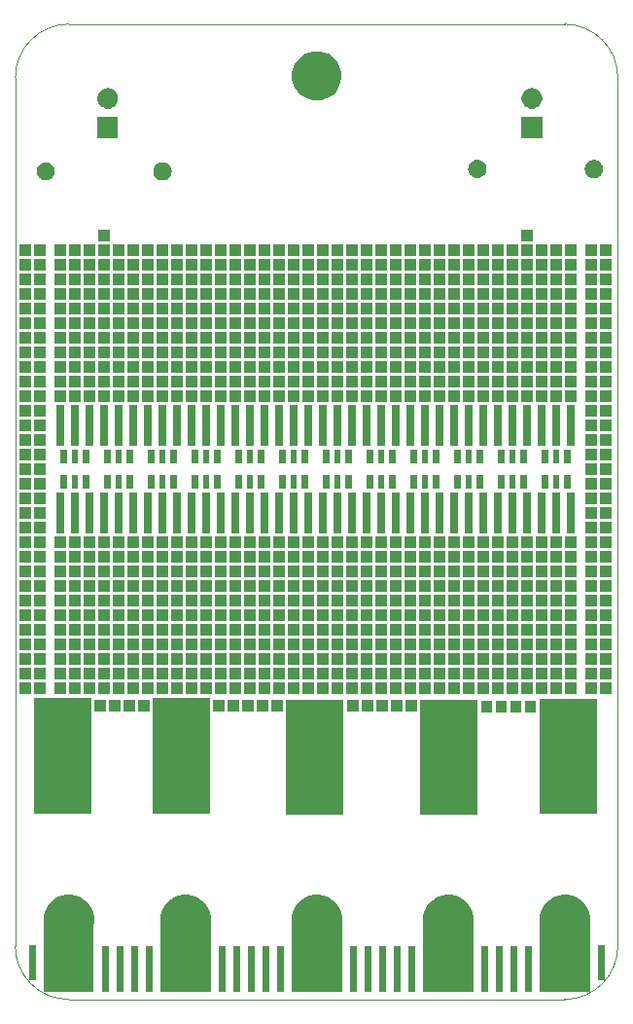
<source format=gbs>
%TF.GenerationSoftware,KiCad,Pcbnew,(5.1.2)-2*%
%TF.CreationDate,2019-08-12T12:17:33+02:00*%
%TF.ProjectId,badge,62616467-652e-46b6-9963-61645f706362,1*%
%TF.SameCoordinates,Original*%
%TF.FileFunction,Soldermask,Bot*%
%TF.FilePolarity,Negative*%
%FSLAX46Y46*%
G04 Gerber Fmt 4.6, Leading zero omitted, Abs format (unit mm)*
G04 Created by KiCad (PCBNEW (5.1.2)-2) date 2019-08-12 12:17:33*
%MOMM*%
%LPD*%
G04 APERTURE LIST*
%ADD10C,0.038100*%
%ADD11C,0.152400*%
G04 APERTURE END LIST*
D10*
X45760000Y-54640000D02*
G75*
G02X50400000Y-50000000I4640000J0D01*
G01*
X93570000Y-50000000D02*
G75*
G02X98210000Y-54640000I0J-4640000D01*
G01*
X98220000Y-130190000D02*
G75*
G02X93580000Y-134830000I-4640000J0D01*
G01*
X50390000Y-134830000D02*
G75*
G02X45750000Y-130190000I0J4640000D01*
G01*
X45760000Y-54640000D02*
X45750000Y-130190000D01*
X93570000Y-50000000D02*
X50400000Y-50000000D01*
X98220000Y-130190000D02*
X98210000Y-54640000D01*
X50390000Y-134830000D02*
X93580000Y-134830000D01*
D11*
G36*
X91428760Y-134145860D02*
G01*
X91426220Y-127905080D01*
X95800100Y-127900000D01*
X95800100Y-134145860D01*
X91428760Y-134145860D01*
G37*
G36*
X81258760Y-134145860D02*
G01*
X81256220Y-127905080D01*
X85630100Y-127900000D01*
X85630100Y-134145860D01*
X81258760Y-134145860D01*
G37*
G36*
X69818760Y-134145860D02*
G01*
X69816220Y-127905080D01*
X74190100Y-127900000D01*
X74190100Y-134145860D01*
X69818760Y-134145860D01*
G37*
G36*
X58378660Y-134150000D02*
G01*
X58376120Y-127909220D01*
X62750000Y-127904140D01*
X62750000Y-134150000D01*
X58378660Y-134150000D01*
G37*
G36*
X48208760Y-134145860D02*
G01*
X48206220Y-127905080D01*
X52580100Y-127900000D01*
X52580100Y-134145860D01*
X48208760Y-134145860D01*
G37*
G36*
X69106080Y-134163640D02*
G01*
X68546080Y-134163640D01*
X68546080Y-130163640D01*
X69106080Y-130163640D01*
X69106080Y-134163640D01*
X69106080Y-134163640D01*
G37*
G36*
X57676080Y-134163640D02*
G01*
X57116080Y-134163640D01*
X57116080Y-130163640D01*
X57676080Y-130163640D01*
X57676080Y-134163640D01*
X57676080Y-134163640D01*
G37*
G36*
X67836080Y-134163640D02*
G01*
X67276080Y-134163640D01*
X67276080Y-130163640D01*
X67836080Y-130163640D01*
X67836080Y-134163640D01*
X67836080Y-134163640D01*
G37*
G36*
X53866080Y-134163640D02*
G01*
X53306080Y-134163640D01*
X53306080Y-130163640D01*
X53866080Y-130163640D01*
X53866080Y-134163640D01*
X53866080Y-134163640D01*
G37*
G36*
X86886080Y-134163640D02*
G01*
X86326080Y-134163640D01*
X86326080Y-130163640D01*
X86886080Y-130163640D01*
X86886080Y-134163640D01*
X86886080Y-134163640D01*
G37*
G36*
X66566080Y-134163640D02*
G01*
X66006080Y-134163640D01*
X66006080Y-130163640D01*
X66566080Y-130163640D01*
X66566080Y-134163640D01*
X66566080Y-134163640D01*
G37*
G36*
X88156080Y-134163640D02*
G01*
X87596080Y-134163640D01*
X87596080Y-130163640D01*
X88156080Y-130163640D01*
X88156080Y-134163640D01*
X88156080Y-134163640D01*
G37*
G36*
X75456080Y-134163640D02*
G01*
X74896080Y-134163640D01*
X74896080Y-130163640D01*
X75456080Y-130163640D01*
X75456080Y-134163640D01*
X75456080Y-134163640D01*
G37*
G36*
X77996080Y-134163640D02*
G01*
X77436080Y-134163640D01*
X77436080Y-130163640D01*
X77996080Y-130163640D01*
X77996080Y-134163640D01*
X77996080Y-134163640D01*
G37*
G36*
X76726080Y-134163640D02*
G01*
X76166080Y-134163640D01*
X76166080Y-130163640D01*
X76726080Y-130163640D01*
X76726080Y-134163640D01*
X76726080Y-134163640D01*
G37*
G36*
X65296080Y-134163640D02*
G01*
X64736080Y-134163640D01*
X64736080Y-130163640D01*
X65296080Y-130163640D01*
X65296080Y-134163640D01*
X65296080Y-134163640D01*
G37*
G36*
X79266080Y-134163640D02*
G01*
X78706080Y-134163640D01*
X78706080Y-130163640D01*
X79266080Y-130163640D01*
X79266080Y-134163640D01*
X79266080Y-134163640D01*
G37*
G36*
X80536080Y-134163640D02*
G01*
X79976080Y-134163640D01*
X79976080Y-130163640D01*
X80536080Y-130163640D01*
X80536080Y-134163640D01*
X80536080Y-134163640D01*
G37*
G36*
X89426080Y-134163640D02*
G01*
X88866080Y-134163640D01*
X88866080Y-130163640D01*
X89426080Y-130163640D01*
X89426080Y-134163640D01*
X89426080Y-134163640D01*
G37*
G36*
X64026080Y-134163640D02*
G01*
X63466080Y-134163640D01*
X63466080Y-130163640D01*
X64026080Y-130163640D01*
X64026080Y-134163640D01*
X64026080Y-134163640D01*
G37*
G36*
X55136080Y-134163640D02*
G01*
X54576080Y-134163640D01*
X54576080Y-130163640D01*
X55136080Y-130163640D01*
X55136080Y-134163640D01*
X55136080Y-134163640D01*
G37*
G36*
X90696080Y-134163640D02*
G01*
X90136080Y-134163640D01*
X90136080Y-130163640D01*
X90696080Y-130163640D01*
X90696080Y-134163640D01*
X90696080Y-134163640D01*
G37*
G36*
X56406080Y-134163640D02*
G01*
X55846080Y-134163640D01*
X55846080Y-130163640D01*
X56406080Y-130163640D01*
X56406080Y-134163640D01*
X56406080Y-134163640D01*
G37*
G36*
X47516080Y-133150000D02*
G01*
X46956080Y-133150000D01*
X46956080Y-130150000D01*
X47516080Y-130150000D01*
X47516080Y-133150000D01*
X47516080Y-133150000D01*
G37*
G36*
X97046080Y-133150000D02*
G01*
X96486080Y-133150000D01*
X96486080Y-130150000D01*
X97046080Y-130150000D01*
X97046080Y-133150000D01*
X97046080Y-133150000D01*
G37*
G36*
X61210659Y-125788808D02*
G01*
X61608308Y-125953518D01*
X61966175Y-126192638D01*
X62270522Y-126496985D01*
X62509642Y-126854852D01*
X62674352Y-127252501D01*
X62758320Y-127674635D01*
X62758320Y-128105045D01*
X62674352Y-128527179D01*
X62509642Y-128924828D01*
X62270522Y-129282695D01*
X61966175Y-129587042D01*
X61608308Y-129826162D01*
X61210659Y-129990872D01*
X60788525Y-130074840D01*
X60358115Y-130074840D01*
X59935981Y-129990872D01*
X59538332Y-129826162D01*
X59180465Y-129587042D01*
X58876118Y-129282695D01*
X58636998Y-128924828D01*
X58472288Y-128527179D01*
X58388320Y-128105045D01*
X58388320Y-127674635D01*
X58472288Y-127252501D01*
X58636998Y-126854852D01*
X58876118Y-126496985D01*
X59180465Y-126192638D01*
X59538332Y-125953518D01*
X59935981Y-125788808D01*
X60358115Y-125704840D01*
X60788525Y-125704840D01*
X61210659Y-125788808D01*
X61210659Y-125788808D01*
G37*
G36*
X84090659Y-125788808D02*
G01*
X84488308Y-125953518D01*
X84846175Y-126192638D01*
X85150522Y-126496985D01*
X85389642Y-126854852D01*
X85554352Y-127252501D01*
X85638320Y-127674635D01*
X85638320Y-128105045D01*
X85554352Y-128527179D01*
X85389642Y-128924828D01*
X85150522Y-129282695D01*
X84846175Y-129587042D01*
X84488308Y-129826162D01*
X84090659Y-129990872D01*
X83668525Y-130074840D01*
X83238115Y-130074840D01*
X82815981Y-129990872D01*
X82418332Y-129826162D01*
X82060465Y-129587042D01*
X81756118Y-129282695D01*
X81516998Y-128924828D01*
X81352288Y-128527179D01*
X81268320Y-128105045D01*
X81268320Y-127674635D01*
X81352288Y-127252501D01*
X81516998Y-126854852D01*
X81756118Y-126496985D01*
X82060465Y-126192638D01*
X82418332Y-125953518D01*
X82815981Y-125788808D01*
X83238115Y-125704840D01*
X83668525Y-125704840D01*
X84090659Y-125788808D01*
X84090659Y-125788808D01*
G37*
G36*
X94260659Y-125788808D02*
G01*
X94658308Y-125953518D01*
X95016175Y-126192638D01*
X95320522Y-126496985D01*
X95559642Y-126854852D01*
X95724352Y-127252501D01*
X95808320Y-127674635D01*
X95808320Y-128105045D01*
X95724352Y-128527179D01*
X95559642Y-128924828D01*
X95320522Y-129282695D01*
X95016175Y-129587042D01*
X94658308Y-129826162D01*
X94260659Y-129990872D01*
X93838525Y-130074840D01*
X93408115Y-130074840D01*
X92985981Y-129990872D01*
X92588332Y-129826162D01*
X92230465Y-129587042D01*
X91926118Y-129282695D01*
X91686998Y-128924828D01*
X91522288Y-128527179D01*
X91438320Y-128105045D01*
X91438320Y-127674635D01*
X91522288Y-127252501D01*
X91686998Y-126854852D01*
X91926118Y-126496985D01*
X92230465Y-126192638D01*
X92588332Y-125953518D01*
X92985981Y-125788808D01*
X93408115Y-125704840D01*
X93838525Y-125704840D01*
X94260659Y-125788808D01*
X94260659Y-125788808D01*
G37*
G36*
X72650659Y-125788808D02*
G01*
X73048308Y-125953518D01*
X73406175Y-126192638D01*
X73710522Y-126496985D01*
X73949642Y-126854852D01*
X74114352Y-127252501D01*
X74198320Y-127674635D01*
X74198320Y-128105045D01*
X74114352Y-128527179D01*
X73949642Y-128924828D01*
X73710522Y-129282695D01*
X73406175Y-129587042D01*
X73048308Y-129826162D01*
X72650659Y-129990872D01*
X72228525Y-130074840D01*
X71798115Y-130074840D01*
X71375981Y-129990872D01*
X70978332Y-129826162D01*
X70620465Y-129587042D01*
X70316118Y-129282695D01*
X70076998Y-128924828D01*
X69912288Y-128527179D01*
X69828320Y-128105045D01*
X69828320Y-127674635D01*
X69912288Y-127252501D01*
X70076998Y-126854852D01*
X70316118Y-126496985D01*
X70620465Y-126192638D01*
X70978332Y-125953518D01*
X71375981Y-125788808D01*
X71798115Y-125704840D01*
X72228525Y-125704840D01*
X72650659Y-125788808D01*
X72650659Y-125788808D01*
G37*
G36*
X51040659Y-125788808D02*
G01*
X51438308Y-125953518D01*
X51796175Y-126192638D01*
X52100522Y-126496985D01*
X52339642Y-126854852D01*
X52504352Y-127252501D01*
X52588320Y-127674635D01*
X52588320Y-128105045D01*
X52504352Y-128527179D01*
X52339642Y-128924828D01*
X52100522Y-129282695D01*
X51796175Y-129587042D01*
X51438308Y-129826162D01*
X51040659Y-129990872D01*
X50618525Y-130074840D01*
X50188115Y-130074840D01*
X49765981Y-129990872D01*
X49368332Y-129826162D01*
X49010465Y-129587042D01*
X48706118Y-129282695D01*
X48466998Y-128924828D01*
X48302288Y-128527179D01*
X48218320Y-128105045D01*
X48218320Y-127674635D01*
X48302288Y-127252501D01*
X48466998Y-126854852D01*
X48706118Y-126496985D01*
X49010465Y-126192638D01*
X49368332Y-125953518D01*
X49765981Y-125788808D01*
X50188115Y-125704840D01*
X50618525Y-125704840D01*
X51040659Y-125788808D01*
X51040659Y-125788808D01*
G37*
G36*
X74300000Y-118742500D02*
G01*
X69300000Y-118742500D01*
X69300000Y-108742500D01*
X74300000Y-108742500D01*
X74300000Y-118742500D01*
X74300000Y-118742500D01*
G37*
G36*
X86000000Y-118742500D02*
G01*
X81000000Y-118742500D01*
X81000000Y-108742500D01*
X86000000Y-108742500D01*
X86000000Y-118742500D01*
X86000000Y-118742500D01*
G37*
G36*
X96400000Y-118700000D02*
G01*
X91400000Y-118700000D01*
X91400000Y-108700000D01*
X96400000Y-108700000D01*
X96400000Y-118700000D01*
X96400000Y-118700000D01*
G37*
G36*
X52400000Y-118642500D02*
G01*
X47400000Y-118642500D01*
X47400000Y-108642500D01*
X52400000Y-108642500D01*
X52400000Y-118642500D01*
X52400000Y-118642500D01*
G37*
G36*
X62700000Y-118642500D02*
G01*
X57700000Y-118642500D01*
X57700000Y-108642500D01*
X62700000Y-108642500D01*
X62700000Y-118642500D01*
X62700000Y-118642500D01*
G37*
G36*
X87298200Y-109888140D02*
G01*
X86297440Y-109888140D01*
X86297440Y-108887380D01*
X87298200Y-108887380D01*
X87298200Y-109888140D01*
X87298200Y-109888140D01*
G37*
G36*
X88568200Y-109888140D02*
G01*
X87567440Y-109888140D01*
X87567440Y-108887380D01*
X88568200Y-108887380D01*
X88568200Y-109888140D01*
X88568200Y-109888140D01*
G37*
G36*
X89838200Y-109888140D02*
G01*
X88837440Y-109888140D01*
X88837440Y-108887380D01*
X89838200Y-108887380D01*
X89838200Y-109888140D01*
X89838200Y-109888140D01*
G37*
G36*
X91108200Y-109888140D02*
G01*
X90107440Y-109888140D01*
X90107440Y-108887380D01*
X91108200Y-108887380D01*
X91108200Y-109888140D01*
X91108200Y-109888140D01*
G37*
G36*
X69050380Y-109800380D02*
G01*
X68049620Y-109800380D01*
X68049620Y-108799620D01*
X69050380Y-108799620D01*
X69050380Y-109800380D01*
X69050380Y-109800380D01*
G37*
G36*
X53610380Y-109800380D02*
G01*
X52609620Y-109800380D01*
X52609620Y-108799620D01*
X53610380Y-108799620D01*
X53610380Y-109800380D01*
X53610380Y-109800380D01*
G37*
G36*
X54880380Y-109800380D02*
G01*
X53879620Y-109800380D01*
X53879620Y-108799620D01*
X54880380Y-108799620D01*
X54880380Y-109800380D01*
X54880380Y-109800380D01*
G37*
G36*
X56150380Y-109800380D02*
G01*
X55149620Y-109800380D01*
X55149620Y-108799620D01*
X56150380Y-108799620D01*
X56150380Y-109800380D01*
X56150380Y-109800380D01*
G37*
G36*
X57420380Y-109800380D02*
G01*
X56419620Y-109800380D01*
X56419620Y-108799620D01*
X57420380Y-108799620D01*
X57420380Y-109800380D01*
X57420380Y-109800380D01*
G37*
G36*
X63970380Y-109800380D02*
G01*
X62969620Y-109800380D01*
X62969620Y-108799620D01*
X63970380Y-108799620D01*
X63970380Y-109800380D01*
X63970380Y-109800380D01*
G37*
G36*
X67780380Y-109800380D02*
G01*
X66779620Y-109800380D01*
X66779620Y-108799620D01*
X67780380Y-108799620D01*
X67780380Y-109800380D01*
X67780380Y-109800380D01*
G37*
G36*
X66510380Y-109800380D02*
G01*
X65509620Y-109800380D01*
X65509620Y-108799620D01*
X66510380Y-108799620D01*
X66510380Y-109800380D01*
X66510380Y-109800380D01*
G37*
G36*
X65240380Y-109800380D02*
G01*
X64239620Y-109800380D01*
X64239620Y-108799620D01*
X65240380Y-108799620D01*
X65240380Y-109800380D01*
X65240380Y-109800380D01*
G37*
G36*
X78175460Y-109763680D02*
G01*
X77174700Y-109763680D01*
X77174700Y-108762920D01*
X78175460Y-108762920D01*
X78175460Y-109763680D01*
X78175460Y-109763680D01*
G37*
G36*
X76905460Y-109763680D02*
G01*
X75904700Y-109763680D01*
X75904700Y-108762920D01*
X76905460Y-108762920D01*
X76905460Y-109763680D01*
X76905460Y-109763680D01*
G37*
G36*
X75635460Y-109763680D02*
G01*
X74634700Y-109763680D01*
X74634700Y-108762920D01*
X75635460Y-108762920D01*
X75635460Y-109763680D01*
X75635460Y-109763680D01*
G37*
G36*
X79445460Y-109763680D02*
G01*
X78444700Y-109763680D01*
X78444700Y-108762920D01*
X79445460Y-108762920D01*
X79445460Y-109763680D01*
X79445460Y-109763680D01*
G37*
G36*
X80715460Y-109763680D02*
G01*
X79714700Y-109763680D01*
X79714700Y-108762920D01*
X80715460Y-108762920D01*
X80715460Y-109763680D01*
X80715460Y-109763680D01*
G37*
G36*
X62865380Y-108260380D02*
G01*
X61864620Y-108260380D01*
X61864620Y-107259620D01*
X62865380Y-107259620D01*
X62865380Y-108260380D01*
X62865380Y-108260380D01*
G37*
G36*
X64135380Y-108260380D02*
G01*
X63134620Y-108260380D01*
X63134620Y-107259620D01*
X64135380Y-107259620D01*
X64135380Y-108260380D01*
X64135380Y-108260380D01*
G37*
G36*
X65405380Y-108260380D02*
G01*
X64404620Y-108260380D01*
X64404620Y-107259620D01*
X65405380Y-107259620D01*
X65405380Y-108260380D01*
X65405380Y-108260380D01*
G37*
G36*
X66675380Y-108260380D02*
G01*
X65674620Y-108260380D01*
X65674620Y-107259620D01*
X66675380Y-107259620D01*
X66675380Y-108260380D01*
X66675380Y-108260380D01*
G37*
G36*
X67945380Y-108260380D02*
G01*
X66944620Y-108260380D01*
X66944620Y-107259620D01*
X67945380Y-107259620D01*
X67945380Y-108260380D01*
X67945380Y-108260380D01*
G37*
G36*
X75565380Y-108260380D02*
G01*
X74564620Y-108260380D01*
X74564620Y-107259620D01*
X75565380Y-107259620D01*
X75565380Y-108260380D01*
X75565380Y-108260380D01*
G37*
G36*
X71755380Y-108260380D02*
G01*
X70754620Y-108260380D01*
X70754620Y-107259620D01*
X71755380Y-107259620D01*
X71755380Y-108260380D01*
X71755380Y-108260380D01*
G37*
G36*
X97685380Y-108260380D02*
G01*
X96684620Y-108260380D01*
X96684620Y-107259620D01*
X97685380Y-107259620D01*
X97685380Y-108260380D01*
X97685380Y-108260380D01*
G37*
G36*
X96415380Y-108260380D02*
G01*
X95414620Y-108260380D01*
X95414620Y-107259620D01*
X96415380Y-107259620D01*
X96415380Y-108260380D01*
X96415380Y-108260380D01*
G37*
G36*
X73025380Y-108260380D02*
G01*
X72024620Y-108260380D01*
X72024620Y-107259620D01*
X73025380Y-107259620D01*
X73025380Y-108260380D01*
X73025380Y-108260380D01*
G37*
G36*
X48365380Y-108260380D02*
G01*
X47364620Y-108260380D01*
X47364620Y-107259620D01*
X48365380Y-107259620D01*
X48365380Y-108260380D01*
X48365380Y-108260380D01*
G37*
G36*
X47095380Y-108260380D02*
G01*
X46094620Y-108260380D01*
X46094620Y-107259620D01*
X47095380Y-107259620D01*
X47095380Y-108260380D01*
X47095380Y-108260380D01*
G37*
G36*
X74295380Y-108260380D02*
G01*
X73294620Y-108260380D01*
X73294620Y-107259620D01*
X74295380Y-107259620D01*
X74295380Y-108260380D01*
X74295380Y-108260380D01*
G37*
G36*
X94615380Y-108260380D02*
G01*
X93614620Y-108260380D01*
X93614620Y-107259620D01*
X94615380Y-107259620D01*
X94615380Y-108260380D01*
X94615380Y-108260380D01*
G37*
G36*
X56515380Y-108260380D02*
G01*
X55514620Y-108260380D01*
X55514620Y-107259620D01*
X56515380Y-107259620D01*
X56515380Y-108260380D01*
X56515380Y-108260380D01*
G37*
G36*
X53975380Y-108260380D02*
G01*
X52974620Y-108260380D01*
X52974620Y-107259620D01*
X53975380Y-107259620D01*
X53975380Y-108260380D01*
X53975380Y-108260380D01*
G37*
G36*
X50165380Y-108260380D02*
G01*
X49164620Y-108260380D01*
X49164620Y-107259620D01*
X50165380Y-107259620D01*
X50165380Y-108260380D01*
X50165380Y-108260380D01*
G37*
G36*
X51435380Y-108260380D02*
G01*
X50434620Y-108260380D01*
X50434620Y-107259620D01*
X51435380Y-107259620D01*
X51435380Y-108260380D01*
X51435380Y-108260380D01*
G37*
G36*
X52705380Y-108260380D02*
G01*
X51704620Y-108260380D01*
X51704620Y-107259620D01*
X52705380Y-107259620D01*
X52705380Y-108260380D01*
X52705380Y-108260380D01*
G37*
G36*
X70485380Y-108260380D02*
G01*
X69484620Y-108260380D01*
X69484620Y-107259620D01*
X70485380Y-107259620D01*
X70485380Y-108260380D01*
X70485380Y-108260380D01*
G37*
G36*
X60325380Y-108260380D02*
G01*
X59324620Y-108260380D01*
X59324620Y-107259620D01*
X60325380Y-107259620D01*
X60325380Y-108260380D01*
X60325380Y-108260380D01*
G37*
G36*
X61595380Y-108260380D02*
G01*
X60594620Y-108260380D01*
X60594620Y-107259620D01*
X61595380Y-107259620D01*
X61595380Y-108260380D01*
X61595380Y-108260380D01*
G37*
G36*
X78105380Y-108260380D02*
G01*
X77104620Y-108260380D01*
X77104620Y-107259620D01*
X78105380Y-107259620D01*
X78105380Y-108260380D01*
X78105380Y-108260380D01*
G37*
G36*
X79375380Y-108260380D02*
G01*
X78374620Y-108260380D01*
X78374620Y-107259620D01*
X79375380Y-107259620D01*
X79375380Y-108260380D01*
X79375380Y-108260380D01*
G37*
G36*
X80645380Y-108260380D02*
G01*
X79644620Y-108260380D01*
X79644620Y-107259620D01*
X80645380Y-107259620D01*
X80645380Y-108260380D01*
X80645380Y-108260380D01*
G37*
G36*
X81915380Y-108260380D02*
G01*
X80914620Y-108260380D01*
X80914620Y-107259620D01*
X81915380Y-107259620D01*
X81915380Y-108260380D01*
X81915380Y-108260380D01*
G37*
G36*
X83185380Y-108260380D02*
G01*
X82184620Y-108260380D01*
X82184620Y-107259620D01*
X83185380Y-107259620D01*
X83185380Y-108260380D01*
X83185380Y-108260380D01*
G37*
G36*
X76835380Y-108260380D02*
G01*
X75834620Y-108260380D01*
X75834620Y-107259620D01*
X76835380Y-107259620D01*
X76835380Y-108260380D01*
X76835380Y-108260380D01*
G37*
G36*
X84455380Y-108260380D02*
G01*
X83454620Y-108260380D01*
X83454620Y-107259620D01*
X84455380Y-107259620D01*
X84455380Y-108260380D01*
X84455380Y-108260380D01*
G37*
G36*
X85725380Y-108260380D02*
G01*
X84724620Y-108260380D01*
X84724620Y-107259620D01*
X85725380Y-107259620D01*
X85725380Y-108260380D01*
X85725380Y-108260380D01*
G37*
G36*
X86995380Y-108260380D02*
G01*
X85994620Y-108260380D01*
X85994620Y-107259620D01*
X86995380Y-107259620D01*
X86995380Y-108260380D01*
X86995380Y-108260380D01*
G37*
G36*
X89535380Y-108260380D02*
G01*
X88534620Y-108260380D01*
X88534620Y-107259620D01*
X89535380Y-107259620D01*
X89535380Y-108260380D01*
X89535380Y-108260380D01*
G37*
G36*
X88265380Y-108260380D02*
G01*
X87264620Y-108260380D01*
X87264620Y-107259620D01*
X88265380Y-107259620D01*
X88265380Y-108260380D01*
X88265380Y-108260380D01*
G37*
G36*
X59055380Y-108260380D02*
G01*
X58054620Y-108260380D01*
X58054620Y-107259620D01*
X59055380Y-107259620D01*
X59055380Y-108260380D01*
X59055380Y-108260380D01*
G37*
G36*
X55245380Y-108260380D02*
G01*
X54244620Y-108260380D01*
X54244620Y-107259620D01*
X55245380Y-107259620D01*
X55245380Y-108260380D01*
X55245380Y-108260380D01*
G37*
G36*
X69215380Y-108260380D02*
G01*
X68214620Y-108260380D01*
X68214620Y-107259620D01*
X69215380Y-107259620D01*
X69215380Y-108260380D01*
X69215380Y-108260380D01*
G37*
G36*
X57785380Y-108260380D02*
G01*
X56784620Y-108260380D01*
X56784620Y-107259620D01*
X57785380Y-107259620D01*
X57785380Y-108260380D01*
X57785380Y-108260380D01*
G37*
G36*
X93345380Y-108260380D02*
G01*
X92344620Y-108260380D01*
X92344620Y-107259620D01*
X93345380Y-107259620D01*
X93345380Y-108260380D01*
X93345380Y-108260380D01*
G37*
G36*
X92075380Y-108260380D02*
G01*
X91074620Y-108260380D01*
X91074620Y-107259620D01*
X92075380Y-107259620D01*
X92075380Y-108260380D01*
X92075380Y-108260380D01*
G37*
G36*
X90805380Y-108260380D02*
G01*
X89804620Y-108260380D01*
X89804620Y-107259620D01*
X90805380Y-107259620D01*
X90805380Y-108260380D01*
X90805380Y-108260380D01*
G37*
G36*
X71755380Y-106990380D02*
G01*
X70754620Y-106990380D01*
X70754620Y-105989620D01*
X71755380Y-105989620D01*
X71755380Y-106990380D01*
X71755380Y-106990380D01*
G37*
G36*
X81915380Y-106990380D02*
G01*
X80914620Y-106990380D01*
X80914620Y-105989620D01*
X81915380Y-105989620D01*
X81915380Y-106990380D01*
X81915380Y-106990380D01*
G37*
G36*
X75565380Y-106990380D02*
G01*
X74564620Y-106990380D01*
X74564620Y-105989620D01*
X75565380Y-105989620D01*
X75565380Y-106990380D01*
X75565380Y-106990380D01*
G37*
G36*
X74295380Y-106990380D02*
G01*
X73294620Y-106990380D01*
X73294620Y-105989620D01*
X74295380Y-105989620D01*
X74295380Y-106990380D01*
X74295380Y-106990380D01*
G37*
G36*
X70485380Y-106990380D02*
G01*
X69484620Y-106990380D01*
X69484620Y-105989620D01*
X70485380Y-105989620D01*
X70485380Y-106990380D01*
X70485380Y-106990380D01*
G37*
G36*
X67945380Y-106990380D02*
G01*
X66944620Y-106990380D01*
X66944620Y-105989620D01*
X67945380Y-105989620D01*
X67945380Y-106990380D01*
X67945380Y-106990380D01*
G37*
G36*
X79375380Y-106990380D02*
G01*
X78374620Y-106990380D01*
X78374620Y-105989620D01*
X79375380Y-105989620D01*
X79375380Y-106990380D01*
X79375380Y-106990380D01*
G37*
G36*
X65405380Y-106990380D02*
G01*
X64404620Y-106990380D01*
X64404620Y-105989620D01*
X65405380Y-105989620D01*
X65405380Y-106990380D01*
X65405380Y-106990380D01*
G37*
G36*
X85725380Y-106990380D02*
G01*
X84724620Y-106990380D01*
X84724620Y-105989620D01*
X85725380Y-105989620D01*
X85725380Y-106990380D01*
X85725380Y-106990380D01*
G37*
G36*
X64135380Y-106990380D02*
G01*
X63134620Y-106990380D01*
X63134620Y-105989620D01*
X64135380Y-105989620D01*
X64135380Y-106990380D01*
X64135380Y-106990380D01*
G37*
G36*
X92075380Y-106990380D02*
G01*
X91074620Y-106990380D01*
X91074620Y-105989620D01*
X92075380Y-105989620D01*
X92075380Y-106990380D01*
X92075380Y-106990380D01*
G37*
G36*
X90805380Y-106990380D02*
G01*
X89804620Y-106990380D01*
X89804620Y-105989620D01*
X90805380Y-105989620D01*
X90805380Y-106990380D01*
X90805380Y-106990380D01*
G37*
G36*
X80645380Y-106990380D02*
G01*
X79644620Y-106990380D01*
X79644620Y-105989620D01*
X80645380Y-105989620D01*
X80645380Y-106990380D01*
X80645380Y-106990380D01*
G37*
G36*
X86995380Y-106990380D02*
G01*
X85994620Y-106990380D01*
X85994620Y-105989620D01*
X86995380Y-105989620D01*
X86995380Y-106990380D01*
X86995380Y-106990380D01*
G37*
G36*
X84455380Y-106990380D02*
G01*
X83454620Y-106990380D01*
X83454620Y-105989620D01*
X84455380Y-105989620D01*
X84455380Y-106990380D01*
X84455380Y-106990380D01*
G37*
G36*
X88265380Y-106990380D02*
G01*
X87264620Y-106990380D01*
X87264620Y-105989620D01*
X88265380Y-105989620D01*
X88265380Y-106990380D01*
X88265380Y-106990380D01*
G37*
G36*
X78105380Y-106990380D02*
G01*
X77104620Y-106990380D01*
X77104620Y-105989620D01*
X78105380Y-105989620D01*
X78105380Y-106990380D01*
X78105380Y-106990380D01*
G37*
G36*
X94615380Y-106990380D02*
G01*
X93614620Y-106990380D01*
X93614620Y-105989620D01*
X94615380Y-105989620D01*
X94615380Y-106990380D01*
X94615380Y-106990380D01*
G37*
G36*
X93345380Y-106990380D02*
G01*
X92344620Y-106990380D01*
X92344620Y-105989620D01*
X93345380Y-105989620D01*
X93345380Y-106990380D01*
X93345380Y-106990380D01*
G37*
G36*
X76835380Y-106990380D02*
G01*
X75834620Y-106990380D01*
X75834620Y-105989620D01*
X76835380Y-105989620D01*
X76835380Y-106990380D01*
X76835380Y-106990380D01*
G37*
G36*
X83185380Y-106990380D02*
G01*
X82184620Y-106990380D01*
X82184620Y-105989620D01*
X83185380Y-105989620D01*
X83185380Y-106990380D01*
X83185380Y-106990380D01*
G37*
G36*
X69215380Y-106990380D02*
G01*
X68214620Y-106990380D01*
X68214620Y-105989620D01*
X69215380Y-105989620D01*
X69215380Y-106990380D01*
X69215380Y-106990380D01*
G37*
G36*
X50165380Y-106990380D02*
G01*
X49164620Y-106990380D01*
X49164620Y-105989620D01*
X50165380Y-105989620D01*
X50165380Y-106990380D01*
X50165380Y-106990380D01*
G37*
G36*
X66675380Y-106990380D02*
G01*
X65674620Y-106990380D01*
X65674620Y-105989620D01*
X66675380Y-105989620D01*
X66675380Y-106990380D01*
X66675380Y-106990380D01*
G37*
G36*
X48365380Y-106990380D02*
G01*
X47364620Y-106990380D01*
X47364620Y-105989620D01*
X48365380Y-105989620D01*
X48365380Y-106990380D01*
X48365380Y-106990380D01*
G37*
G36*
X47095380Y-106990380D02*
G01*
X46094620Y-106990380D01*
X46094620Y-105989620D01*
X47095380Y-105989620D01*
X47095380Y-106990380D01*
X47095380Y-106990380D01*
G37*
G36*
X55245380Y-106990380D02*
G01*
X54244620Y-106990380D01*
X54244620Y-105989620D01*
X55245380Y-105989620D01*
X55245380Y-106990380D01*
X55245380Y-106990380D01*
G37*
G36*
X52705380Y-106990380D02*
G01*
X51704620Y-106990380D01*
X51704620Y-105989620D01*
X52705380Y-105989620D01*
X52705380Y-106990380D01*
X52705380Y-106990380D01*
G37*
G36*
X51435380Y-106990380D02*
G01*
X50434620Y-106990380D01*
X50434620Y-105989620D01*
X51435380Y-105989620D01*
X51435380Y-106990380D01*
X51435380Y-106990380D01*
G37*
G36*
X57785380Y-106990380D02*
G01*
X56784620Y-106990380D01*
X56784620Y-105989620D01*
X57785380Y-105989620D01*
X57785380Y-106990380D01*
X57785380Y-106990380D01*
G37*
G36*
X62865380Y-106990380D02*
G01*
X61864620Y-106990380D01*
X61864620Y-105989620D01*
X62865380Y-105989620D01*
X62865380Y-106990380D01*
X62865380Y-106990380D01*
G37*
G36*
X56515380Y-106990380D02*
G01*
X55514620Y-106990380D01*
X55514620Y-105989620D01*
X56515380Y-105989620D01*
X56515380Y-106990380D01*
X56515380Y-106990380D01*
G37*
G36*
X59055380Y-106990380D02*
G01*
X58054620Y-106990380D01*
X58054620Y-105989620D01*
X59055380Y-105989620D01*
X59055380Y-106990380D01*
X59055380Y-106990380D01*
G37*
G36*
X60325380Y-106990380D02*
G01*
X59324620Y-106990380D01*
X59324620Y-105989620D01*
X60325380Y-105989620D01*
X60325380Y-106990380D01*
X60325380Y-106990380D01*
G37*
G36*
X61595380Y-106990380D02*
G01*
X60594620Y-106990380D01*
X60594620Y-105989620D01*
X61595380Y-105989620D01*
X61595380Y-106990380D01*
X61595380Y-106990380D01*
G37*
G36*
X97685380Y-106990380D02*
G01*
X96684620Y-106990380D01*
X96684620Y-105989620D01*
X97685380Y-105989620D01*
X97685380Y-106990380D01*
X97685380Y-106990380D01*
G37*
G36*
X96415380Y-106990380D02*
G01*
X95414620Y-106990380D01*
X95414620Y-105989620D01*
X96415380Y-105989620D01*
X96415380Y-106990380D01*
X96415380Y-106990380D01*
G37*
G36*
X73025380Y-106990380D02*
G01*
X72024620Y-106990380D01*
X72024620Y-105989620D01*
X73025380Y-105989620D01*
X73025380Y-106990380D01*
X73025380Y-106990380D01*
G37*
G36*
X89535380Y-106990380D02*
G01*
X88534620Y-106990380D01*
X88534620Y-105989620D01*
X89535380Y-105989620D01*
X89535380Y-106990380D01*
X89535380Y-106990380D01*
G37*
G36*
X53975380Y-106990380D02*
G01*
X52974620Y-106990380D01*
X52974620Y-105989620D01*
X53975380Y-105989620D01*
X53975380Y-106990380D01*
X53975380Y-106990380D01*
G37*
G36*
X61595380Y-105720380D02*
G01*
X60594620Y-105720380D01*
X60594620Y-104719620D01*
X61595380Y-104719620D01*
X61595380Y-105720380D01*
X61595380Y-105720380D01*
G37*
G36*
X62865380Y-105720380D02*
G01*
X61864620Y-105720380D01*
X61864620Y-104719620D01*
X62865380Y-104719620D01*
X62865380Y-105720380D01*
X62865380Y-105720380D01*
G37*
G36*
X65405380Y-105720380D02*
G01*
X64404620Y-105720380D01*
X64404620Y-104719620D01*
X65405380Y-104719620D01*
X65405380Y-105720380D01*
X65405380Y-105720380D01*
G37*
G36*
X60325380Y-105720380D02*
G01*
X59324620Y-105720380D01*
X59324620Y-104719620D01*
X60325380Y-104719620D01*
X60325380Y-105720380D01*
X60325380Y-105720380D01*
G37*
G36*
X55245380Y-105720380D02*
G01*
X54244620Y-105720380D01*
X54244620Y-104719620D01*
X55245380Y-104719620D01*
X55245380Y-105720380D01*
X55245380Y-105720380D01*
G37*
G36*
X70485380Y-105720380D02*
G01*
X69484620Y-105720380D01*
X69484620Y-104719620D01*
X70485380Y-104719620D01*
X70485380Y-105720380D01*
X70485380Y-105720380D01*
G37*
G36*
X71755380Y-105720380D02*
G01*
X70754620Y-105720380D01*
X70754620Y-104719620D01*
X71755380Y-104719620D01*
X71755380Y-105720380D01*
X71755380Y-105720380D01*
G37*
G36*
X73025380Y-105720380D02*
G01*
X72024620Y-105720380D01*
X72024620Y-104719620D01*
X73025380Y-104719620D01*
X73025380Y-105720380D01*
X73025380Y-105720380D01*
G37*
G36*
X74295380Y-105720380D02*
G01*
X73294620Y-105720380D01*
X73294620Y-104719620D01*
X74295380Y-104719620D01*
X74295380Y-105720380D01*
X74295380Y-105720380D01*
G37*
G36*
X75565380Y-105720380D02*
G01*
X74564620Y-105720380D01*
X74564620Y-104719620D01*
X75565380Y-104719620D01*
X75565380Y-105720380D01*
X75565380Y-105720380D01*
G37*
G36*
X64135380Y-105720380D02*
G01*
X63134620Y-105720380D01*
X63134620Y-104719620D01*
X64135380Y-104719620D01*
X64135380Y-105720380D01*
X64135380Y-105720380D01*
G37*
G36*
X59055380Y-105720380D02*
G01*
X58054620Y-105720380D01*
X58054620Y-104719620D01*
X59055380Y-104719620D01*
X59055380Y-105720380D01*
X59055380Y-105720380D01*
G37*
G36*
X57785380Y-105720380D02*
G01*
X56784620Y-105720380D01*
X56784620Y-104719620D01*
X57785380Y-104719620D01*
X57785380Y-105720380D01*
X57785380Y-105720380D01*
G37*
G36*
X52705380Y-105720380D02*
G01*
X51704620Y-105720380D01*
X51704620Y-104719620D01*
X52705380Y-104719620D01*
X52705380Y-105720380D01*
X52705380Y-105720380D01*
G37*
G36*
X53975380Y-105720380D02*
G01*
X52974620Y-105720380D01*
X52974620Y-104719620D01*
X53975380Y-104719620D01*
X53975380Y-105720380D01*
X53975380Y-105720380D01*
G37*
G36*
X51435380Y-105720380D02*
G01*
X50434620Y-105720380D01*
X50434620Y-104719620D01*
X51435380Y-104719620D01*
X51435380Y-105720380D01*
X51435380Y-105720380D01*
G37*
G36*
X50165380Y-105720380D02*
G01*
X49164620Y-105720380D01*
X49164620Y-104719620D01*
X50165380Y-104719620D01*
X50165380Y-105720380D01*
X50165380Y-105720380D01*
G37*
G36*
X97685380Y-105720380D02*
G01*
X96684620Y-105720380D01*
X96684620Y-104719620D01*
X97685380Y-104719620D01*
X97685380Y-105720380D01*
X97685380Y-105720380D01*
G37*
G36*
X96415380Y-105720380D02*
G01*
X95414620Y-105720380D01*
X95414620Y-104719620D01*
X96415380Y-104719620D01*
X96415380Y-105720380D01*
X96415380Y-105720380D01*
G37*
G36*
X69215380Y-105720380D02*
G01*
X68214620Y-105720380D01*
X68214620Y-104719620D01*
X69215380Y-104719620D01*
X69215380Y-105720380D01*
X69215380Y-105720380D01*
G37*
G36*
X90805380Y-105720380D02*
G01*
X89804620Y-105720380D01*
X89804620Y-104719620D01*
X90805380Y-104719620D01*
X90805380Y-105720380D01*
X90805380Y-105720380D01*
G37*
G36*
X92075380Y-105720380D02*
G01*
X91074620Y-105720380D01*
X91074620Y-104719620D01*
X92075380Y-104719620D01*
X92075380Y-105720380D01*
X92075380Y-105720380D01*
G37*
G36*
X93345380Y-105720380D02*
G01*
X92344620Y-105720380D01*
X92344620Y-104719620D01*
X93345380Y-104719620D01*
X93345380Y-105720380D01*
X93345380Y-105720380D01*
G37*
G36*
X80645380Y-105720380D02*
G01*
X79644620Y-105720380D01*
X79644620Y-104719620D01*
X80645380Y-104719620D01*
X80645380Y-105720380D01*
X80645380Y-105720380D01*
G37*
G36*
X84455380Y-105720380D02*
G01*
X83454620Y-105720380D01*
X83454620Y-104719620D01*
X84455380Y-104719620D01*
X84455380Y-105720380D01*
X84455380Y-105720380D01*
G37*
G36*
X85725380Y-105720380D02*
G01*
X84724620Y-105720380D01*
X84724620Y-104719620D01*
X85725380Y-104719620D01*
X85725380Y-105720380D01*
X85725380Y-105720380D01*
G37*
G36*
X67945380Y-105720380D02*
G01*
X66944620Y-105720380D01*
X66944620Y-104719620D01*
X67945380Y-104719620D01*
X67945380Y-105720380D01*
X67945380Y-105720380D01*
G37*
G36*
X47095380Y-105720380D02*
G01*
X46094620Y-105720380D01*
X46094620Y-104719620D01*
X47095380Y-104719620D01*
X47095380Y-105720380D01*
X47095380Y-105720380D01*
G37*
G36*
X83185380Y-105720380D02*
G01*
X82184620Y-105720380D01*
X82184620Y-104719620D01*
X83185380Y-104719620D01*
X83185380Y-105720380D01*
X83185380Y-105720380D01*
G37*
G36*
X81915380Y-105720380D02*
G01*
X80914620Y-105720380D01*
X80914620Y-104719620D01*
X81915380Y-104719620D01*
X81915380Y-105720380D01*
X81915380Y-105720380D01*
G37*
G36*
X48365380Y-105720380D02*
G01*
X47364620Y-105720380D01*
X47364620Y-104719620D01*
X48365380Y-104719620D01*
X48365380Y-105720380D01*
X48365380Y-105720380D01*
G37*
G36*
X79375380Y-105720380D02*
G01*
X78374620Y-105720380D01*
X78374620Y-104719620D01*
X79375380Y-104719620D01*
X79375380Y-105720380D01*
X79375380Y-105720380D01*
G37*
G36*
X78105380Y-105720380D02*
G01*
X77104620Y-105720380D01*
X77104620Y-104719620D01*
X78105380Y-104719620D01*
X78105380Y-105720380D01*
X78105380Y-105720380D01*
G37*
G36*
X89535380Y-105720380D02*
G01*
X88534620Y-105720380D01*
X88534620Y-104719620D01*
X89535380Y-104719620D01*
X89535380Y-105720380D01*
X89535380Y-105720380D01*
G37*
G36*
X88265380Y-105720380D02*
G01*
X87264620Y-105720380D01*
X87264620Y-104719620D01*
X88265380Y-104719620D01*
X88265380Y-105720380D01*
X88265380Y-105720380D01*
G37*
G36*
X86995380Y-105720380D02*
G01*
X85994620Y-105720380D01*
X85994620Y-104719620D01*
X86995380Y-104719620D01*
X86995380Y-105720380D01*
X86995380Y-105720380D01*
G37*
G36*
X56515380Y-105720380D02*
G01*
X55514620Y-105720380D01*
X55514620Y-104719620D01*
X56515380Y-104719620D01*
X56515380Y-105720380D01*
X56515380Y-105720380D01*
G37*
G36*
X94615380Y-105720380D02*
G01*
X93614620Y-105720380D01*
X93614620Y-104719620D01*
X94615380Y-104719620D01*
X94615380Y-105720380D01*
X94615380Y-105720380D01*
G37*
G36*
X66675380Y-105720380D02*
G01*
X65674620Y-105720380D01*
X65674620Y-104719620D01*
X66675380Y-104719620D01*
X66675380Y-105720380D01*
X66675380Y-105720380D01*
G37*
G36*
X76835380Y-105720380D02*
G01*
X75834620Y-105720380D01*
X75834620Y-104719620D01*
X76835380Y-104719620D01*
X76835380Y-105720380D01*
X76835380Y-105720380D01*
G37*
G36*
X71755380Y-104450380D02*
G01*
X70754620Y-104450380D01*
X70754620Y-103449620D01*
X71755380Y-103449620D01*
X71755380Y-104450380D01*
X71755380Y-104450380D01*
G37*
G36*
X73025380Y-104450380D02*
G01*
X72024620Y-104450380D01*
X72024620Y-103449620D01*
X73025380Y-103449620D01*
X73025380Y-104450380D01*
X73025380Y-104450380D01*
G37*
G36*
X83185380Y-104450380D02*
G01*
X82184620Y-104450380D01*
X82184620Y-103449620D01*
X83185380Y-103449620D01*
X83185380Y-104450380D01*
X83185380Y-104450380D01*
G37*
G36*
X89535380Y-104450380D02*
G01*
X88534620Y-104450380D01*
X88534620Y-103449620D01*
X89535380Y-103449620D01*
X89535380Y-104450380D01*
X89535380Y-104450380D01*
G37*
G36*
X86995380Y-104450380D02*
G01*
X85994620Y-104450380D01*
X85994620Y-103449620D01*
X86995380Y-103449620D01*
X86995380Y-104450380D01*
X86995380Y-104450380D01*
G37*
G36*
X94615380Y-104450380D02*
G01*
X93614620Y-104450380D01*
X93614620Y-103449620D01*
X94615380Y-103449620D01*
X94615380Y-104450380D01*
X94615380Y-104450380D01*
G37*
G36*
X90805380Y-104450380D02*
G01*
X89804620Y-104450380D01*
X89804620Y-103449620D01*
X90805380Y-103449620D01*
X90805380Y-104450380D01*
X90805380Y-104450380D01*
G37*
G36*
X88265380Y-104450380D02*
G01*
X87264620Y-104450380D01*
X87264620Y-103449620D01*
X88265380Y-103449620D01*
X88265380Y-104450380D01*
X88265380Y-104450380D01*
G37*
G36*
X93345380Y-104450380D02*
G01*
X92344620Y-104450380D01*
X92344620Y-103449620D01*
X93345380Y-103449620D01*
X93345380Y-104450380D01*
X93345380Y-104450380D01*
G37*
G36*
X85725380Y-104450380D02*
G01*
X84724620Y-104450380D01*
X84724620Y-103449620D01*
X85725380Y-103449620D01*
X85725380Y-104450380D01*
X85725380Y-104450380D01*
G37*
G36*
X80645380Y-104450380D02*
G01*
X79644620Y-104450380D01*
X79644620Y-103449620D01*
X80645380Y-103449620D01*
X80645380Y-104450380D01*
X80645380Y-104450380D01*
G37*
G36*
X92075380Y-104450380D02*
G01*
X91074620Y-104450380D01*
X91074620Y-103449620D01*
X92075380Y-103449620D01*
X92075380Y-104450380D01*
X92075380Y-104450380D01*
G37*
G36*
X84455380Y-104450380D02*
G01*
X83454620Y-104450380D01*
X83454620Y-103449620D01*
X84455380Y-103449620D01*
X84455380Y-104450380D01*
X84455380Y-104450380D01*
G37*
G36*
X81915380Y-104450380D02*
G01*
X80914620Y-104450380D01*
X80914620Y-103449620D01*
X81915380Y-103449620D01*
X81915380Y-104450380D01*
X81915380Y-104450380D01*
G37*
G36*
X79375380Y-104450380D02*
G01*
X78374620Y-104450380D01*
X78374620Y-103449620D01*
X79375380Y-103449620D01*
X79375380Y-104450380D01*
X79375380Y-104450380D01*
G37*
G36*
X78105380Y-104450380D02*
G01*
X77104620Y-104450380D01*
X77104620Y-103449620D01*
X78105380Y-103449620D01*
X78105380Y-104450380D01*
X78105380Y-104450380D01*
G37*
G36*
X76835380Y-104450380D02*
G01*
X75834620Y-104450380D01*
X75834620Y-103449620D01*
X76835380Y-103449620D01*
X76835380Y-104450380D01*
X76835380Y-104450380D01*
G37*
G36*
X74295380Y-104450380D02*
G01*
X73294620Y-104450380D01*
X73294620Y-103449620D01*
X74295380Y-103449620D01*
X74295380Y-104450380D01*
X74295380Y-104450380D01*
G37*
G36*
X75565380Y-104450380D02*
G01*
X74564620Y-104450380D01*
X74564620Y-103449620D01*
X75565380Y-103449620D01*
X75565380Y-104450380D01*
X75565380Y-104450380D01*
G37*
G36*
X67945380Y-104450380D02*
G01*
X66944620Y-104450380D01*
X66944620Y-103449620D01*
X67945380Y-103449620D01*
X67945380Y-104450380D01*
X67945380Y-104450380D01*
G37*
G36*
X70485380Y-104450380D02*
G01*
X69484620Y-104450380D01*
X69484620Y-103449620D01*
X70485380Y-103449620D01*
X70485380Y-104450380D01*
X70485380Y-104450380D01*
G37*
G36*
X47095380Y-104450380D02*
G01*
X46094620Y-104450380D01*
X46094620Y-103449620D01*
X47095380Y-103449620D01*
X47095380Y-104450380D01*
X47095380Y-104450380D01*
G37*
G36*
X48365380Y-104450380D02*
G01*
X47364620Y-104450380D01*
X47364620Y-103449620D01*
X48365380Y-103449620D01*
X48365380Y-104450380D01*
X48365380Y-104450380D01*
G37*
G36*
X96415380Y-104450380D02*
G01*
X95414620Y-104450380D01*
X95414620Y-103449620D01*
X96415380Y-103449620D01*
X96415380Y-104450380D01*
X96415380Y-104450380D01*
G37*
G36*
X97685380Y-104450380D02*
G01*
X96684620Y-104450380D01*
X96684620Y-103449620D01*
X97685380Y-103449620D01*
X97685380Y-104450380D01*
X97685380Y-104450380D01*
G37*
G36*
X65405380Y-104450380D02*
G01*
X64404620Y-104450380D01*
X64404620Y-103449620D01*
X65405380Y-103449620D01*
X65405380Y-104450380D01*
X65405380Y-104450380D01*
G37*
G36*
X52705380Y-104450380D02*
G01*
X51704620Y-104450380D01*
X51704620Y-103449620D01*
X52705380Y-103449620D01*
X52705380Y-104450380D01*
X52705380Y-104450380D01*
G37*
G36*
X51435380Y-104450380D02*
G01*
X50434620Y-104450380D01*
X50434620Y-103449620D01*
X51435380Y-103449620D01*
X51435380Y-104450380D01*
X51435380Y-104450380D01*
G37*
G36*
X50165380Y-104450380D02*
G01*
X49164620Y-104450380D01*
X49164620Y-103449620D01*
X50165380Y-103449620D01*
X50165380Y-104450380D01*
X50165380Y-104450380D01*
G37*
G36*
X55245380Y-104450380D02*
G01*
X54244620Y-104450380D01*
X54244620Y-103449620D01*
X55245380Y-103449620D01*
X55245380Y-104450380D01*
X55245380Y-104450380D01*
G37*
G36*
X57785380Y-104450380D02*
G01*
X56784620Y-104450380D01*
X56784620Y-103449620D01*
X57785380Y-103449620D01*
X57785380Y-104450380D01*
X57785380Y-104450380D01*
G37*
G36*
X61595380Y-104450380D02*
G01*
X60594620Y-104450380D01*
X60594620Y-103449620D01*
X61595380Y-103449620D01*
X61595380Y-104450380D01*
X61595380Y-104450380D01*
G37*
G36*
X60325380Y-104450380D02*
G01*
X59324620Y-104450380D01*
X59324620Y-103449620D01*
X60325380Y-103449620D01*
X60325380Y-104450380D01*
X60325380Y-104450380D01*
G37*
G36*
X64135380Y-104450380D02*
G01*
X63134620Y-104450380D01*
X63134620Y-103449620D01*
X64135380Y-103449620D01*
X64135380Y-104450380D01*
X64135380Y-104450380D01*
G37*
G36*
X69215380Y-104450380D02*
G01*
X68214620Y-104450380D01*
X68214620Y-103449620D01*
X69215380Y-103449620D01*
X69215380Y-104450380D01*
X69215380Y-104450380D01*
G37*
G36*
X66675380Y-104450380D02*
G01*
X65674620Y-104450380D01*
X65674620Y-103449620D01*
X66675380Y-103449620D01*
X66675380Y-104450380D01*
X66675380Y-104450380D01*
G37*
G36*
X62865380Y-104450380D02*
G01*
X61864620Y-104450380D01*
X61864620Y-103449620D01*
X62865380Y-103449620D01*
X62865380Y-104450380D01*
X62865380Y-104450380D01*
G37*
G36*
X53975380Y-104450380D02*
G01*
X52974620Y-104450380D01*
X52974620Y-103449620D01*
X53975380Y-103449620D01*
X53975380Y-104450380D01*
X53975380Y-104450380D01*
G37*
G36*
X59055380Y-104450380D02*
G01*
X58054620Y-104450380D01*
X58054620Y-103449620D01*
X59055380Y-103449620D01*
X59055380Y-104450380D01*
X59055380Y-104450380D01*
G37*
G36*
X56515380Y-104450380D02*
G01*
X55514620Y-104450380D01*
X55514620Y-103449620D01*
X56515380Y-103449620D01*
X56515380Y-104450380D01*
X56515380Y-104450380D01*
G37*
G36*
X85725380Y-103180380D02*
G01*
X84724620Y-103180380D01*
X84724620Y-102179620D01*
X85725380Y-102179620D01*
X85725380Y-103180380D01*
X85725380Y-103180380D01*
G37*
G36*
X76835380Y-103180380D02*
G01*
X75834620Y-103180380D01*
X75834620Y-102179620D01*
X76835380Y-102179620D01*
X76835380Y-103180380D01*
X76835380Y-103180380D01*
G37*
G36*
X47095380Y-103180380D02*
G01*
X46094620Y-103180380D01*
X46094620Y-102179620D01*
X47095380Y-102179620D01*
X47095380Y-103180380D01*
X47095380Y-103180380D01*
G37*
G36*
X48365380Y-103180380D02*
G01*
X47364620Y-103180380D01*
X47364620Y-102179620D01*
X48365380Y-102179620D01*
X48365380Y-103180380D01*
X48365380Y-103180380D01*
G37*
G36*
X74295380Y-103180380D02*
G01*
X73294620Y-103180380D01*
X73294620Y-102179620D01*
X74295380Y-102179620D01*
X74295380Y-103180380D01*
X74295380Y-103180380D01*
G37*
G36*
X62865380Y-103180380D02*
G01*
X61864620Y-103180380D01*
X61864620Y-102179620D01*
X62865380Y-102179620D01*
X62865380Y-103180380D01*
X62865380Y-103180380D01*
G37*
G36*
X66675380Y-103180380D02*
G01*
X65674620Y-103180380D01*
X65674620Y-102179620D01*
X66675380Y-102179620D01*
X66675380Y-103180380D01*
X66675380Y-103180380D01*
G37*
G36*
X61595380Y-103180380D02*
G01*
X60594620Y-103180380D01*
X60594620Y-102179620D01*
X61595380Y-102179620D01*
X61595380Y-103180380D01*
X61595380Y-103180380D01*
G37*
G36*
X92075380Y-103180380D02*
G01*
X91074620Y-103180380D01*
X91074620Y-102179620D01*
X92075380Y-102179620D01*
X92075380Y-103180380D01*
X92075380Y-103180380D01*
G37*
G36*
X90805380Y-103180380D02*
G01*
X89804620Y-103180380D01*
X89804620Y-102179620D01*
X90805380Y-102179620D01*
X90805380Y-103180380D01*
X90805380Y-103180380D01*
G37*
G36*
X64135380Y-103180380D02*
G01*
X63134620Y-103180380D01*
X63134620Y-102179620D01*
X64135380Y-102179620D01*
X64135380Y-103180380D01*
X64135380Y-103180380D01*
G37*
G36*
X65405380Y-103180380D02*
G01*
X64404620Y-103180380D01*
X64404620Y-102179620D01*
X65405380Y-102179620D01*
X65405380Y-103180380D01*
X65405380Y-103180380D01*
G37*
G36*
X84455380Y-103180380D02*
G01*
X83454620Y-103180380D01*
X83454620Y-102179620D01*
X84455380Y-102179620D01*
X84455380Y-103180380D01*
X84455380Y-103180380D01*
G37*
G36*
X81915380Y-103180380D02*
G01*
X80914620Y-103180380D01*
X80914620Y-102179620D01*
X81915380Y-102179620D01*
X81915380Y-103180380D01*
X81915380Y-103180380D01*
G37*
G36*
X83185380Y-103180380D02*
G01*
X82184620Y-103180380D01*
X82184620Y-102179620D01*
X83185380Y-102179620D01*
X83185380Y-103180380D01*
X83185380Y-103180380D01*
G37*
G36*
X96415380Y-103180380D02*
G01*
X95414620Y-103180380D01*
X95414620Y-102179620D01*
X96415380Y-102179620D01*
X96415380Y-103180380D01*
X96415380Y-103180380D01*
G37*
G36*
X97685380Y-103180380D02*
G01*
X96684620Y-103180380D01*
X96684620Y-102179620D01*
X97685380Y-102179620D01*
X97685380Y-103180380D01*
X97685380Y-103180380D01*
G37*
G36*
X79375380Y-103180380D02*
G01*
X78374620Y-103180380D01*
X78374620Y-102179620D01*
X79375380Y-102179620D01*
X79375380Y-103180380D01*
X79375380Y-103180380D01*
G37*
G36*
X78105380Y-103180380D02*
G01*
X77104620Y-103180380D01*
X77104620Y-102179620D01*
X78105380Y-102179620D01*
X78105380Y-103180380D01*
X78105380Y-103180380D01*
G37*
G36*
X57785380Y-103180380D02*
G01*
X56784620Y-103180380D01*
X56784620Y-102179620D01*
X57785380Y-102179620D01*
X57785380Y-103180380D01*
X57785380Y-103180380D01*
G37*
G36*
X75565380Y-103180380D02*
G01*
X74564620Y-103180380D01*
X74564620Y-102179620D01*
X75565380Y-102179620D01*
X75565380Y-103180380D01*
X75565380Y-103180380D01*
G37*
G36*
X67945380Y-103180380D02*
G01*
X66944620Y-103180380D01*
X66944620Y-102179620D01*
X67945380Y-102179620D01*
X67945380Y-103180380D01*
X67945380Y-103180380D01*
G37*
G36*
X56515380Y-103180380D02*
G01*
X55514620Y-103180380D01*
X55514620Y-102179620D01*
X56515380Y-102179620D01*
X56515380Y-103180380D01*
X56515380Y-103180380D01*
G37*
G36*
X52705380Y-103180380D02*
G01*
X51704620Y-103180380D01*
X51704620Y-102179620D01*
X52705380Y-102179620D01*
X52705380Y-103180380D01*
X52705380Y-103180380D01*
G37*
G36*
X53975380Y-103180380D02*
G01*
X52974620Y-103180380D01*
X52974620Y-102179620D01*
X53975380Y-102179620D01*
X53975380Y-103180380D01*
X53975380Y-103180380D01*
G37*
G36*
X55245380Y-103180380D02*
G01*
X54244620Y-103180380D01*
X54244620Y-102179620D01*
X55245380Y-102179620D01*
X55245380Y-103180380D01*
X55245380Y-103180380D01*
G37*
G36*
X51435380Y-103180380D02*
G01*
X50434620Y-103180380D01*
X50434620Y-102179620D01*
X51435380Y-102179620D01*
X51435380Y-103180380D01*
X51435380Y-103180380D01*
G37*
G36*
X94615380Y-103180380D02*
G01*
X93614620Y-103180380D01*
X93614620Y-102179620D01*
X94615380Y-102179620D01*
X94615380Y-103180380D01*
X94615380Y-103180380D01*
G37*
G36*
X80645380Y-103180380D02*
G01*
X79644620Y-103180380D01*
X79644620Y-102179620D01*
X80645380Y-102179620D01*
X80645380Y-103180380D01*
X80645380Y-103180380D01*
G37*
G36*
X50165380Y-103180380D02*
G01*
X49164620Y-103180380D01*
X49164620Y-102179620D01*
X50165380Y-102179620D01*
X50165380Y-103180380D01*
X50165380Y-103180380D01*
G37*
G36*
X93345380Y-103180380D02*
G01*
X92344620Y-103180380D01*
X92344620Y-102179620D01*
X93345380Y-102179620D01*
X93345380Y-103180380D01*
X93345380Y-103180380D01*
G37*
G36*
X59055380Y-103180380D02*
G01*
X58054620Y-103180380D01*
X58054620Y-102179620D01*
X59055380Y-102179620D01*
X59055380Y-103180380D01*
X59055380Y-103180380D01*
G37*
G36*
X89535380Y-103180380D02*
G01*
X88534620Y-103180380D01*
X88534620Y-102179620D01*
X89535380Y-102179620D01*
X89535380Y-103180380D01*
X89535380Y-103180380D01*
G37*
G36*
X86995380Y-103180380D02*
G01*
X85994620Y-103180380D01*
X85994620Y-102179620D01*
X86995380Y-102179620D01*
X86995380Y-103180380D01*
X86995380Y-103180380D01*
G37*
G36*
X88265380Y-103180380D02*
G01*
X87264620Y-103180380D01*
X87264620Y-102179620D01*
X88265380Y-102179620D01*
X88265380Y-103180380D01*
X88265380Y-103180380D01*
G37*
G36*
X71755380Y-103180380D02*
G01*
X70754620Y-103180380D01*
X70754620Y-102179620D01*
X71755380Y-102179620D01*
X71755380Y-103180380D01*
X71755380Y-103180380D01*
G37*
G36*
X73025380Y-103180380D02*
G01*
X72024620Y-103180380D01*
X72024620Y-102179620D01*
X73025380Y-102179620D01*
X73025380Y-103180380D01*
X73025380Y-103180380D01*
G37*
G36*
X70485380Y-103180380D02*
G01*
X69484620Y-103180380D01*
X69484620Y-102179620D01*
X70485380Y-102179620D01*
X70485380Y-103180380D01*
X70485380Y-103180380D01*
G37*
G36*
X69215380Y-103180380D02*
G01*
X68214620Y-103180380D01*
X68214620Y-102179620D01*
X69215380Y-102179620D01*
X69215380Y-103180380D01*
X69215380Y-103180380D01*
G37*
G36*
X60325380Y-103180380D02*
G01*
X59324620Y-103180380D01*
X59324620Y-102179620D01*
X60325380Y-102179620D01*
X60325380Y-103180380D01*
X60325380Y-103180380D01*
G37*
G36*
X67945380Y-101910380D02*
G01*
X66944620Y-101910380D01*
X66944620Y-100909620D01*
X67945380Y-100909620D01*
X67945380Y-101910380D01*
X67945380Y-101910380D01*
G37*
G36*
X71755380Y-101910380D02*
G01*
X70754620Y-101910380D01*
X70754620Y-100909620D01*
X71755380Y-100909620D01*
X71755380Y-101910380D01*
X71755380Y-101910380D01*
G37*
G36*
X66675380Y-101910380D02*
G01*
X65674620Y-101910380D01*
X65674620Y-100909620D01*
X66675380Y-100909620D01*
X66675380Y-101910380D01*
X66675380Y-101910380D01*
G37*
G36*
X65405380Y-101910380D02*
G01*
X64404620Y-101910380D01*
X64404620Y-100909620D01*
X65405380Y-100909620D01*
X65405380Y-101910380D01*
X65405380Y-101910380D01*
G37*
G36*
X74295380Y-101910380D02*
G01*
X73294620Y-101910380D01*
X73294620Y-100909620D01*
X74295380Y-100909620D01*
X74295380Y-101910380D01*
X74295380Y-101910380D01*
G37*
G36*
X62865380Y-101910380D02*
G01*
X61864620Y-101910380D01*
X61864620Y-100909620D01*
X62865380Y-100909620D01*
X62865380Y-101910380D01*
X62865380Y-101910380D01*
G37*
G36*
X47095380Y-101910380D02*
G01*
X46094620Y-101910380D01*
X46094620Y-100909620D01*
X47095380Y-100909620D01*
X47095380Y-101910380D01*
X47095380Y-101910380D01*
G37*
G36*
X61595380Y-101910380D02*
G01*
X60594620Y-101910380D01*
X60594620Y-100909620D01*
X61595380Y-100909620D01*
X61595380Y-101910380D01*
X61595380Y-101910380D01*
G37*
G36*
X60325380Y-101910380D02*
G01*
X59324620Y-101910380D01*
X59324620Y-100909620D01*
X60325380Y-100909620D01*
X60325380Y-101910380D01*
X60325380Y-101910380D01*
G37*
G36*
X48365380Y-101910380D02*
G01*
X47364620Y-101910380D01*
X47364620Y-100909620D01*
X48365380Y-100909620D01*
X48365380Y-101910380D01*
X48365380Y-101910380D01*
G37*
G36*
X69215380Y-101910380D02*
G01*
X68214620Y-101910380D01*
X68214620Y-100909620D01*
X69215380Y-100909620D01*
X69215380Y-101910380D01*
X69215380Y-101910380D01*
G37*
G36*
X52705380Y-101910380D02*
G01*
X51704620Y-101910380D01*
X51704620Y-100909620D01*
X52705380Y-100909620D01*
X52705380Y-101910380D01*
X52705380Y-101910380D01*
G37*
G36*
X90805380Y-101910380D02*
G01*
X89804620Y-101910380D01*
X89804620Y-100909620D01*
X90805380Y-100909620D01*
X90805380Y-101910380D01*
X90805380Y-101910380D01*
G37*
G36*
X92075380Y-101910380D02*
G01*
X91074620Y-101910380D01*
X91074620Y-100909620D01*
X92075380Y-100909620D01*
X92075380Y-101910380D01*
X92075380Y-101910380D01*
G37*
G36*
X93345380Y-101910380D02*
G01*
X92344620Y-101910380D01*
X92344620Y-100909620D01*
X93345380Y-100909620D01*
X93345380Y-101910380D01*
X93345380Y-101910380D01*
G37*
G36*
X94615380Y-101910380D02*
G01*
X93614620Y-101910380D01*
X93614620Y-100909620D01*
X94615380Y-100909620D01*
X94615380Y-101910380D01*
X94615380Y-101910380D01*
G37*
G36*
X89535380Y-101910380D02*
G01*
X88534620Y-101910380D01*
X88534620Y-100909620D01*
X89535380Y-100909620D01*
X89535380Y-101910380D01*
X89535380Y-101910380D01*
G37*
G36*
X96415380Y-101910380D02*
G01*
X95414620Y-101910380D01*
X95414620Y-100909620D01*
X96415380Y-100909620D01*
X96415380Y-101910380D01*
X96415380Y-101910380D01*
G37*
G36*
X97685380Y-101910380D02*
G01*
X96684620Y-101910380D01*
X96684620Y-100909620D01*
X97685380Y-100909620D01*
X97685380Y-101910380D01*
X97685380Y-101910380D01*
G37*
G36*
X70485380Y-101910380D02*
G01*
X69484620Y-101910380D01*
X69484620Y-100909620D01*
X70485380Y-100909620D01*
X70485380Y-101910380D01*
X70485380Y-101910380D01*
G37*
G36*
X50165380Y-101910380D02*
G01*
X49164620Y-101910380D01*
X49164620Y-100909620D01*
X50165380Y-100909620D01*
X50165380Y-101910380D01*
X50165380Y-101910380D01*
G37*
G36*
X59055380Y-101910380D02*
G01*
X58054620Y-101910380D01*
X58054620Y-100909620D01*
X59055380Y-100909620D01*
X59055380Y-101910380D01*
X59055380Y-101910380D01*
G37*
G36*
X84455380Y-101910380D02*
G01*
X83454620Y-101910380D01*
X83454620Y-100909620D01*
X84455380Y-100909620D01*
X84455380Y-101910380D01*
X84455380Y-101910380D01*
G37*
G36*
X83185380Y-101910380D02*
G01*
X82184620Y-101910380D01*
X82184620Y-100909620D01*
X83185380Y-100909620D01*
X83185380Y-101910380D01*
X83185380Y-101910380D01*
G37*
G36*
X85725380Y-101910380D02*
G01*
X84724620Y-101910380D01*
X84724620Y-100909620D01*
X85725380Y-100909620D01*
X85725380Y-101910380D01*
X85725380Y-101910380D01*
G37*
G36*
X81915380Y-101910380D02*
G01*
X80914620Y-101910380D01*
X80914620Y-100909620D01*
X81915380Y-100909620D01*
X81915380Y-101910380D01*
X81915380Y-101910380D01*
G37*
G36*
X86995380Y-101910380D02*
G01*
X85994620Y-101910380D01*
X85994620Y-100909620D01*
X86995380Y-100909620D01*
X86995380Y-101910380D01*
X86995380Y-101910380D01*
G37*
G36*
X80645380Y-101910380D02*
G01*
X79644620Y-101910380D01*
X79644620Y-100909620D01*
X80645380Y-100909620D01*
X80645380Y-101910380D01*
X80645380Y-101910380D01*
G37*
G36*
X75565380Y-101910380D02*
G01*
X74564620Y-101910380D01*
X74564620Y-100909620D01*
X75565380Y-100909620D01*
X75565380Y-101910380D01*
X75565380Y-101910380D01*
G37*
G36*
X79375380Y-101910380D02*
G01*
X78374620Y-101910380D01*
X78374620Y-100909620D01*
X79375380Y-100909620D01*
X79375380Y-101910380D01*
X79375380Y-101910380D01*
G37*
G36*
X88265380Y-101910380D02*
G01*
X87264620Y-101910380D01*
X87264620Y-100909620D01*
X88265380Y-100909620D01*
X88265380Y-101910380D01*
X88265380Y-101910380D01*
G37*
G36*
X78105380Y-101910380D02*
G01*
X77104620Y-101910380D01*
X77104620Y-100909620D01*
X78105380Y-100909620D01*
X78105380Y-101910380D01*
X78105380Y-101910380D01*
G37*
G36*
X76835380Y-101910380D02*
G01*
X75834620Y-101910380D01*
X75834620Y-100909620D01*
X76835380Y-100909620D01*
X76835380Y-101910380D01*
X76835380Y-101910380D01*
G37*
G36*
X57785380Y-101910380D02*
G01*
X56784620Y-101910380D01*
X56784620Y-100909620D01*
X57785380Y-100909620D01*
X57785380Y-101910380D01*
X57785380Y-101910380D01*
G37*
G36*
X56515380Y-101910380D02*
G01*
X55514620Y-101910380D01*
X55514620Y-100909620D01*
X56515380Y-100909620D01*
X56515380Y-101910380D01*
X56515380Y-101910380D01*
G37*
G36*
X55245380Y-101910380D02*
G01*
X54244620Y-101910380D01*
X54244620Y-100909620D01*
X55245380Y-100909620D01*
X55245380Y-101910380D01*
X55245380Y-101910380D01*
G37*
G36*
X53975380Y-101910380D02*
G01*
X52974620Y-101910380D01*
X52974620Y-100909620D01*
X53975380Y-100909620D01*
X53975380Y-101910380D01*
X53975380Y-101910380D01*
G37*
G36*
X51435380Y-101910380D02*
G01*
X50434620Y-101910380D01*
X50434620Y-100909620D01*
X51435380Y-100909620D01*
X51435380Y-101910380D01*
X51435380Y-101910380D01*
G37*
G36*
X64135380Y-101910380D02*
G01*
X63134620Y-101910380D01*
X63134620Y-100909620D01*
X64135380Y-100909620D01*
X64135380Y-101910380D01*
X64135380Y-101910380D01*
G37*
G36*
X73025380Y-101910380D02*
G01*
X72024620Y-101910380D01*
X72024620Y-100909620D01*
X73025380Y-100909620D01*
X73025380Y-101910380D01*
X73025380Y-101910380D01*
G37*
G36*
X85725380Y-100640380D02*
G01*
X84724620Y-100640380D01*
X84724620Y-99639620D01*
X85725380Y-99639620D01*
X85725380Y-100640380D01*
X85725380Y-100640380D01*
G37*
G36*
X50165380Y-100640380D02*
G01*
X49164620Y-100640380D01*
X49164620Y-99639620D01*
X50165380Y-99639620D01*
X50165380Y-100640380D01*
X50165380Y-100640380D01*
G37*
G36*
X51435380Y-100640380D02*
G01*
X50434620Y-100640380D01*
X50434620Y-99639620D01*
X51435380Y-99639620D01*
X51435380Y-100640380D01*
X51435380Y-100640380D01*
G37*
G36*
X83185380Y-100640380D02*
G01*
X82184620Y-100640380D01*
X82184620Y-99639620D01*
X83185380Y-99639620D01*
X83185380Y-100640380D01*
X83185380Y-100640380D01*
G37*
G36*
X53975380Y-100640380D02*
G01*
X52974620Y-100640380D01*
X52974620Y-99639620D01*
X53975380Y-99639620D01*
X53975380Y-100640380D01*
X53975380Y-100640380D01*
G37*
G36*
X55245380Y-100640380D02*
G01*
X54244620Y-100640380D01*
X54244620Y-99639620D01*
X55245380Y-99639620D01*
X55245380Y-100640380D01*
X55245380Y-100640380D01*
G37*
G36*
X56515380Y-100640380D02*
G01*
X55514620Y-100640380D01*
X55514620Y-99639620D01*
X56515380Y-99639620D01*
X56515380Y-100640380D01*
X56515380Y-100640380D01*
G37*
G36*
X57785380Y-100640380D02*
G01*
X56784620Y-100640380D01*
X56784620Y-99639620D01*
X57785380Y-99639620D01*
X57785380Y-100640380D01*
X57785380Y-100640380D01*
G37*
G36*
X59055380Y-100640380D02*
G01*
X58054620Y-100640380D01*
X58054620Y-99639620D01*
X59055380Y-99639620D01*
X59055380Y-100640380D01*
X59055380Y-100640380D01*
G37*
G36*
X60325380Y-100640380D02*
G01*
X59324620Y-100640380D01*
X59324620Y-99639620D01*
X60325380Y-99639620D01*
X60325380Y-100640380D01*
X60325380Y-100640380D01*
G37*
G36*
X61595380Y-100640380D02*
G01*
X60594620Y-100640380D01*
X60594620Y-99639620D01*
X61595380Y-99639620D01*
X61595380Y-100640380D01*
X61595380Y-100640380D01*
G37*
G36*
X62865380Y-100640380D02*
G01*
X61864620Y-100640380D01*
X61864620Y-99639620D01*
X62865380Y-99639620D01*
X62865380Y-100640380D01*
X62865380Y-100640380D01*
G37*
G36*
X64135380Y-100640380D02*
G01*
X63134620Y-100640380D01*
X63134620Y-99639620D01*
X64135380Y-99639620D01*
X64135380Y-100640380D01*
X64135380Y-100640380D01*
G37*
G36*
X65405380Y-100640380D02*
G01*
X64404620Y-100640380D01*
X64404620Y-99639620D01*
X65405380Y-99639620D01*
X65405380Y-100640380D01*
X65405380Y-100640380D01*
G37*
G36*
X66675380Y-100640380D02*
G01*
X65674620Y-100640380D01*
X65674620Y-99639620D01*
X66675380Y-99639620D01*
X66675380Y-100640380D01*
X66675380Y-100640380D01*
G37*
G36*
X67945380Y-100640380D02*
G01*
X66944620Y-100640380D01*
X66944620Y-99639620D01*
X67945380Y-99639620D01*
X67945380Y-100640380D01*
X67945380Y-100640380D01*
G37*
G36*
X86995380Y-100640380D02*
G01*
X85994620Y-100640380D01*
X85994620Y-99639620D01*
X86995380Y-99639620D01*
X86995380Y-100640380D01*
X86995380Y-100640380D01*
G37*
G36*
X84455380Y-100640380D02*
G01*
X83454620Y-100640380D01*
X83454620Y-99639620D01*
X84455380Y-99639620D01*
X84455380Y-100640380D01*
X84455380Y-100640380D01*
G37*
G36*
X69215380Y-100640380D02*
G01*
X68214620Y-100640380D01*
X68214620Y-99639620D01*
X69215380Y-99639620D01*
X69215380Y-100640380D01*
X69215380Y-100640380D01*
G37*
G36*
X89535380Y-100640380D02*
G01*
X88534620Y-100640380D01*
X88534620Y-99639620D01*
X89535380Y-99639620D01*
X89535380Y-100640380D01*
X89535380Y-100640380D01*
G37*
G36*
X90805380Y-100640380D02*
G01*
X89804620Y-100640380D01*
X89804620Y-99639620D01*
X90805380Y-99639620D01*
X90805380Y-100640380D01*
X90805380Y-100640380D01*
G37*
G36*
X81915380Y-100640380D02*
G01*
X80914620Y-100640380D01*
X80914620Y-99639620D01*
X81915380Y-99639620D01*
X81915380Y-100640380D01*
X81915380Y-100640380D01*
G37*
G36*
X80645380Y-100640380D02*
G01*
X79644620Y-100640380D01*
X79644620Y-99639620D01*
X80645380Y-99639620D01*
X80645380Y-100640380D01*
X80645380Y-100640380D01*
G37*
G36*
X96415380Y-100640380D02*
G01*
X95414620Y-100640380D01*
X95414620Y-99639620D01*
X96415380Y-99639620D01*
X96415380Y-100640380D01*
X96415380Y-100640380D01*
G37*
G36*
X79375380Y-100640380D02*
G01*
X78374620Y-100640380D01*
X78374620Y-99639620D01*
X79375380Y-99639620D01*
X79375380Y-100640380D01*
X79375380Y-100640380D01*
G37*
G36*
X70485380Y-100640380D02*
G01*
X69484620Y-100640380D01*
X69484620Y-99639620D01*
X70485380Y-99639620D01*
X70485380Y-100640380D01*
X70485380Y-100640380D01*
G37*
G36*
X78105380Y-100640380D02*
G01*
X77104620Y-100640380D01*
X77104620Y-99639620D01*
X78105380Y-99639620D01*
X78105380Y-100640380D01*
X78105380Y-100640380D01*
G37*
G36*
X74295380Y-100640380D02*
G01*
X73294620Y-100640380D01*
X73294620Y-99639620D01*
X74295380Y-99639620D01*
X74295380Y-100640380D01*
X74295380Y-100640380D01*
G37*
G36*
X75565380Y-100640380D02*
G01*
X74564620Y-100640380D01*
X74564620Y-99639620D01*
X75565380Y-99639620D01*
X75565380Y-100640380D01*
X75565380Y-100640380D01*
G37*
G36*
X73025380Y-100640380D02*
G01*
X72024620Y-100640380D01*
X72024620Y-99639620D01*
X73025380Y-99639620D01*
X73025380Y-100640380D01*
X73025380Y-100640380D01*
G37*
G36*
X71755380Y-100640380D02*
G01*
X70754620Y-100640380D01*
X70754620Y-99639620D01*
X71755380Y-99639620D01*
X71755380Y-100640380D01*
X71755380Y-100640380D01*
G37*
G36*
X52705380Y-100640380D02*
G01*
X51704620Y-100640380D01*
X51704620Y-99639620D01*
X52705380Y-99639620D01*
X52705380Y-100640380D01*
X52705380Y-100640380D01*
G37*
G36*
X76835380Y-100640380D02*
G01*
X75834620Y-100640380D01*
X75834620Y-99639620D01*
X76835380Y-99639620D01*
X76835380Y-100640380D01*
X76835380Y-100640380D01*
G37*
G36*
X92075380Y-100640380D02*
G01*
X91074620Y-100640380D01*
X91074620Y-99639620D01*
X92075380Y-99639620D01*
X92075380Y-100640380D01*
X92075380Y-100640380D01*
G37*
G36*
X88265380Y-100640380D02*
G01*
X87264620Y-100640380D01*
X87264620Y-99639620D01*
X88265380Y-99639620D01*
X88265380Y-100640380D01*
X88265380Y-100640380D01*
G37*
G36*
X93345380Y-100640380D02*
G01*
X92344620Y-100640380D01*
X92344620Y-99639620D01*
X93345380Y-99639620D01*
X93345380Y-100640380D01*
X93345380Y-100640380D01*
G37*
G36*
X94615380Y-100640380D02*
G01*
X93614620Y-100640380D01*
X93614620Y-99639620D01*
X94615380Y-99639620D01*
X94615380Y-100640380D01*
X94615380Y-100640380D01*
G37*
G36*
X47095380Y-100640380D02*
G01*
X46094620Y-100640380D01*
X46094620Y-99639620D01*
X47095380Y-99639620D01*
X47095380Y-100640380D01*
X47095380Y-100640380D01*
G37*
G36*
X48365380Y-100640380D02*
G01*
X47364620Y-100640380D01*
X47364620Y-99639620D01*
X48365380Y-99639620D01*
X48365380Y-100640380D01*
X48365380Y-100640380D01*
G37*
G36*
X97685380Y-100640380D02*
G01*
X96684620Y-100640380D01*
X96684620Y-99639620D01*
X97685380Y-99639620D01*
X97685380Y-100640380D01*
X97685380Y-100640380D01*
G37*
G36*
X48365380Y-99370380D02*
G01*
X47364620Y-99370380D01*
X47364620Y-98369620D01*
X48365380Y-98369620D01*
X48365380Y-99370380D01*
X48365380Y-99370380D01*
G37*
G36*
X50165380Y-99370380D02*
G01*
X49164620Y-99370380D01*
X49164620Y-98369620D01*
X50165380Y-98369620D01*
X50165380Y-99370380D01*
X50165380Y-99370380D01*
G37*
G36*
X51435380Y-99370380D02*
G01*
X50434620Y-99370380D01*
X50434620Y-98369620D01*
X51435380Y-98369620D01*
X51435380Y-99370380D01*
X51435380Y-99370380D01*
G37*
G36*
X52705380Y-99370380D02*
G01*
X51704620Y-99370380D01*
X51704620Y-98369620D01*
X52705380Y-98369620D01*
X52705380Y-99370380D01*
X52705380Y-99370380D01*
G37*
G36*
X53975380Y-99370380D02*
G01*
X52974620Y-99370380D01*
X52974620Y-98369620D01*
X53975380Y-98369620D01*
X53975380Y-99370380D01*
X53975380Y-99370380D01*
G37*
G36*
X55245380Y-99370380D02*
G01*
X54244620Y-99370380D01*
X54244620Y-98369620D01*
X55245380Y-98369620D01*
X55245380Y-99370380D01*
X55245380Y-99370380D01*
G37*
G36*
X56515380Y-99370380D02*
G01*
X55514620Y-99370380D01*
X55514620Y-98369620D01*
X56515380Y-98369620D01*
X56515380Y-99370380D01*
X56515380Y-99370380D01*
G37*
G36*
X57785380Y-99370380D02*
G01*
X56784620Y-99370380D01*
X56784620Y-98369620D01*
X57785380Y-98369620D01*
X57785380Y-99370380D01*
X57785380Y-99370380D01*
G37*
G36*
X62865380Y-99370380D02*
G01*
X61864620Y-99370380D01*
X61864620Y-98369620D01*
X62865380Y-98369620D01*
X62865380Y-99370380D01*
X62865380Y-99370380D01*
G37*
G36*
X65405380Y-99370380D02*
G01*
X64404620Y-99370380D01*
X64404620Y-98369620D01*
X65405380Y-98369620D01*
X65405380Y-99370380D01*
X65405380Y-99370380D01*
G37*
G36*
X60325380Y-99370380D02*
G01*
X59324620Y-99370380D01*
X59324620Y-98369620D01*
X60325380Y-98369620D01*
X60325380Y-99370380D01*
X60325380Y-99370380D01*
G37*
G36*
X75565380Y-99370380D02*
G01*
X74564620Y-99370380D01*
X74564620Y-98369620D01*
X75565380Y-98369620D01*
X75565380Y-99370380D01*
X75565380Y-99370380D01*
G37*
G36*
X66675380Y-99370380D02*
G01*
X65674620Y-99370380D01*
X65674620Y-98369620D01*
X66675380Y-98369620D01*
X66675380Y-99370380D01*
X66675380Y-99370380D01*
G37*
G36*
X67945380Y-99370380D02*
G01*
X66944620Y-99370380D01*
X66944620Y-98369620D01*
X67945380Y-98369620D01*
X67945380Y-99370380D01*
X67945380Y-99370380D01*
G37*
G36*
X69215380Y-99370380D02*
G01*
X68214620Y-99370380D01*
X68214620Y-98369620D01*
X69215380Y-98369620D01*
X69215380Y-99370380D01*
X69215380Y-99370380D01*
G37*
G36*
X70485380Y-99370380D02*
G01*
X69484620Y-99370380D01*
X69484620Y-98369620D01*
X70485380Y-98369620D01*
X70485380Y-99370380D01*
X70485380Y-99370380D01*
G37*
G36*
X71755380Y-99370380D02*
G01*
X70754620Y-99370380D01*
X70754620Y-98369620D01*
X71755380Y-98369620D01*
X71755380Y-99370380D01*
X71755380Y-99370380D01*
G37*
G36*
X73025380Y-99370380D02*
G01*
X72024620Y-99370380D01*
X72024620Y-98369620D01*
X73025380Y-98369620D01*
X73025380Y-99370380D01*
X73025380Y-99370380D01*
G37*
G36*
X74295380Y-99370380D02*
G01*
X73294620Y-99370380D01*
X73294620Y-98369620D01*
X74295380Y-98369620D01*
X74295380Y-99370380D01*
X74295380Y-99370380D01*
G37*
G36*
X47095380Y-99370380D02*
G01*
X46094620Y-99370380D01*
X46094620Y-98369620D01*
X47095380Y-98369620D01*
X47095380Y-99370380D01*
X47095380Y-99370380D01*
G37*
G36*
X64135380Y-99370380D02*
G01*
X63134620Y-99370380D01*
X63134620Y-98369620D01*
X64135380Y-98369620D01*
X64135380Y-99370380D01*
X64135380Y-99370380D01*
G37*
G36*
X80645380Y-99370380D02*
G01*
X79644620Y-99370380D01*
X79644620Y-98369620D01*
X80645380Y-98369620D01*
X80645380Y-99370380D01*
X80645380Y-99370380D01*
G37*
G36*
X92075380Y-99370380D02*
G01*
X91074620Y-99370380D01*
X91074620Y-98369620D01*
X92075380Y-98369620D01*
X92075380Y-99370380D01*
X92075380Y-99370380D01*
G37*
G36*
X83185380Y-99370380D02*
G01*
X82184620Y-99370380D01*
X82184620Y-98369620D01*
X83185380Y-98369620D01*
X83185380Y-99370380D01*
X83185380Y-99370380D01*
G37*
G36*
X81915380Y-99370380D02*
G01*
X80914620Y-99370380D01*
X80914620Y-98369620D01*
X81915380Y-98369620D01*
X81915380Y-99370380D01*
X81915380Y-99370380D01*
G37*
G36*
X79375380Y-99370380D02*
G01*
X78374620Y-99370380D01*
X78374620Y-98369620D01*
X79375380Y-98369620D01*
X79375380Y-99370380D01*
X79375380Y-99370380D01*
G37*
G36*
X78105380Y-99370380D02*
G01*
X77104620Y-99370380D01*
X77104620Y-98369620D01*
X78105380Y-98369620D01*
X78105380Y-99370380D01*
X78105380Y-99370380D01*
G37*
G36*
X76835380Y-99370380D02*
G01*
X75834620Y-99370380D01*
X75834620Y-98369620D01*
X76835380Y-98369620D01*
X76835380Y-99370380D01*
X76835380Y-99370380D01*
G37*
G36*
X84455380Y-99370380D02*
G01*
X83454620Y-99370380D01*
X83454620Y-98369620D01*
X84455380Y-98369620D01*
X84455380Y-99370380D01*
X84455380Y-99370380D01*
G37*
G36*
X85725380Y-99370380D02*
G01*
X84724620Y-99370380D01*
X84724620Y-98369620D01*
X85725380Y-98369620D01*
X85725380Y-99370380D01*
X85725380Y-99370380D01*
G37*
G36*
X86995380Y-99370380D02*
G01*
X85994620Y-99370380D01*
X85994620Y-98369620D01*
X86995380Y-98369620D01*
X86995380Y-99370380D01*
X86995380Y-99370380D01*
G37*
G36*
X89535380Y-99370380D02*
G01*
X88534620Y-99370380D01*
X88534620Y-98369620D01*
X89535380Y-98369620D01*
X89535380Y-99370380D01*
X89535380Y-99370380D01*
G37*
G36*
X88265380Y-99370380D02*
G01*
X87264620Y-99370380D01*
X87264620Y-98369620D01*
X88265380Y-98369620D01*
X88265380Y-99370380D01*
X88265380Y-99370380D01*
G37*
G36*
X61595380Y-99370380D02*
G01*
X60594620Y-99370380D01*
X60594620Y-98369620D01*
X61595380Y-98369620D01*
X61595380Y-99370380D01*
X61595380Y-99370380D01*
G37*
G36*
X97685380Y-99370380D02*
G01*
X96684620Y-99370380D01*
X96684620Y-98369620D01*
X97685380Y-98369620D01*
X97685380Y-99370380D01*
X97685380Y-99370380D01*
G37*
G36*
X96415380Y-99370380D02*
G01*
X95414620Y-99370380D01*
X95414620Y-98369620D01*
X96415380Y-98369620D01*
X96415380Y-99370380D01*
X96415380Y-99370380D01*
G37*
G36*
X94615380Y-99370380D02*
G01*
X93614620Y-99370380D01*
X93614620Y-98369620D01*
X94615380Y-98369620D01*
X94615380Y-99370380D01*
X94615380Y-99370380D01*
G37*
G36*
X93345380Y-99370380D02*
G01*
X92344620Y-99370380D01*
X92344620Y-98369620D01*
X93345380Y-98369620D01*
X93345380Y-99370380D01*
X93345380Y-99370380D01*
G37*
G36*
X59055380Y-99370380D02*
G01*
X58054620Y-99370380D01*
X58054620Y-98369620D01*
X59055380Y-98369620D01*
X59055380Y-99370380D01*
X59055380Y-99370380D01*
G37*
G36*
X90805380Y-99370380D02*
G01*
X89804620Y-99370380D01*
X89804620Y-98369620D01*
X90805380Y-98369620D01*
X90805380Y-99370380D01*
X90805380Y-99370380D01*
G37*
G36*
X69215380Y-98100380D02*
G01*
X68214620Y-98100380D01*
X68214620Y-97099620D01*
X69215380Y-97099620D01*
X69215380Y-98100380D01*
X69215380Y-98100380D01*
G37*
G36*
X66675380Y-98100380D02*
G01*
X65674620Y-98100380D01*
X65674620Y-97099620D01*
X66675380Y-97099620D01*
X66675380Y-98100380D01*
X66675380Y-98100380D01*
G37*
G36*
X52705380Y-98100380D02*
G01*
X51704620Y-98100380D01*
X51704620Y-97099620D01*
X52705380Y-97099620D01*
X52705380Y-98100380D01*
X52705380Y-98100380D01*
G37*
G36*
X55245380Y-98100380D02*
G01*
X54244620Y-98100380D01*
X54244620Y-97099620D01*
X55245380Y-97099620D01*
X55245380Y-98100380D01*
X55245380Y-98100380D01*
G37*
G36*
X56515380Y-98100380D02*
G01*
X55514620Y-98100380D01*
X55514620Y-97099620D01*
X56515380Y-97099620D01*
X56515380Y-98100380D01*
X56515380Y-98100380D01*
G37*
G36*
X57785380Y-98100380D02*
G01*
X56784620Y-98100380D01*
X56784620Y-97099620D01*
X57785380Y-97099620D01*
X57785380Y-98100380D01*
X57785380Y-98100380D01*
G37*
G36*
X51435380Y-98100380D02*
G01*
X50434620Y-98100380D01*
X50434620Y-97099620D01*
X51435380Y-97099620D01*
X51435380Y-98100380D01*
X51435380Y-98100380D01*
G37*
G36*
X53975380Y-98100380D02*
G01*
X52974620Y-98100380D01*
X52974620Y-97099620D01*
X53975380Y-97099620D01*
X53975380Y-98100380D01*
X53975380Y-98100380D01*
G37*
G36*
X47095380Y-98100380D02*
G01*
X46094620Y-98100380D01*
X46094620Y-97099620D01*
X47095380Y-97099620D01*
X47095380Y-98100380D01*
X47095380Y-98100380D01*
G37*
G36*
X48365380Y-98100380D02*
G01*
X47364620Y-98100380D01*
X47364620Y-97099620D01*
X48365380Y-97099620D01*
X48365380Y-98100380D01*
X48365380Y-98100380D01*
G37*
G36*
X65405380Y-98100380D02*
G01*
X64404620Y-98100380D01*
X64404620Y-97099620D01*
X65405380Y-97099620D01*
X65405380Y-98100380D01*
X65405380Y-98100380D01*
G37*
G36*
X61595380Y-98100380D02*
G01*
X60594620Y-98100380D01*
X60594620Y-97099620D01*
X61595380Y-97099620D01*
X61595380Y-98100380D01*
X61595380Y-98100380D01*
G37*
G36*
X64135380Y-98100380D02*
G01*
X63134620Y-98100380D01*
X63134620Y-97099620D01*
X64135380Y-97099620D01*
X64135380Y-98100380D01*
X64135380Y-98100380D01*
G37*
G36*
X62865380Y-98100380D02*
G01*
X61864620Y-98100380D01*
X61864620Y-97099620D01*
X62865380Y-97099620D01*
X62865380Y-98100380D01*
X62865380Y-98100380D01*
G37*
G36*
X70485380Y-98100380D02*
G01*
X69484620Y-98100380D01*
X69484620Y-97099620D01*
X70485380Y-97099620D01*
X70485380Y-98100380D01*
X70485380Y-98100380D01*
G37*
G36*
X67945380Y-98100380D02*
G01*
X66944620Y-98100380D01*
X66944620Y-97099620D01*
X67945380Y-97099620D01*
X67945380Y-98100380D01*
X67945380Y-98100380D01*
G37*
G36*
X50165380Y-98100380D02*
G01*
X49164620Y-98100380D01*
X49164620Y-97099620D01*
X50165380Y-97099620D01*
X50165380Y-98100380D01*
X50165380Y-98100380D01*
G37*
G36*
X84455380Y-98100380D02*
G01*
X83454620Y-98100380D01*
X83454620Y-97099620D01*
X84455380Y-97099620D01*
X84455380Y-98100380D01*
X84455380Y-98100380D01*
G37*
G36*
X74295380Y-98100380D02*
G01*
X73294620Y-98100380D01*
X73294620Y-97099620D01*
X74295380Y-97099620D01*
X74295380Y-98100380D01*
X74295380Y-98100380D01*
G37*
G36*
X97685380Y-98100380D02*
G01*
X96684620Y-98100380D01*
X96684620Y-97099620D01*
X97685380Y-97099620D01*
X97685380Y-98100380D01*
X97685380Y-98100380D01*
G37*
G36*
X79375380Y-98100380D02*
G01*
X78374620Y-98100380D01*
X78374620Y-97099620D01*
X79375380Y-97099620D01*
X79375380Y-98100380D01*
X79375380Y-98100380D01*
G37*
G36*
X81915380Y-98100380D02*
G01*
X80914620Y-98100380D01*
X80914620Y-97099620D01*
X81915380Y-97099620D01*
X81915380Y-98100380D01*
X81915380Y-98100380D01*
G37*
G36*
X71755380Y-98100380D02*
G01*
X70754620Y-98100380D01*
X70754620Y-97099620D01*
X71755380Y-97099620D01*
X71755380Y-98100380D01*
X71755380Y-98100380D01*
G37*
G36*
X90805380Y-98100380D02*
G01*
X89804620Y-98100380D01*
X89804620Y-97099620D01*
X90805380Y-97099620D01*
X90805380Y-98100380D01*
X90805380Y-98100380D01*
G37*
G36*
X76835380Y-98100380D02*
G01*
X75834620Y-98100380D01*
X75834620Y-97099620D01*
X76835380Y-97099620D01*
X76835380Y-98100380D01*
X76835380Y-98100380D01*
G37*
G36*
X89535380Y-98100380D02*
G01*
X88534620Y-98100380D01*
X88534620Y-97099620D01*
X89535380Y-97099620D01*
X89535380Y-98100380D01*
X89535380Y-98100380D01*
G37*
G36*
X59055380Y-98100380D02*
G01*
X58054620Y-98100380D01*
X58054620Y-97099620D01*
X59055380Y-97099620D01*
X59055380Y-98100380D01*
X59055380Y-98100380D01*
G37*
G36*
X88265380Y-98100380D02*
G01*
X87264620Y-98100380D01*
X87264620Y-97099620D01*
X88265380Y-97099620D01*
X88265380Y-98100380D01*
X88265380Y-98100380D01*
G37*
G36*
X86995380Y-98100380D02*
G01*
X85994620Y-98100380D01*
X85994620Y-97099620D01*
X86995380Y-97099620D01*
X86995380Y-98100380D01*
X86995380Y-98100380D01*
G37*
G36*
X85725380Y-98100380D02*
G01*
X84724620Y-98100380D01*
X84724620Y-97099620D01*
X85725380Y-97099620D01*
X85725380Y-98100380D01*
X85725380Y-98100380D01*
G37*
G36*
X92075380Y-98100380D02*
G01*
X91074620Y-98100380D01*
X91074620Y-97099620D01*
X92075380Y-97099620D01*
X92075380Y-98100380D01*
X92075380Y-98100380D01*
G37*
G36*
X78105380Y-98100380D02*
G01*
X77104620Y-98100380D01*
X77104620Y-97099620D01*
X78105380Y-97099620D01*
X78105380Y-98100380D01*
X78105380Y-98100380D01*
G37*
G36*
X73025380Y-98100380D02*
G01*
X72024620Y-98100380D01*
X72024620Y-97099620D01*
X73025380Y-97099620D01*
X73025380Y-98100380D01*
X73025380Y-98100380D01*
G37*
G36*
X80645380Y-98100380D02*
G01*
X79644620Y-98100380D01*
X79644620Y-97099620D01*
X80645380Y-97099620D01*
X80645380Y-98100380D01*
X80645380Y-98100380D01*
G37*
G36*
X83185380Y-98100380D02*
G01*
X82184620Y-98100380D01*
X82184620Y-97099620D01*
X83185380Y-97099620D01*
X83185380Y-98100380D01*
X83185380Y-98100380D01*
G37*
G36*
X93345380Y-98100380D02*
G01*
X92344620Y-98100380D01*
X92344620Y-97099620D01*
X93345380Y-97099620D01*
X93345380Y-98100380D01*
X93345380Y-98100380D01*
G37*
G36*
X94615380Y-98100380D02*
G01*
X93614620Y-98100380D01*
X93614620Y-97099620D01*
X94615380Y-97099620D01*
X94615380Y-98100380D01*
X94615380Y-98100380D01*
G37*
G36*
X96415380Y-98100380D02*
G01*
X95414620Y-98100380D01*
X95414620Y-97099620D01*
X96415380Y-97099620D01*
X96415380Y-98100380D01*
X96415380Y-98100380D01*
G37*
G36*
X75565380Y-98100380D02*
G01*
X74564620Y-98100380D01*
X74564620Y-97099620D01*
X75565380Y-97099620D01*
X75565380Y-98100380D01*
X75565380Y-98100380D01*
G37*
G36*
X60325380Y-98100380D02*
G01*
X59324620Y-98100380D01*
X59324620Y-97099620D01*
X60325380Y-97099620D01*
X60325380Y-98100380D01*
X60325380Y-98100380D01*
G37*
G36*
X88265380Y-96830380D02*
G01*
X87264620Y-96830380D01*
X87264620Y-95829620D01*
X88265380Y-95829620D01*
X88265380Y-96830380D01*
X88265380Y-96830380D01*
G37*
G36*
X89535380Y-96830380D02*
G01*
X88534620Y-96830380D01*
X88534620Y-95829620D01*
X89535380Y-95829620D01*
X89535380Y-96830380D01*
X89535380Y-96830380D01*
G37*
G36*
X90805380Y-96830380D02*
G01*
X89804620Y-96830380D01*
X89804620Y-95829620D01*
X90805380Y-95829620D01*
X90805380Y-96830380D01*
X90805380Y-96830380D01*
G37*
G36*
X92075380Y-96830380D02*
G01*
X91074620Y-96830380D01*
X91074620Y-95829620D01*
X92075380Y-95829620D01*
X92075380Y-96830380D01*
X92075380Y-96830380D01*
G37*
G36*
X60325380Y-96830380D02*
G01*
X59324620Y-96830380D01*
X59324620Y-95829620D01*
X60325380Y-95829620D01*
X60325380Y-96830380D01*
X60325380Y-96830380D01*
G37*
G36*
X93345380Y-96830380D02*
G01*
X92344620Y-96830380D01*
X92344620Y-95829620D01*
X93345380Y-95829620D01*
X93345380Y-96830380D01*
X93345380Y-96830380D01*
G37*
G36*
X85725380Y-96830380D02*
G01*
X84724620Y-96830380D01*
X84724620Y-95829620D01*
X85725380Y-95829620D01*
X85725380Y-96830380D01*
X85725380Y-96830380D01*
G37*
G36*
X97685380Y-96830380D02*
G01*
X96684620Y-96830380D01*
X96684620Y-95829620D01*
X97685380Y-95829620D01*
X97685380Y-96830380D01*
X97685380Y-96830380D01*
G37*
G36*
X55245380Y-96830380D02*
G01*
X54244620Y-96830380D01*
X54244620Y-95829620D01*
X55245380Y-95829620D01*
X55245380Y-96830380D01*
X55245380Y-96830380D01*
G37*
G36*
X56515380Y-96830380D02*
G01*
X55514620Y-96830380D01*
X55514620Y-95829620D01*
X56515380Y-95829620D01*
X56515380Y-96830380D01*
X56515380Y-96830380D01*
G37*
G36*
X86995380Y-96830380D02*
G01*
X85994620Y-96830380D01*
X85994620Y-95829620D01*
X86995380Y-95829620D01*
X86995380Y-96830380D01*
X86995380Y-96830380D01*
G37*
G36*
X66675380Y-96830380D02*
G01*
X65674620Y-96830380D01*
X65674620Y-95829620D01*
X66675380Y-95829620D01*
X66675380Y-96830380D01*
X66675380Y-96830380D01*
G37*
G36*
X51435380Y-96830380D02*
G01*
X50434620Y-96830380D01*
X50434620Y-95829620D01*
X51435380Y-95829620D01*
X51435380Y-96830380D01*
X51435380Y-96830380D01*
G37*
G36*
X50165380Y-96830380D02*
G01*
X49164620Y-96830380D01*
X49164620Y-95829620D01*
X50165380Y-95829620D01*
X50165380Y-96830380D01*
X50165380Y-96830380D01*
G37*
G36*
X48365380Y-96830380D02*
G01*
X47364620Y-96830380D01*
X47364620Y-95829620D01*
X48365380Y-95829620D01*
X48365380Y-96830380D01*
X48365380Y-96830380D01*
G37*
G36*
X47095380Y-96830380D02*
G01*
X46094620Y-96830380D01*
X46094620Y-95829620D01*
X47095380Y-95829620D01*
X47095380Y-96830380D01*
X47095380Y-96830380D01*
G37*
G36*
X64135380Y-96830380D02*
G01*
X63134620Y-96830380D01*
X63134620Y-95829620D01*
X64135380Y-95829620D01*
X64135380Y-96830380D01*
X64135380Y-96830380D01*
G37*
G36*
X67945380Y-96830380D02*
G01*
X66944620Y-96830380D01*
X66944620Y-95829620D01*
X67945380Y-95829620D01*
X67945380Y-96830380D01*
X67945380Y-96830380D01*
G37*
G36*
X57785380Y-96830380D02*
G01*
X56784620Y-96830380D01*
X56784620Y-95829620D01*
X57785380Y-95829620D01*
X57785380Y-96830380D01*
X57785380Y-96830380D01*
G37*
G36*
X59055380Y-96830380D02*
G01*
X58054620Y-96830380D01*
X58054620Y-95829620D01*
X59055380Y-95829620D01*
X59055380Y-96830380D01*
X59055380Y-96830380D01*
G37*
G36*
X65405380Y-96830380D02*
G01*
X64404620Y-96830380D01*
X64404620Y-95829620D01*
X65405380Y-95829620D01*
X65405380Y-96830380D01*
X65405380Y-96830380D01*
G37*
G36*
X61595380Y-96830380D02*
G01*
X60594620Y-96830380D01*
X60594620Y-95829620D01*
X61595380Y-95829620D01*
X61595380Y-96830380D01*
X61595380Y-96830380D01*
G37*
G36*
X78105380Y-96830380D02*
G01*
X77104620Y-96830380D01*
X77104620Y-95829620D01*
X78105380Y-95829620D01*
X78105380Y-96830380D01*
X78105380Y-96830380D01*
G37*
G36*
X84455380Y-96830380D02*
G01*
X83454620Y-96830380D01*
X83454620Y-95829620D01*
X84455380Y-95829620D01*
X84455380Y-96830380D01*
X84455380Y-96830380D01*
G37*
G36*
X53975380Y-96830380D02*
G01*
X52974620Y-96830380D01*
X52974620Y-95829620D01*
X53975380Y-95829620D01*
X53975380Y-96830380D01*
X53975380Y-96830380D01*
G37*
G36*
X79375380Y-96830380D02*
G01*
X78374620Y-96830380D01*
X78374620Y-95829620D01*
X79375380Y-95829620D01*
X79375380Y-96830380D01*
X79375380Y-96830380D01*
G37*
G36*
X80645380Y-96830380D02*
G01*
X79644620Y-96830380D01*
X79644620Y-95829620D01*
X80645380Y-95829620D01*
X80645380Y-96830380D01*
X80645380Y-96830380D01*
G37*
G36*
X81915380Y-96830380D02*
G01*
X80914620Y-96830380D01*
X80914620Y-95829620D01*
X81915380Y-95829620D01*
X81915380Y-96830380D01*
X81915380Y-96830380D01*
G37*
G36*
X83185380Y-96830380D02*
G01*
X82184620Y-96830380D01*
X82184620Y-95829620D01*
X83185380Y-95829620D01*
X83185380Y-96830380D01*
X83185380Y-96830380D01*
G37*
G36*
X94615380Y-96830380D02*
G01*
X93614620Y-96830380D01*
X93614620Y-95829620D01*
X94615380Y-95829620D01*
X94615380Y-96830380D01*
X94615380Y-96830380D01*
G37*
G36*
X76835380Y-96830380D02*
G01*
X75834620Y-96830380D01*
X75834620Y-95829620D01*
X76835380Y-95829620D01*
X76835380Y-96830380D01*
X76835380Y-96830380D01*
G37*
G36*
X74295380Y-96830380D02*
G01*
X73294620Y-96830380D01*
X73294620Y-95829620D01*
X74295380Y-95829620D01*
X74295380Y-96830380D01*
X74295380Y-96830380D01*
G37*
G36*
X75565380Y-96830380D02*
G01*
X74564620Y-96830380D01*
X74564620Y-95829620D01*
X75565380Y-95829620D01*
X75565380Y-96830380D01*
X75565380Y-96830380D01*
G37*
G36*
X62865380Y-96830380D02*
G01*
X61864620Y-96830380D01*
X61864620Y-95829620D01*
X62865380Y-95829620D01*
X62865380Y-96830380D01*
X62865380Y-96830380D01*
G37*
G36*
X96415380Y-96830380D02*
G01*
X95414620Y-96830380D01*
X95414620Y-95829620D01*
X96415380Y-95829620D01*
X96415380Y-96830380D01*
X96415380Y-96830380D01*
G37*
G36*
X69215380Y-96830380D02*
G01*
X68214620Y-96830380D01*
X68214620Y-95829620D01*
X69215380Y-95829620D01*
X69215380Y-96830380D01*
X69215380Y-96830380D01*
G37*
G36*
X70485380Y-96830380D02*
G01*
X69484620Y-96830380D01*
X69484620Y-95829620D01*
X70485380Y-95829620D01*
X70485380Y-96830380D01*
X70485380Y-96830380D01*
G37*
G36*
X71755380Y-96830380D02*
G01*
X70754620Y-96830380D01*
X70754620Y-95829620D01*
X71755380Y-95829620D01*
X71755380Y-96830380D01*
X71755380Y-96830380D01*
G37*
G36*
X52705380Y-96830380D02*
G01*
X51704620Y-96830380D01*
X51704620Y-95829620D01*
X52705380Y-95829620D01*
X52705380Y-96830380D01*
X52705380Y-96830380D01*
G37*
G36*
X73025380Y-96830380D02*
G01*
X72024620Y-96830380D01*
X72024620Y-95829620D01*
X73025380Y-95829620D01*
X73025380Y-96830380D01*
X73025380Y-96830380D01*
G37*
G36*
X93345380Y-95560380D02*
G01*
X92344620Y-95560380D01*
X92344620Y-94559620D01*
X93345380Y-94559620D01*
X93345380Y-95560380D01*
X93345380Y-95560380D01*
G37*
G36*
X89535380Y-95560380D02*
G01*
X88534620Y-95560380D01*
X88534620Y-94559620D01*
X89535380Y-94559620D01*
X89535380Y-95560380D01*
X89535380Y-95560380D01*
G37*
G36*
X92075380Y-95560380D02*
G01*
X91074620Y-95560380D01*
X91074620Y-94559620D01*
X92075380Y-94559620D01*
X92075380Y-95560380D01*
X92075380Y-95560380D01*
G37*
G36*
X85725380Y-95560380D02*
G01*
X84724620Y-95560380D01*
X84724620Y-94559620D01*
X85725380Y-94559620D01*
X85725380Y-95560380D01*
X85725380Y-95560380D01*
G37*
G36*
X84455380Y-95560380D02*
G01*
X83454620Y-95560380D01*
X83454620Y-94559620D01*
X84455380Y-94559620D01*
X84455380Y-95560380D01*
X84455380Y-95560380D01*
G37*
G36*
X78105380Y-95560380D02*
G01*
X77104620Y-95560380D01*
X77104620Y-94559620D01*
X78105380Y-94559620D01*
X78105380Y-95560380D01*
X78105380Y-95560380D01*
G37*
G36*
X83185380Y-95560380D02*
G01*
X82184620Y-95560380D01*
X82184620Y-94559620D01*
X83185380Y-94559620D01*
X83185380Y-95560380D01*
X83185380Y-95560380D01*
G37*
G36*
X81915380Y-95560380D02*
G01*
X80914620Y-95560380D01*
X80914620Y-94559620D01*
X81915380Y-94559620D01*
X81915380Y-95560380D01*
X81915380Y-95560380D01*
G37*
G36*
X80645380Y-95560380D02*
G01*
X79644620Y-95560380D01*
X79644620Y-94559620D01*
X80645380Y-94559620D01*
X80645380Y-95560380D01*
X80645380Y-95560380D01*
G37*
G36*
X79375380Y-95560380D02*
G01*
X78374620Y-95560380D01*
X78374620Y-94559620D01*
X79375380Y-94559620D01*
X79375380Y-95560380D01*
X79375380Y-95560380D01*
G37*
G36*
X61595380Y-95560380D02*
G01*
X60594620Y-95560380D01*
X60594620Y-94559620D01*
X61595380Y-94559620D01*
X61595380Y-95560380D01*
X61595380Y-95560380D01*
G37*
G36*
X62865380Y-95560380D02*
G01*
X61864620Y-95560380D01*
X61864620Y-94559620D01*
X62865380Y-94559620D01*
X62865380Y-95560380D01*
X62865380Y-95560380D01*
G37*
G36*
X64135380Y-95560380D02*
G01*
X63134620Y-95560380D01*
X63134620Y-94559620D01*
X64135380Y-94559620D01*
X64135380Y-95560380D01*
X64135380Y-95560380D01*
G37*
G36*
X65405380Y-95560380D02*
G01*
X64404620Y-95560380D01*
X64404620Y-94559620D01*
X65405380Y-94559620D01*
X65405380Y-95560380D01*
X65405380Y-95560380D01*
G37*
G36*
X66675380Y-95560380D02*
G01*
X65674620Y-95560380D01*
X65674620Y-94559620D01*
X66675380Y-94559620D01*
X66675380Y-95560380D01*
X66675380Y-95560380D01*
G37*
G36*
X67945380Y-95560380D02*
G01*
X66944620Y-95560380D01*
X66944620Y-94559620D01*
X67945380Y-94559620D01*
X67945380Y-95560380D01*
X67945380Y-95560380D01*
G37*
G36*
X71755380Y-95560380D02*
G01*
X70754620Y-95560380D01*
X70754620Y-94559620D01*
X71755380Y-94559620D01*
X71755380Y-95560380D01*
X71755380Y-95560380D01*
G37*
G36*
X74295380Y-95560380D02*
G01*
X73294620Y-95560380D01*
X73294620Y-94559620D01*
X74295380Y-94559620D01*
X74295380Y-95560380D01*
X74295380Y-95560380D01*
G37*
G36*
X75565380Y-95560380D02*
G01*
X74564620Y-95560380D01*
X74564620Y-94559620D01*
X75565380Y-94559620D01*
X75565380Y-95560380D01*
X75565380Y-95560380D01*
G37*
G36*
X88265380Y-95560380D02*
G01*
X87264620Y-95560380D01*
X87264620Y-94559620D01*
X88265380Y-94559620D01*
X88265380Y-95560380D01*
X88265380Y-95560380D01*
G37*
G36*
X86995380Y-95560380D02*
G01*
X85994620Y-95560380D01*
X85994620Y-94559620D01*
X86995380Y-94559620D01*
X86995380Y-95560380D01*
X86995380Y-95560380D01*
G37*
G36*
X60325380Y-95560380D02*
G01*
X59324620Y-95560380D01*
X59324620Y-94559620D01*
X60325380Y-94559620D01*
X60325380Y-95560380D01*
X60325380Y-95560380D01*
G37*
G36*
X70485380Y-95560380D02*
G01*
X69484620Y-95560380D01*
X69484620Y-94559620D01*
X70485380Y-94559620D01*
X70485380Y-95560380D01*
X70485380Y-95560380D01*
G37*
G36*
X97685380Y-95560380D02*
G01*
X96684620Y-95560380D01*
X96684620Y-94559620D01*
X97685380Y-94559620D01*
X97685380Y-95560380D01*
X97685380Y-95560380D01*
G37*
G36*
X96415380Y-95560380D02*
G01*
X95414620Y-95560380D01*
X95414620Y-94559620D01*
X96415380Y-94559620D01*
X96415380Y-95560380D01*
X96415380Y-95560380D01*
G37*
G36*
X73025380Y-95560380D02*
G01*
X72024620Y-95560380D01*
X72024620Y-94559620D01*
X73025380Y-94559620D01*
X73025380Y-95560380D01*
X73025380Y-95560380D01*
G37*
G36*
X94615380Y-95560380D02*
G01*
X93614620Y-95560380D01*
X93614620Y-94559620D01*
X94615380Y-94559620D01*
X94615380Y-95560380D01*
X94615380Y-95560380D01*
G37*
G36*
X69215380Y-95560380D02*
G01*
X68214620Y-95560380D01*
X68214620Y-94559620D01*
X69215380Y-94559620D01*
X69215380Y-95560380D01*
X69215380Y-95560380D01*
G37*
G36*
X47095380Y-95560380D02*
G01*
X46094620Y-95560380D01*
X46094620Y-94559620D01*
X47095380Y-94559620D01*
X47095380Y-95560380D01*
X47095380Y-95560380D01*
G37*
G36*
X50165380Y-95560380D02*
G01*
X49164620Y-95560380D01*
X49164620Y-94559620D01*
X50165380Y-94559620D01*
X50165380Y-95560380D01*
X50165380Y-95560380D01*
G37*
G36*
X59055380Y-95560380D02*
G01*
X58054620Y-95560380D01*
X58054620Y-94559620D01*
X59055380Y-94559620D01*
X59055380Y-95560380D01*
X59055380Y-95560380D01*
G37*
G36*
X55245380Y-95560380D02*
G01*
X54244620Y-95560380D01*
X54244620Y-94559620D01*
X55245380Y-94559620D01*
X55245380Y-95560380D01*
X55245380Y-95560380D01*
G37*
G36*
X53975380Y-95560380D02*
G01*
X52974620Y-95560380D01*
X52974620Y-94559620D01*
X53975380Y-94559620D01*
X53975380Y-95560380D01*
X53975380Y-95560380D01*
G37*
G36*
X51435380Y-95560380D02*
G01*
X50434620Y-95560380D01*
X50434620Y-94559620D01*
X51435380Y-94559620D01*
X51435380Y-95560380D01*
X51435380Y-95560380D01*
G37*
G36*
X76835380Y-95560380D02*
G01*
X75834620Y-95560380D01*
X75834620Y-94559620D01*
X76835380Y-94559620D01*
X76835380Y-95560380D01*
X76835380Y-95560380D01*
G37*
G36*
X48365380Y-95560380D02*
G01*
X47364620Y-95560380D01*
X47364620Y-94559620D01*
X48365380Y-94559620D01*
X48365380Y-95560380D01*
X48365380Y-95560380D01*
G37*
G36*
X52705380Y-95560380D02*
G01*
X51704620Y-95560380D01*
X51704620Y-94559620D01*
X52705380Y-94559620D01*
X52705380Y-95560380D01*
X52705380Y-95560380D01*
G37*
G36*
X56515380Y-95560380D02*
G01*
X55514620Y-95560380D01*
X55514620Y-94559620D01*
X56515380Y-94559620D01*
X56515380Y-95560380D01*
X56515380Y-95560380D01*
G37*
G36*
X90805380Y-95560380D02*
G01*
X89804620Y-95560380D01*
X89804620Y-94559620D01*
X90805380Y-94559620D01*
X90805380Y-95560380D01*
X90805380Y-95560380D01*
G37*
G36*
X57785380Y-95560380D02*
G01*
X56784620Y-95560380D01*
X56784620Y-94559620D01*
X57785380Y-94559620D01*
X57785380Y-95560380D01*
X57785380Y-95560380D01*
G37*
G36*
X56357900Y-94320000D02*
G01*
X55672100Y-94320000D01*
X55672100Y-90720000D01*
X56357900Y-90720000D01*
X56357900Y-94320000D01*
X56357900Y-94320000D01*
G37*
G36*
X55087900Y-94320000D02*
G01*
X54402100Y-94320000D01*
X54402100Y-90720000D01*
X55087900Y-90720000D01*
X55087900Y-94320000D01*
X55087900Y-94320000D01*
G37*
G36*
X53817900Y-94320000D02*
G01*
X53132100Y-94320000D01*
X53132100Y-90720000D01*
X53817900Y-90720000D01*
X53817900Y-94320000D01*
X53817900Y-94320000D01*
G37*
G36*
X57627900Y-94320000D02*
G01*
X56942100Y-94320000D01*
X56942100Y-90720000D01*
X57627900Y-90720000D01*
X57627900Y-94320000D01*
X57627900Y-94320000D01*
G37*
G36*
X52547900Y-94320000D02*
G01*
X51862100Y-94320000D01*
X51862100Y-90720000D01*
X52547900Y-90720000D01*
X52547900Y-94320000D01*
X52547900Y-94320000D01*
G37*
G36*
X51277900Y-94320000D02*
G01*
X50592100Y-94320000D01*
X50592100Y-90720000D01*
X51277900Y-90720000D01*
X51277900Y-94320000D01*
X51277900Y-94320000D01*
G37*
G36*
X50007900Y-94320000D02*
G01*
X49322100Y-94320000D01*
X49322100Y-90720000D01*
X50007900Y-90720000D01*
X50007900Y-94320000D01*
X50007900Y-94320000D01*
G37*
G36*
X60167900Y-94320000D02*
G01*
X59482100Y-94320000D01*
X59482100Y-90720000D01*
X60167900Y-90720000D01*
X60167900Y-94320000D01*
X60167900Y-94320000D01*
G37*
G36*
X58897900Y-94320000D02*
G01*
X58212100Y-94320000D01*
X58212100Y-90720000D01*
X58897900Y-90720000D01*
X58897900Y-94320000D01*
X58897900Y-94320000D01*
G37*
G36*
X70327900Y-94320000D02*
G01*
X69642100Y-94320000D01*
X69642100Y-90720000D01*
X70327900Y-90720000D01*
X70327900Y-94320000D01*
X70327900Y-94320000D01*
G37*
G36*
X61437900Y-94320000D02*
G01*
X60752100Y-94320000D01*
X60752100Y-90720000D01*
X61437900Y-90720000D01*
X61437900Y-94320000D01*
X61437900Y-94320000D01*
G37*
G36*
X62707900Y-94320000D02*
G01*
X62022100Y-94320000D01*
X62022100Y-90720000D01*
X62707900Y-90720000D01*
X62707900Y-94320000D01*
X62707900Y-94320000D01*
G37*
G36*
X63977900Y-94320000D02*
G01*
X63292100Y-94320000D01*
X63292100Y-90720000D01*
X63977900Y-90720000D01*
X63977900Y-94320000D01*
X63977900Y-94320000D01*
G37*
G36*
X65247900Y-94320000D02*
G01*
X64562100Y-94320000D01*
X64562100Y-90720000D01*
X65247900Y-90720000D01*
X65247900Y-94320000D01*
X65247900Y-94320000D01*
G37*
G36*
X66517900Y-94320000D02*
G01*
X65832100Y-94320000D01*
X65832100Y-90720000D01*
X66517900Y-90720000D01*
X66517900Y-94320000D01*
X66517900Y-94320000D01*
G37*
G36*
X67787900Y-94320000D02*
G01*
X67102100Y-94320000D01*
X67102100Y-90720000D01*
X67787900Y-90720000D01*
X67787900Y-94320000D01*
X67787900Y-94320000D01*
G37*
G36*
X69057900Y-94320000D02*
G01*
X68372100Y-94320000D01*
X68372100Y-90720000D01*
X69057900Y-90720000D01*
X69057900Y-94320000D01*
X69057900Y-94320000D01*
G37*
G36*
X76677900Y-94320000D02*
G01*
X75992100Y-94320000D01*
X75992100Y-90720000D01*
X76677900Y-90720000D01*
X76677900Y-94320000D01*
X76677900Y-94320000D01*
G37*
G36*
X91917900Y-94320000D02*
G01*
X91232100Y-94320000D01*
X91232100Y-90720000D01*
X91917900Y-90720000D01*
X91917900Y-94320000D01*
X91917900Y-94320000D01*
G37*
G36*
X93187900Y-94320000D02*
G01*
X92502100Y-94320000D01*
X92502100Y-90720000D01*
X93187900Y-90720000D01*
X93187900Y-94320000D01*
X93187900Y-94320000D01*
G37*
G36*
X71597900Y-94320000D02*
G01*
X70912100Y-94320000D01*
X70912100Y-90720000D01*
X71597900Y-90720000D01*
X71597900Y-94320000D01*
X71597900Y-94320000D01*
G37*
G36*
X94457900Y-94320000D02*
G01*
X93772100Y-94320000D01*
X93772100Y-90720000D01*
X94457900Y-90720000D01*
X94457900Y-94320000D01*
X94457900Y-94320000D01*
G37*
G36*
X72867900Y-94320000D02*
G01*
X72182100Y-94320000D01*
X72182100Y-90720000D01*
X72867900Y-90720000D01*
X72867900Y-94320000D01*
X72867900Y-94320000D01*
G37*
G36*
X74137900Y-94320000D02*
G01*
X73452100Y-94320000D01*
X73452100Y-90720000D01*
X74137900Y-90720000D01*
X74137900Y-94320000D01*
X74137900Y-94320000D01*
G37*
G36*
X75407900Y-94320000D02*
G01*
X74722100Y-94320000D01*
X74722100Y-90720000D01*
X75407900Y-90720000D01*
X75407900Y-94320000D01*
X75407900Y-94320000D01*
G37*
G36*
X77947900Y-94320000D02*
G01*
X77262100Y-94320000D01*
X77262100Y-90720000D01*
X77947900Y-90720000D01*
X77947900Y-94320000D01*
X77947900Y-94320000D01*
G37*
G36*
X79217900Y-94320000D02*
G01*
X78532100Y-94320000D01*
X78532100Y-90720000D01*
X79217900Y-90720000D01*
X79217900Y-94320000D01*
X79217900Y-94320000D01*
G37*
G36*
X80487900Y-94320000D02*
G01*
X79802100Y-94320000D01*
X79802100Y-90720000D01*
X80487900Y-90720000D01*
X80487900Y-94320000D01*
X80487900Y-94320000D01*
G37*
G36*
X83027900Y-94320000D02*
G01*
X82342100Y-94320000D01*
X82342100Y-90720000D01*
X83027900Y-90720000D01*
X83027900Y-94320000D01*
X83027900Y-94320000D01*
G37*
G36*
X84297900Y-94320000D02*
G01*
X83612100Y-94320000D01*
X83612100Y-90720000D01*
X84297900Y-90720000D01*
X84297900Y-94320000D01*
X84297900Y-94320000D01*
G37*
G36*
X85567900Y-94320000D02*
G01*
X84882100Y-94320000D01*
X84882100Y-90720000D01*
X85567900Y-90720000D01*
X85567900Y-94320000D01*
X85567900Y-94320000D01*
G37*
G36*
X86837900Y-94320000D02*
G01*
X86152100Y-94320000D01*
X86152100Y-90720000D01*
X86837900Y-90720000D01*
X86837900Y-94320000D01*
X86837900Y-94320000D01*
G37*
G36*
X88107900Y-94320000D02*
G01*
X87422100Y-94320000D01*
X87422100Y-90720000D01*
X88107900Y-90720000D01*
X88107900Y-94320000D01*
X88107900Y-94320000D01*
G37*
G36*
X89377900Y-94320000D02*
G01*
X88692100Y-94320000D01*
X88692100Y-90720000D01*
X89377900Y-90720000D01*
X89377900Y-94320000D01*
X89377900Y-94320000D01*
G37*
G36*
X90647900Y-94320000D02*
G01*
X89962100Y-94320000D01*
X89962100Y-90720000D01*
X90647900Y-90720000D01*
X90647900Y-94320000D01*
X90647900Y-94320000D01*
G37*
G36*
X81757900Y-94320000D02*
G01*
X81072100Y-94320000D01*
X81072100Y-90720000D01*
X81757900Y-90720000D01*
X81757900Y-94320000D01*
X81757900Y-94320000D01*
G37*
G36*
X97685380Y-94290380D02*
G01*
X96684620Y-94290380D01*
X96684620Y-93289620D01*
X97685380Y-93289620D01*
X97685380Y-94290380D01*
X97685380Y-94290380D01*
G37*
G36*
X96415380Y-94290380D02*
G01*
X95414620Y-94290380D01*
X95414620Y-93289620D01*
X96415380Y-93289620D01*
X96415380Y-94290380D01*
X96415380Y-94290380D01*
G37*
G36*
X48365380Y-94290380D02*
G01*
X47364620Y-94290380D01*
X47364620Y-93289620D01*
X48365380Y-93289620D01*
X48365380Y-94290380D01*
X48365380Y-94290380D01*
G37*
G36*
X47095380Y-94290380D02*
G01*
X46094620Y-94290380D01*
X46094620Y-93289620D01*
X47095380Y-93289620D01*
X47095380Y-94290380D01*
X47095380Y-94290380D01*
G37*
G36*
X47095380Y-93020380D02*
G01*
X46094620Y-93020380D01*
X46094620Y-92019620D01*
X47095380Y-92019620D01*
X47095380Y-93020380D01*
X47095380Y-93020380D01*
G37*
G36*
X48365380Y-93020380D02*
G01*
X47364620Y-93020380D01*
X47364620Y-92019620D01*
X48365380Y-92019620D01*
X48365380Y-93020380D01*
X48365380Y-93020380D01*
G37*
G36*
X96415380Y-93020380D02*
G01*
X95414620Y-93020380D01*
X95414620Y-92019620D01*
X96415380Y-92019620D01*
X96415380Y-93020380D01*
X96415380Y-93020380D01*
G37*
G36*
X97685380Y-93020380D02*
G01*
X96684620Y-93020380D01*
X96684620Y-92019620D01*
X97685380Y-92019620D01*
X97685380Y-93020380D01*
X97685380Y-93020380D01*
G37*
G36*
X48365380Y-91750380D02*
G01*
X47364620Y-91750380D01*
X47364620Y-90749620D01*
X48365380Y-90749620D01*
X48365380Y-91750380D01*
X48365380Y-91750380D01*
G37*
G36*
X97685380Y-91750380D02*
G01*
X96684620Y-91750380D01*
X96684620Y-90749620D01*
X97685380Y-90749620D01*
X97685380Y-91750380D01*
X97685380Y-91750380D01*
G37*
G36*
X96415380Y-91750380D02*
G01*
X95414620Y-91750380D01*
X95414620Y-90749620D01*
X96415380Y-90749620D01*
X96415380Y-91750380D01*
X96415380Y-91750380D01*
G37*
G36*
X47095380Y-91750380D02*
G01*
X46094620Y-91750380D01*
X46094620Y-90749620D01*
X47095380Y-90749620D01*
X47095380Y-91750380D01*
X47095380Y-91750380D01*
G37*
G36*
X47095380Y-90480380D02*
G01*
X46094620Y-90480380D01*
X46094620Y-89479620D01*
X47095380Y-89479620D01*
X47095380Y-90480380D01*
X47095380Y-90480380D01*
G37*
G36*
X48365380Y-90480380D02*
G01*
X47364620Y-90480380D01*
X47364620Y-89479620D01*
X48365380Y-89479620D01*
X48365380Y-90480380D01*
X48365380Y-90480380D01*
G37*
G36*
X97685380Y-90480380D02*
G01*
X96684620Y-90480380D01*
X96684620Y-89479620D01*
X97685380Y-89479620D01*
X97685380Y-90480380D01*
X97685380Y-90480380D01*
G37*
G36*
X96415380Y-90480380D02*
G01*
X95414620Y-90480380D01*
X95414620Y-89479620D01*
X96415380Y-89479620D01*
X96415380Y-90480380D01*
X96415380Y-90480380D01*
G37*
G36*
X80754600Y-90409260D02*
G01*
X80175480Y-90409260D01*
X80175480Y-89210380D01*
X80754600Y-89210380D01*
X80754600Y-90409260D01*
X80754600Y-90409260D01*
G37*
G36*
X71224520Y-90409260D02*
G01*
X70645400Y-90409260D01*
X70645400Y-89210380D01*
X71224520Y-89210380D01*
X71224520Y-90409260D01*
X71224520Y-90409260D01*
G37*
G36*
X82654520Y-90409260D02*
G01*
X82075400Y-90409260D01*
X82075400Y-89210380D01*
X82654520Y-89210380D01*
X82654520Y-90409260D01*
X82654520Y-90409260D01*
G37*
G36*
X88374600Y-90409260D02*
G01*
X87795480Y-90409260D01*
X87795480Y-89210380D01*
X88374600Y-89210380D01*
X88374600Y-90409260D01*
X88374600Y-90409260D01*
G37*
G36*
X89324560Y-90409260D02*
G01*
X88745440Y-90409260D01*
X88745440Y-89210380D01*
X89324560Y-89210380D01*
X89324560Y-90409260D01*
X89324560Y-90409260D01*
G37*
G36*
X90274520Y-90409260D02*
G01*
X89695400Y-90409260D01*
X89695400Y-89210380D01*
X90274520Y-89210380D01*
X90274520Y-90409260D01*
X90274520Y-90409260D01*
G37*
G36*
X73134600Y-90409260D02*
G01*
X72555480Y-90409260D01*
X72555480Y-89210380D01*
X73134600Y-89210380D01*
X73134600Y-90409260D01*
X73134600Y-90409260D01*
G37*
G36*
X74084560Y-90409260D02*
G01*
X73505440Y-90409260D01*
X73505440Y-89210380D01*
X74084560Y-89210380D01*
X74084560Y-90409260D01*
X74084560Y-90409260D01*
G37*
G36*
X92184600Y-90409260D02*
G01*
X91605480Y-90409260D01*
X91605480Y-89210380D01*
X92184600Y-89210380D01*
X92184600Y-90409260D01*
X92184600Y-90409260D01*
G37*
G36*
X93134560Y-90409260D02*
G01*
X92555440Y-90409260D01*
X92555440Y-89210380D01*
X93134560Y-89210380D01*
X93134560Y-90409260D01*
X93134560Y-90409260D01*
G37*
G36*
X94084520Y-90409260D02*
G01*
X93505400Y-90409260D01*
X93505400Y-89210380D01*
X94084520Y-89210380D01*
X94084520Y-90409260D01*
X94084520Y-90409260D01*
G37*
G36*
X59794520Y-90409260D02*
G01*
X59215400Y-90409260D01*
X59215400Y-89210380D01*
X59794520Y-89210380D01*
X59794520Y-90409260D01*
X59794520Y-90409260D01*
G37*
G36*
X78844520Y-90409260D02*
G01*
X78265400Y-90409260D01*
X78265400Y-89210380D01*
X78844520Y-89210380D01*
X78844520Y-90409260D01*
X78844520Y-90409260D01*
G37*
G36*
X77894560Y-90409260D02*
G01*
X77315440Y-90409260D01*
X77315440Y-89210380D01*
X77894560Y-89210380D01*
X77894560Y-90409260D01*
X77894560Y-90409260D01*
G37*
G36*
X76944600Y-90409260D02*
G01*
X76365480Y-90409260D01*
X76365480Y-89210380D01*
X76944600Y-89210380D01*
X76944600Y-90409260D01*
X76944600Y-90409260D01*
G37*
G36*
X86464520Y-90409260D02*
G01*
X85885400Y-90409260D01*
X85885400Y-89210380D01*
X86464520Y-89210380D01*
X86464520Y-90409260D01*
X86464520Y-90409260D01*
G37*
G36*
X85514560Y-90409260D02*
G01*
X84935440Y-90409260D01*
X84935440Y-89210380D01*
X85514560Y-89210380D01*
X85514560Y-90409260D01*
X85514560Y-90409260D01*
G37*
G36*
X84564600Y-90409260D02*
G01*
X83985480Y-90409260D01*
X83985480Y-89210380D01*
X84564600Y-89210380D01*
X84564600Y-90409260D01*
X84564600Y-90409260D01*
G37*
G36*
X81704560Y-90409260D02*
G01*
X81125440Y-90409260D01*
X81125440Y-89210380D01*
X81704560Y-89210380D01*
X81704560Y-90409260D01*
X81704560Y-90409260D01*
G37*
G36*
X75034520Y-90409260D02*
G01*
X74455400Y-90409260D01*
X74455400Y-89210380D01*
X75034520Y-89210380D01*
X75034520Y-90409260D01*
X75034520Y-90409260D01*
G37*
G36*
X55034560Y-90409260D02*
G01*
X54455440Y-90409260D01*
X54455440Y-89210380D01*
X55034560Y-89210380D01*
X55034560Y-90409260D01*
X55034560Y-90409260D01*
G37*
G36*
X69324600Y-90409260D02*
G01*
X68745480Y-90409260D01*
X68745480Y-89210380D01*
X69324600Y-89210380D01*
X69324600Y-90409260D01*
X69324600Y-90409260D01*
G37*
G36*
X50274600Y-90409260D02*
G01*
X49695480Y-90409260D01*
X49695480Y-89210380D01*
X50274600Y-89210380D01*
X50274600Y-90409260D01*
X50274600Y-90409260D01*
G37*
G36*
X51224560Y-90409260D02*
G01*
X50645440Y-90409260D01*
X50645440Y-89210380D01*
X51224560Y-89210380D01*
X51224560Y-90409260D01*
X51224560Y-90409260D01*
G37*
G36*
X52174520Y-90409260D02*
G01*
X51595400Y-90409260D01*
X51595400Y-89210380D01*
X52174520Y-89210380D01*
X52174520Y-90409260D01*
X52174520Y-90409260D01*
G37*
G36*
X54084600Y-90409260D02*
G01*
X53505480Y-90409260D01*
X53505480Y-89210380D01*
X54084600Y-89210380D01*
X54084600Y-90409260D01*
X54084600Y-90409260D01*
G37*
G36*
X70274560Y-90409260D02*
G01*
X69695440Y-90409260D01*
X69695440Y-89210380D01*
X70274560Y-89210380D01*
X70274560Y-90409260D01*
X70274560Y-90409260D01*
G37*
G36*
X55984520Y-90409260D02*
G01*
X55405400Y-90409260D01*
X55405400Y-89210380D01*
X55984520Y-89210380D01*
X55984520Y-90409260D01*
X55984520Y-90409260D01*
G37*
G36*
X57894600Y-90409260D02*
G01*
X57315480Y-90409260D01*
X57315480Y-89210380D01*
X57894600Y-89210380D01*
X57894600Y-90409260D01*
X57894600Y-90409260D01*
G37*
G36*
X58844560Y-90409260D02*
G01*
X58265440Y-90409260D01*
X58265440Y-89210380D01*
X58844560Y-89210380D01*
X58844560Y-90409260D01*
X58844560Y-90409260D01*
G37*
G36*
X61704600Y-90409260D02*
G01*
X61125480Y-90409260D01*
X61125480Y-89210380D01*
X61704600Y-89210380D01*
X61704600Y-90409260D01*
X61704600Y-90409260D01*
G37*
G36*
X62654560Y-90409260D02*
G01*
X62075440Y-90409260D01*
X62075440Y-89210380D01*
X62654560Y-89210380D01*
X62654560Y-90409260D01*
X62654560Y-90409260D01*
G37*
G36*
X63604520Y-90409260D02*
G01*
X63025400Y-90409260D01*
X63025400Y-89210380D01*
X63604520Y-89210380D01*
X63604520Y-90409260D01*
X63604520Y-90409260D01*
G37*
G36*
X65514600Y-90409260D02*
G01*
X64935480Y-90409260D01*
X64935480Y-89210380D01*
X65514600Y-89210380D01*
X65514600Y-90409260D01*
X65514600Y-90409260D01*
G37*
G36*
X66464560Y-90409260D02*
G01*
X65885440Y-90409260D01*
X65885440Y-89210380D01*
X66464560Y-89210380D01*
X66464560Y-90409260D01*
X66464560Y-90409260D01*
G37*
G36*
X67414520Y-90409260D02*
G01*
X66835400Y-90409260D01*
X66835400Y-89210380D01*
X67414520Y-89210380D01*
X67414520Y-90409260D01*
X67414520Y-90409260D01*
G37*
G36*
X48365380Y-89210380D02*
G01*
X47364620Y-89210380D01*
X47364620Y-88209620D01*
X48365380Y-88209620D01*
X48365380Y-89210380D01*
X48365380Y-89210380D01*
G37*
G36*
X47095380Y-89210380D02*
G01*
X46094620Y-89210380D01*
X46094620Y-88209620D01*
X47095380Y-88209620D01*
X47095380Y-89210380D01*
X47095380Y-89210380D01*
G37*
G36*
X96415380Y-89210380D02*
G01*
X95414620Y-89210380D01*
X95414620Y-88209620D01*
X96415380Y-88209620D01*
X96415380Y-89210380D01*
X96415380Y-89210380D01*
G37*
G36*
X97685380Y-89210380D02*
G01*
X96684620Y-89210380D01*
X96684620Y-88209620D01*
X97685380Y-88209620D01*
X97685380Y-89210380D01*
X97685380Y-89210380D01*
G37*
G36*
X58844560Y-88209620D02*
G01*
X58265440Y-88209620D01*
X58265440Y-87010740D01*
X58844560Y-87010740D01*
X58844560Y-88209620D01*
X58844560Y-88209620D01*
G37*
G36*
X59794520Y-88209620D02*
G01*
X59215400Y-88209620D01*
X59215400Y-87010740D01*
X59794520Y-87010740D01*
X59794520Y-88209620D01*
X59794520Y-88209620D01*
G37*
G36*
X57894600Y-88209620D02*
G01*
X57315480Y-88209620D01*
X57315480Y-87010740D01*
X57894600Y-87010740D01*
X57894600Y-88209620D01*
X57894600Y-88209620D01*
G37*
G36*
X50274600Y-88209620D02*
G01*
X49695480Y-88209620D01*
X49695480Y-87010740D01*
X50274600Y-87010740D01*
X50274600Y-88209620D01*
X50274600Y-88209620D01*
G37*
G36*
X73134600Y-88209620D02*
G01*
X72555480Y-88209620D01*
X72555480Y-87010740D01*
X73134600Y-87010740D01*
X73134600Y-88209620D01*
X73134600Y-88209620D01*
G37*
G36*
X52174520Y-88209620D02*
G01*
X51595400Y-88209620D01*
X51595400Y-87010740D01*
X52174520Y-87010740D01*
X52174520Y-88209620D01*
X52174520Y-88209620D01*
G37*
G36*
X62654560Y-88209620D02*
G01*
X62075440Y-88209620D01*
X62075440Y-87010740D01*
X62654560Y-87010740D01*
X62654560Y-88209620D01*
X62654560Y-88209620D01*
G37*
G36*
X54084600Y-88209620D02*
G01*
X53505480Y-88209620D01*
X53505480Y-87010740D01*
X54084600Y-87010740D01*
X54084600Y-88209620D01*
X54084600Y-88209620D01*
G37*
G36*
X86464520Y-88209620D02*
G01*
X85885400Y-88209620D01*
X85885400Y-87010740D01*
X86464520Y-87010740D01*
X86464520Y-88209620D01*
X86464520Y-88209620D01*
G37*
G36*
X85514560Y-88209620D02*
G01*
X84935440Y-88209620D01*
X84935440Y-87010740D01*
X85514560Y-87010740D01*
X85514560Y-88209620D01*
X85514560Y-88209620D01*
G37*
G36*
X76944600Y-88209620D02*
G01*
X76365480Y-88209620D01*
X76365480Y-87010740D01*
X76944600Y-87010740D01*
X76944600Y-88209620D01*
X76944600Y-88209620D01*
G37*
G36*
X77894560Y-88209620D02*
G01*
X77315440Y-88209620D01*
X77315440Y-87010740D01*
X77894560Y-87010740D01*
X77894560Y-88209620D01*
X77894560Y-88209620D01*
G37*
G36*
X78844520Y-88209620D02*
G01*
X78265400Y-88209620D01*
X78265400Y-87010740D01*
X78844520Y-87010740D01*
X78844520Y-88209620D01*
X78844520Y-88209620D01*
G37*
G36*
X71224520Y-88209620D02*
G01*
X70645400Y-88209620D01*
X70645400Y-87010740D01*
X71224520Y-87010740D01*
X71224520Y-88209620D01*
X71224520Y-88209620D01*
G37*
G36*
X65514600Y-88209620D02*
G01*
X64935480Y-88209620D01*
X64935480Y-87010740D01*
X65514600Y-87010740D01*
X65514600Y-88209620D01*
X65514600Y-88209620D01*
G37*
G36*
X66464560Y-88209620D02*
G01*
X65885440Y-88209620D01*
X65885440Y-87010740D01*
X66464560Y-87010740D01*
X66464560Y-88209620D01*
X66464560Y-88209620D01*
G37*
G36*
X70274560Y-88209620D02*
G01*
X69695440Y-88209620D01*
X69695440Y-87010740D01*
X70274560Y-87010740D01*
X70274560Y-88209620D01*
X70274560Y-88209620D01*
G37*
G36*
X69324600Y-88209620D02*
G01*
X68745480Y-88209620D01*
X68745480Y-87010740D01*
X69324600Y-87010740D01*
X69324600Y-88209620D01*
X69324600Y-88209620D01*
G37*
G36*
X94084520Y-88209620D02*
G01*
X93505400Y-88209620D01*
X93505400Y-87010740D01*
X94084520Y-87010740D01*
X94084520Y-88209620D01*
X94084520Y-88209620D01*
G37*
G36*
X74084560Y-88209620D02*
G01*
X73505440Y-88209620D01*
X73505440Y-87010740D01*
X74084560Y-87010740D01*
X74084560Y-88209620D01*
X74084560Y-88209620D01*
G37*
G36*
X75034520Y-88209620D02*
G01*
X74455400Y-88209620D01*
X74455400Y-87010740D01*
X75034520Y-87010740D01*
X75034520Y-88209620D01*
X75034520Y-88209620D01*
G37*
G36*
X55034560Y-88209620D02*
G01*
X54455440Y-88209620D01*
X54455440Y-87010740D01*
X55034560Y-87010740D01*
X55034560Y-88209620D01*
X55034560Y-88209620D01*
G37*
G36*
X63604520Y-88209620D02*
G01*
X63025400Y-88209620D01*
X63025400Y-87010740D01*
X63604520Y-87010740D01*
X63604520Y-88209620D01*
X63604520Y-88209620D01*
G37*
G36*
X55984520Y-88209620D02*
G01*
X55405400Y-88209620D01*
X55405400Y-87010740D01*
X55984520Y-87010740D01*
X55984520Y-88209620D01*
X55984520Y-88209620D01*
G37*
G36*
X88374600Y-88209620D02*
G01*
X87795480Y-88209620D01*
X87795480Y-87010740D01*
X88374600Y-87010740D01*
X88374600Y-88209620D01*
X88374600Y-88209620D01*
G37*
G36*
X89324560Y-88209620D02*
G01*
X88745440Y-88209620D01*
X88745440Y-87010740D01*
X89324560Y-87010740D01*
X89324560Y-88209620D01*
X89324560Y-88209620D01*
G37*
G36*
X61704600Y-88209620D02*
G01*
X61125480Y-88209620D01*
X61125480Y-87010740D01*
X61704600Y-87010740D01*
X61704600Y-88209620D01*
X61704600Y-88209620D01*
G37*
G36*
X82654520Y-88209620D02*
G01*
X82075400Y-88209620D01*
X82075400Y-87010740D01*
X82654520Y-87010740D01*
X82654520Y-88209620D01*
X82654520Y-88209620D01*
G37*
G36*
X90274520Y-88209620D02*
G01*
X89695400Y-88209620D01*
X89695400Y-87010740D01*
X90274520Y-87010740D01*
X90274520Y-88209620D01*
X90274520Y-88209620D01*
G37*
G36*
X84564600Y-88209620D02*
G01*
X83985480Y-88209620D01*
X83985480Y-87010740D01*
X84564600Y-87010740D01*
X84564600Y-88209620D01*
X84564600Y-88209620D01*
G37*
G36*
X80754600Y-88209620D02*
G01*
X80175480Y-88209620D01*
X80175480Y-87010740D01*
X80754600Y-87010740D01*
X80754600Y-88209620D01*
X80754600Y-88209620D01*
G37*
G36*
X81704560Y-88209620D02*
G01*
X81125440Y-88209620D01*
X81125440Y-87010740D01*
X81704560Y-87010740D01*
X81704560Y-88209620D01*
X81704560Y-88209620D01*
G37*
G36*
X51224560Y-88209620D02*
G01*
X50645440Y-88209620D01*
X50645440Y-87010740D01*
X51224560Y-87010740D01*
X51224560Y-88209620D01*
X51224560Y-88209620D01*
G37*
G36*
X67414520Y-88209620D02*
G01*
X66835400Y-88209620D01*
X66835400Y-87010740D01*
X67414520Y-87010740D01*
X67414520Y-88209620D01*
X67414520Y-88209620D01*
G37*
G36*
X92184600Y-88209620D02*
G01*
X91605480Y-88209620D01*
X91605480Y-87010740D01*
X92184600Y-87010740D01*
X92184600Y-88209620D01*
X92184600Y-88209620D01*
G37*
G36*
X93134560Y-88209620D02*
G01*
X92555440Y-88209620D01*
X92555440Y-87010740D01*
X93134560Y-87010740D01*
X93134560Y-88209620D01*
X93134560Y-88209620D01*
G37*
G36*
X47095380Y-87940380D02*
G01*
X46094620Y-87940380D01*
X46094620Y-86939620D01*
X47095380Y-86939620D01*
X47095380Y-87940380D01*
X47095380Y-87940380D01*
G37*
G36*
X48365380Y-87940380D02*
G01*
X47364620Y-87940380D01*
X47364620Y-86939620D01*
X48365380Y-86939620D01*
X48365380Y-87940380D01*
X48365380Y-87940380D01*
G37*
G36*
X96415380Y-87940380D02*
G01*
X95414620Y-87940380D01*
X95414620Y-86939620D01*
X96415380Y-86939620D01*
X96415380Y-87940380D01*
X96415380Y-87940380D01*
G37*
G36*
X97685380Y-87940380D02*
G01*
X96684620Y-87940380D01*
X96684620Y-86939620D01*
X97685380Y-86939620D01*
X97685380Y-87940380D01*
X97685380Y-87940380D01*
G37*
G36*
X66517900Y-86700000D02*
G01*
X65832100Y-86700000D01*
X65832100Y-83100000D01*
X66517900Y-83100000D01*
X66517900Y-86700000D01*
X66517900Y-86700000D01*
G37*
G36*
X85567900Y-86700000D02*
G01*
X84882100Y-86700000D01*
X84882100Y-83100000D01*
X85567900Y-83100000D01*
X85567900Y-86700000D01*
X85567900Y-86700000D01*
G37*
G36*
X62707900Y-86700000D02*
G01*
X62022100Y-86700000D01*
X62022100Y-83100000D01*
X62707900Y-83100000D01*
X62707900Y-86700000D01*
X62707900Y-86700000D01*
G37*
G36*
X79217900Y-86700000D02*
G01*
X78532100Y-86700000D01*
X78532100Y-83100000D01*
X79217900Y-83100000D01*
X79217900Y-86700000D01*
X79217900Y-86700000D01*
G37*
G36*
X77947900Y-86700000D02*
G01*
X77262100Y-86700000D01*
X77262100Y-83100000D01*
X77947900Y-83100000D01*
X77947900Y-86700000D01*
X77947900Y-86700000D01*
G37*
G36*
X76677900Y-86700000D02*
G01*
X75992100Y-86700000D01*
X75992100Y-83100000D01*
X76677900Y-83100000D01*
X76677900Y-86700000D01*
X76677900Y-86700000D01*
G37*
G36*
X90647900Y-86700000D02*
G01*
X89962100Y-86700000D01*
X89962100Y-83100000D01*
X90647900Y-83100000D01*
X90647900Y-86700000D01*
X90647900Y-86700000D01*
G37*
G36*
X89377900Y-86700000D02*
G01*
X88692100Y-86700000D01*
X88692100Y-83100000D01*
X89377900Y-83100000D01*
X89377900Y-86700000D01*
X89377900Y-86700000D01*
G37*
G36*
X84297900Y-86700000D02*
G01*
X83612100Y-86700000D01*
X83612100Y-83100000D01*
X84297900Y-83100000D01*
X84297900Y-86700000D01*
X84297900Y-86700000D01*
G37*
G36*
X88107900Y-86700000D02*
G01*
X87422100Y-86700000D01*
X87422100Y-83100000D01*
X88107900Y-83100000D01*
X88107900Y-86700000D01*
X88107900Y-86700000D01*
G37*
G36*
X83027900Y-86700000D02*
G01*
X82342100Y-86700000D01*
X82342100Y-83100000D01*
X83027900Y-83100000D01*
X83027900Y-86700000D01*
X83027900Y-86700000D01*
G37*
G36*
X71597900Y-86700000D02*
G01*
X70912100Y-86700000D01*
X70912100Y-83100000D01*
X71597900Y-83100000D01*
X71597900Y-86700000D01*
X71597900Y-86700000D01*
G37*
G36*
X70327900Y-86700000D02*
G01*
X69642100Y-86700000D01*
X69642100Y-83100000D01*
X70327900Y-83100000D01*
X70327900Y-86700000D01*
X70327900Y-86700000D01*
G37*
G36*
X69057900Y-86700000D02*
G01*
X68372100Y-86700000D01*
X68372100Y-83100000D01*
X69057900Y-83100000D01*
X69057900Y-86700000D01*
X69057900Y-86700000D01*
G37*
G36*
X74137900Y-86700000D02*
G01*
X73452100Y-86700000D01*
X73452100Y-83100000D01*
X74137900Y-83100000D01*
X74137900Y-86700000D01*
X74137900Y-86700000D01*
G37*
G36*
X72867900Y-86700000D02*
G01*
X72182100Y-86700000D01*
X72182100Y-83100000D01*
X72867900Y-83100000D01*
X72867900Y-86700000D01*
X72867900Y-86700000D01*
G37*
G36*
X75407900Y-86700000D02*
G01*
X74722100Y-86700000D01*
X74722100Y-83100000D01*
X75407900Y-83100000D01*
X75407900Y-86700000D01*
X75407900Y-86700000D01*
G37*
G36*
X94457900Y-86700000D02*
G01*
X93772100Y-86700000D01*
X93772100Y-83100000D01*
X94457900Y-83100000D01*
X94457900Y-86700000D01*
X94457900Y-86700000D01*
G37*
G36*
X63977900Y-86700000D02*
G01*
X63292100Y-86700000D01*
X63292100Y-83100000D01*
X63977900Y-83100000D01*
X63977900Y-86700000D01*
X63977900Y-86700000D01*
G37*
G36*
X65247900Y-86700000D02*
G01*
X64562100Y-86700000D01*
X64562100Y-83100000D01*
X65247900Y-83100000D01*
X65247900Y-86700000D01*
X65247900Y-86700000D01*
G37*
G36*
X67787900Y-86700000D02*
G01*
X67102100Y-86700000D01*
X67102100Y-83100000D01*
X67787900Y-83100000D01*
X67787900Y-86700000D01*
X67787900Y-86700000D01*
G37*
G36*
X80487900Y-86700000D02*
G01*
X79802100Y-86700000D01*
X79802100Y-83100000D01*
X80487900Y-83100000D01*
X80487900Y-86700000D01*
X80487900Y-86700000D01*
G37*
G36*
X81757900Y-86700000D02*
G01*
X81072100Y-86700000D01*
X81072100Y-83100000D01*
X81757900Y-83100000D01*
X81757900Y-86700000D01*
X81757900Y-86700000D01*
G37*
G36*
X86837900Y-86700000D02*
G01*
X86152100Y-86700000D01*
X86152100Y-83100000D01*
X86837900Y-83100000D01*
X86837900Y-86700000D01*
X86837900Y-86700000D01*
G37*
G36*
X91917900Y-86700000D02*
G01*
X91232100Y-86700000D01*
X91232100Y-83100000D01*
X91917900Y-83100000D01*
X91917900Y-86700000D01*
X91917900Y-86700000D01*
G37*
G36*
X93187900Y-86700000D02*
G01*
X92502100Y-86700000D01*
X92502100Y-83100000D01*
X93187900Y-83100000D01*
X93187900Y-86700000D01*
X93187900Y-86700000D01*
G37*
G36*
X50007900Y-86700000D02*
G01*
X49322100Y-86700000D01*
X49322100Y-83100000D01*
X50007900Y-83100000D01*
X50007900Y-86700000D01*
X50007900Y-86700000D01*
G37*
G36*
X51277900Y-86700000D02*
G01*
X50592100Y-86700000D01*
X50592100Y-83100000D01*
X51277900Y-83100000D01*
X51277900Y-86700000D01*
X51277900Y-86700000D01*
G37*
G36*
X52547900Y-86700000D02*
G01*
X51862100Y-86700000D01*
X51862100Y-83100000D01*
X52547900Y-83100000D01*
X52547900Y-86700000D01*
X52547900Y-86700000D01*
G37*
G36*
X53817900Y-86700000D02*
G01*
X53132100Y-86700000D01*
X53132100Y-83100000D01*
X53817900Y-83100000D01*
X53817900Y-86700000D01*
X53817900Y-86700000D01*
G37*
G36*
X55087900Y-86700000D02*
G01*
X54402100Y-86700000D01*
X54402100Y-83100000D01*
X55087900Y-83100000D01*
X55087900Y-86700000D01*
X55087900Y-86700000D01*
G37*
G36*
X56357900Y-86700000D02*
G01*
X55672100Y-86700000D01*
X55672100Y-83100000D01*
X56357900Y-83100000D01*
X56357900Y-86700000D01*
X56357900Y-86700000D01*
G37*
G36*
X57627900Y-86700000D02*
G01*
X56942100Y-86700000D01*
X56942100Y-83100000D01*
X57627900Y-83100000D01*
X57627900Y-86700000D01*
X57627900Y-86700000D01*
G37*
G36*
X58897900Y-86700000D02*
G01*
X58212100Y-86700000D01*
X58212100Y-83100000D01*
X58897900Y-83100000D01*
X58897900Y-86700000D01*
X58897900Y-86700000D01*
G37*
G36*
X60167900Y-86700000D02*
G01*
X59482100Y-86700000D01*
X59482100Y-83100000D01*
X60167900Y-83100000D01*
X60167900Y-86700000D01*
X60167900Y-86700000D01*
G37*
G36*
X61437900Y-86700000D02*
G01*
X60752100Y-86700000D01*
X60752100Y-83100000D01*
X61437900Y-83100000D01*
X61437900Y-86700000D01*
X61437900Y-86700000D01*
G37*
G36*
X47095380Y-86670380D02*
G01*
X46094620Y-86670380D01*
X46094620Y-85669620D01*
X47095380Y-85669620D01*
X47095380Y-86670380D01*
X47095380Y-86670380D01*
G37*
G36*
X48365380Y-86670380D02*
G01*
X47364620Y-86670380D01*
X47364620Y-85669620D01*
X48365380Y-85669620D01*
X48365380Y-86670380D01*
X48365380Y-86670380D01*
G37*
G36*
X97685380Y-86670380D02*
G01*
X96684620Y-86670380D01*
X96684620Y-85669620D01*
X97685380Y-85669620D01*
X97685380Y-86670380D01*
X97685380Y-86670380D01*
G37*
G36*
X96415380Y-86670380D02*
G01*
X95414620Y-86670380D01*
X95414620Y-85669620D01*
X96415380Y-85669620D01*
X96415380Y-86670380D01*
X96415380Y-86670380D01*
G37*
G36*
X47095380Y-85400380D02*
G01*
X46094620Y-85400380D01*
X46094620Y-84399620D01*
X47095380Y-84399620D01*
X47095380Y-85400380D01*
X47095380Y-85400380D01*
G37*
G36*
X48365380Y-85400380D02*
G01*
X47364620Y-85400380D01*
X47364620Y-84399620D01*
X48365380Y-84399620D01*
X48365380Y-85400380D01*
X48365380Y-85400380D01*
G37*
G36*
X96415380Y-85400380D02*
G01*
X95414620Y-85400380D01*
X95414620Y-84399620D01*
X96415380Y-84399620D01*
X96415380Y-85400380D01*
X96415380Y-85400380D01*
G37*
G36*
X97685380Y-85400380D02*
G01*
X96684620Y-85400380D01*
X96684620Y-84399620D01*
X97685380Y-84399620D01*
X97685380Y-85400380D01*
X97685380Y-85400380D01*
G37*
G36*
X47095380Y-84130380D02*
G01*
X46094620Y-84130380D01*
X46094620Y-83129620D01*
X47095380Y-83129620D01*
X47095380Y-84130380D01*
X47095380Y-84130380D01*
G37*
G36*
X48365380Y-84130380D02*
G01*
X47364620Y-84130380D01*
X47364620Y-83129620D01*
X48365380Y-83129620D01*
X48365380Y-84130380D01*
X48365380Y-84130380D01*
G37*
G36*
X96415380Y-84130380D02*
G01*
X95414620Y-84130380D01*
X95414620Y-83129620D01*
X96415380Y-83129620D01*
X96415380Y-84130380D01*
X96415380Y-84130380D01*
G37*
G36*
X97685380Y-84130380D02*
G01*
X96684620Y-84130380D01*
X96684620Y-83129620D01*
X97685380Y-83129620D01*
X97685380Y-84130380D01*
X97685380Y-84130380D01*
G37*
G36*
X50165380Y-82860380D02*
G01*
X49164620Y-82860380D01*
X49164620Y-81859620D01*
X50165380Y-81859620D01*
X50165380Y-82860380D01*
X50165380Y-82860380D01*
G37*
G36*
X97685380Y-82860380D02*
G01*
X96684620Y-82860380D01*
X96684620Y-81859620D01*
X97685380Y-81859620D01*
X97685380Y-82860380D01*
X97685380Y-82860380D01*
G37*
G36*
X86995380Y-82860380D02*
G01*
X85994620Y-82860380D01*
X85994620Y-81859620D01*
X86995380Y-81859620D01*
X86995380Y-82860380D01*
X86995380Y-82860380D01*
G37*
G36*
X79375380Y-82860380D02*
G01*
X78374620Y-82860380D01*
X78374620Y-81859620D01*
X79375380Y-81859620D01*
X79375380Y-82860380D01*
X79375380Y-82860380D01*
G37*
G36*
X80645380Y-82860380D02*
G01*
X79644620Y-82860380D01*
X79644620Y-81859620D01*
X80645380Y-81859620D01*
X80645380Y-82860380D01*
X80645380Y-82860380D01*
G37*
G36*
X85725380Y-82860380D02*
G01*
X84724620Y-82860380D01*
X84724620Y-81859620D01*
X85725380Y-81859620D01*
X85725380Y-82860380D01*
X85725380Y-82860380D01*
G37*
G36*
X84455380Y-82860380D02*
G01*
X83454620Y-82860380D01*
X83454620Y-81859620D01*
X84455380Y-81859620D01*
X84455380Y-82860380D01*
X84455380Y-82860380D01*
G37*
G36*
X81915380Y-82860380D02*
G01*
X80914620Y-82860380D01*
X80914620Y-81859620D01*
X81915380Y-81859620D01*
X81915380Y-82860380D01*
X81915380Y-82860380D01*
G37*
G36*
X88265380Y-82860380D02*
G01*
X87264620Y-82860380D01*
X87264620Y-81859620D01*
X88265380Y-81859620D01*
X88265380Y-82860380D01*
X88265380Y-82860380D01*
G37*
G36*
X78105380Y-82860380D02*
G01*
X77104620Y-82860380D01*
X77104620Y-81859620D01*
X78105380Y-81859620D01*
X78105380Y-82860380D01*
X78105380Y-82860380D01*
G37*
G36*
X94615380Y-82860380D02*
G01*
X93614620Y-82860380D01*
X93614620Y-81859620D01*
X94615380Y-81859620D01*
X94615380Y-82860380D01*
X94615380Y-82860380D01*
G37*
G36*
X93345380Y-82860380D02*
G01*
X92344620Y-82860380D01*
X92344620Y-81859620D01*
X93345380Y-81859620D01*
X93345380Y-82860380D01*
X93345380Y-82860380D01*
G37*
G36*
X92075380Y-82860380D02*
G01*
X91074620Y-82860380D01*
X91074620Y-81859620D01*
X92075380Y-81859620D01*
X92075380Y-82860380D01*
X92075380Y-82860380D01*
G37*
G36*
X90805380Y-82860380D02*
G01*
X89804620Y-82860380D01*
X89804620Y-81859620D01*
X90805380Y-81859620D01*
X90805380Y-82860380D01*
X90805380Y-82860380D01*
G37*
G36*
X89535380Y-82860380D02*
G01*
X88534620Y-82860380D01*
X88534620Y-81859620D01*
X89535380Y-81859620D01*
X89535380Y-82860380D01*
X89535380Y-82860380D01*
G37*
G36*
X52705380Y-82860380D02*
G01*
X51704620Y-82860380D01*
X51704620Y-81859620D01*
X52705380Y-81859620D01*
X52705380Y-82860380D01*
X52705380Y-82860380D01*
G37*
G36*
X51435380Y-82860380D02*
G01*
X50434620Y-82860380D01*
X50434620Y-81859620D01*
X51435380Y-81859620D01*
X51435380Y-82860380D01*
X51435380Y-82860380D01*
G37*
G36*
X47095380Y-82860380D02*
G01*
X46094620Y-82860380D01*
X46094620Y-81859620D01*
X47095380Y-81859620D01*
X47095380Y-82860380D01*
X47095380Y-82860380D01*
G37*
G36*
X48365380Y-82860380D02*
G01*
X47364620Y-82860380D01*
X47364620Y-81859620D01*
X48365380Y-81859620D01*
X48365380Y-82860380D01*
X48365380Y-82860380D01*
G37*
G36*
X83185380Y-82860380D02*
G01*
X82184620Y-82860380D01*
X82184620Y-81859620D01*
X83185380Y-81859620D01*
X83185380Y-82860380D01*
X83185380Y-82860380D01*
G37*
G36*
X55245380Y-82860380D02*
G01*
X54244620Y-82860380D01*
X54244620Y-81859620D01*
X55245380Y-81859620D01*
X55245380Y-82860380D01*
X55245380Y-82860380D01*
G37*
G36*
X96415380Y-82860380D02*
G01*
X95414620Y-82860380D01*
X95414620Y-81859620D01*
X96415380Y-81859620D01*
X96415380Y-82860380D01*
X96415380Y-82860380D01*
G37*
G36*
X76835380Y-82860380D02*
G01*
X75834620Y-82860380D01*
X75834620Y-81859620D01*
X76835380Y-81859620D01*
X76835380Y-82860380D01*
X76835380Y-82860380D01*
G37*
G36*
X75565380Y-82860380D02*
G01*
X74564620Y-82860380D01*
X74564620Y-81859620D01*
X75565380Y-81859620D01*
X75565380Y-82860380D01*
X75565380Y-82860380D01*
G37*
G36*
X74295380Y-82860380D02*
G01*
X73294620Y-82860380D01*
X73294620Y-81859620D01*
X74295380Y-81859620D01*
X74295380Y-82860380D01*
X74295380Y-82860380D01*
G37*
G36*
X73025380Y-82860380D02*
G01*
X72024620Y-82860380D01*
X72024620Y-81859620D01*
X73025380Y-81859620D01*
X73025380Y-82860380D01*
X73025380Y-82860380D01*
G37*
G36*
X53975380Y-82860380D02*
G01*
X52974620Y-82860380D01*
X52974620Y-81859620D01*
X53975380Y-81859620D01*
X53975380Y-82860380D01*
X53975380Y-82860380D01*
G37*
G36*
X71755380Y-82860380D02*
G01*
X70754620Y-82860380D01*
X70754620Y-81859620D01*
X71755380Y-81859620D01*
X71755380Y-82860380D01*
X71755380Y-82860380D01*
G37*
G36*
X70485380Y-82860380D02*
G01*
X69484620Y-82860380D01*
X69484620Y-81859620D01*
X70485380Y-81859620D01*
X70485380Y-82860380D01*
X70485380Y-82860380D01*
G37*
G36*
X69215380Y-82860380D02*
G01*
X68214620Y-82860380D01*
X68214620Y-81859620D01*
X69215380Y-81859620D01*
X69215380Y-82860380D01*
X69215380Y-82860380D01*
G37*
G36*
X67945380Y-82860380D02*
G01*
X66944620Y-82860380D01*
X66944620Y-81859620D01*
X67945380Y-81859620D01*
X67945380Y-82860380D01*
X67945380Y-82860380D01*
G37*
G36*
X65405380Y-82860380D02*
G01*
X64404620Y-82860380D01*
X64404620Y-81859620D01*
X65405380Y-81859620D01*
X65405380Y-82860380D01*
X65405380Y-82860380D01*
G37*
G36*
X64135380Y-82860380D02*
G01*
X63134620Y-82860380D01*
X63134620Y-81859620D01*
X64135380Y-81859620D01*
X64135380Y-82860380D01*
X64135380Y-82860380D01*
G37*
G36*
X62865380Y-82860380D02*
G01*
X61864620Y-82860380D01*
X61864620Y-81859620D01*
X62865380Y-81859620D01*
X62865380Y-82860380D01*
X62865380Y-82860380D01*
G37*
G36*
X61595380Y-82860380D02*
G01*
X60594620Y-82860380D01*
X60594620Y-81859620D01*
X61595380Y-81859620D01*
X61595380Y-82860380D01*
X61595380Y-82860380D01*
G37*
G36*
X60325380Y-82860380D02*
G01*
X59324620Y-82860380D01*
X59324620Y-81859620D01*
X60325380Y-81859620D01*
X60325380Y-82860380D01*
X60325380Y-82860380D01*
G37*
G36*
X59055380Y-82860380D02*
G01*
X58054620Y-82860380D01*
X58054620Y-81859620D01*
X59055380Y-81859620D01*
X59055380Y-82860380D01*
X59055380Y-82860380D01*
G37*
G36*
X57785380Y-82860380D02*
G01*
X56784620Y-82860380D01*
X56784620Y-81859620D01*
X57785380Y-81859620D01*
X57785380Y-82860380D01*
X57785380Y-82860380D01*
G37*
G36*
X56515380Y-82860380D02*
G01*
X55514620Y-82860380D01*
X55514620Y-81859620D01*
X56515380Y-81859620D01*
X56515380Y-82860380D01*
X56515380Y-82860380D01*
G37*
G36*
X66675380Y-82860380D02*
G01*
X65674620Y-82860380D01*
X65674620Y-81859620D01*
X66675380Y-81859620D01*
X66675380Y-82860380D01*
X66675380Y-82860380D01*
G37*
G36*
X90805380Y-81590380D02*
G01*
X89804620Y-81590380D01*
X89804620Y-80589620D01*
X90805380Y-80589620D01*
X90805380Y-81590380D01*
X90805380Y-81590380D01*
G37*
G36*
X65405380Y-81590380D02*
G01*
X64404620Y-81590380D01*
X64404620Y-80589620D01*
X65405380Y-80589620D01*
X65405380Y-81590380D01*
X65405380Y-81590380D01*
G37*
G36*
X88265380Y-81590380D02*
G01*
X87264620Y-81590380D01*
X87264620Y-80589620D01*
X88265380Y-80589620D01*
X88265380Y-81590380D01*
X88265380Y-81590380D01*
G37*
G36*
X61595380Y-81590380D02*
G01*
X60594620Y-81590380D01*
X60594620Y-80589620D01*
X61595380Y-80589620D01*
X61595380Y-81590380D01*
X61595380Y-81590380D01*
G37*
G36*
X71755380Y-81590380D02*
G01*
X70754620Y-81590380D01*
X70754620Y-80589620D01*
X71755380Y-80589620D01*
X71755380Y-81590380D01*
X71755380Y-81590380D01*
G37*
G36*
X92075380Y-81590380D02*
G01*
X91074620Y-81590380D01*
X91074620Y-80589620D01*
X92075380Y-80589620D01*
X92075380Y-81590380D01*
X92075380Y-81590380D01*
G37*
G36*
X66675380Y-81590380D02*
G01*
X65674620Y-81590380D01*
X65674620Y-80589620D01*
X66675380Y-80589620D01*
X66675380Y-81590380D01*
X66675380Y-81590380D01*
G37*
G36*
X96415380Y-81590380D02*
G01*
X95414620Y-81590380D01*
X95414620Y-80589620D01*
X96415380Y-80589620D01*
X96415380Y-81590380D01*
X96415380Y-81590380D01*
G37*
G36*
X97685380Y-81590380D02*
G01*
X96684620Y-81590380D01*
X96684620Y-80589620D01*
X97685380Y-80589620D01*
X97685380Y-81590380D01*
X97685380Y-81590380D01*
G37*
G36*
X60325380Y-81590380D02*
G01*
X59324620Y-81590380D01*
X59324620Y-80589620D01*
X60325380Y-80589620D01*
X60325380Y-81590380D01*
X60325380Y-81590380D01*
G37*
G36*
X53975380Y-81590380D02*
G01*
X52974620Y-81590380D01*
X52974620Y-80589620D01*
X53975380Y-80589620D01*
X53975380Y-81590380D01*
X53975380Y-81590380D01*
G37*
G36*
X55245380Y-81590380D02*
G01*
X54244620Y-81590380D01*
X54244620Y-80589620D01*
X55245380Y-80589620D01*
X55245380Y-81590380D01*
X55245380Y-81590380D01*
G37*
G36*
X56515380Y-81590380D02*
G01*
X55514620Y-81590380D01*
X55514620Y-80589620D01*
X56515380Y-80589620D01*
X56515380Y-81590380D01*
X56515380Y-81590380D01*
G37*
G36*
X94615380Y-81590380D02*
G01*
X93614620Y-81590380D01*
X93614620Y-80589620D01*
X94615380Y-80589620D01*
X94615380Y-81590380D01*
X94615380Y-81590380D01*
G37*
G36*
X93345380Y-81590380D02*
G01*
X92344620Y-81590380D01*
X92344620Y-80589620D01*
X93345380Y-80589620D01*
X93345380Y-81590380D01*
X93345380Y-81590380D01*
G37*
G36*
X89535380Y-81590380D02*
G01*
X88534620Y-81590380D01*
X88534620Y-80589620D01*
X89535380Y-80589620D01*
X89535380Y-81590380D01*
X89535380Y-81590380D01*
G37*
G36*
X57785380Y-81590380D02*
G01*
X56784620Y-81590380D01*
X56784620Y-80589620D01*
X57785380Y-80589620D01*
X57785380Y-81590380D01*
X57785380Y-81590380D01*
G37*
G36*
X59055380Y-81590380D02*
G01*
X58054620Y-81590380D01*
X58054620Y-80589620D01*
X59055380Y-80589620D01*
X59055380Y-81590380D01*
X59055380Y-81590380D01*
G37*
G36*
X51435380Y-81590380D02*
G01*
X50434620Y-81590380D01*
X50434620Y-80589620D01*
X51435380Y-80589620D01*
X51435380Y-81590380D01*
X51435380Y-81590380D01*
G37*
G36*
X52705380Y-81590380D02*
G01*
X51704620Y-81590380D01*
X51704620Y-80589620D01*
X52705380Y-80589620D01*
X52705380Y-81590380D01*
X52705380Y-81590380D01*
G37*
G36*
X70485380Y-81590380D02*
G01*
X69484620Y-81590380D01*
X69484620Y-80589620D01*
X70485380Y-80589620D01*
X70485380Y-81590380D01*
X70485380Y-81590380D01*
G37*
G36*
X69215380Y-81590380D02*
G01*
X68214620Y-81590380D01*
X68214620Y-80589620D01*
X69215380Y-80589620D01*
X69215380Y-81590380D01*
X69215380Y-81590380D01*
G37*
G36*
X73025380Y-81590380D02*
G01*
X72024620Y-81590380D01*
X72024620Y-80589620D01*
X73025380Y-80589620D01*
X73025380Y-81590380D01*
X73025380Y-81590380D01*
G37*
G36*
X83185380Y-81590380D02*
G01*
X82184620Y-81590380D01*
X82184620Y-80589620D01*
X83185380Y-80589620D01*
X83185380Y-81590380D01*
X83185380Y-81590380D01*
G37*
G36*
X74295380Y-81590380D02*
G01*
X73294620Y-81590380D01*
X73294620Y-80589620D01*
X74295380Y-80589620D01*
X74295380Y-81590380D01*
X74295380Y-81590380D01*
G37*
G36*
X75565380Y-81590380D02*
G01*
X74564620Y-81590380D01*
X74564620Y-80589620D01*
X75565380Y-80589620D01*
X75565380Y-81590380D01*
X75565380Y-81590380D01*
G37*
G36*
X76835380Y-81590380D02*
G01*
X75834620Y-81590380D01*
X75834620Y-80589620D01*
X76835380Y-80589620D01*
X76835380Y-81590380D01*
X76835380Y-81590380D01*
G37*
G36*
X78105380Y-81590380D02*
G01*
X77104620Y-81590380D01*
X77104620Y-80589620D01*
X78105380Y-80589620D01*
X78105380Y-81590380D01*
X78105380Y-81590380D01*
G37*
G36*
X79375380Y-81590380D02*
G01*
X78374620Y-81590380D01*
X78374620Y-80589620D01*
X79375380Y-80589620D01*
X79375380Y-81590380D01*
X79375380Y-81590380D01*
G37*
G36*
X80645380Y-81590380D02*
G01*
X79644620Y-81590380D01*
X79644620Y-80589620D01*
X80645380Y-80589620D01*
X80645380Y-81590380D01*
X80645380Y-81590380D01*
G37*
G36*
X81915380Y-81590380D02*
G01*
X80914620Y-81590380D01*
X80914620Y-80589620D01*
X81915380Y-80589620D01*
X81915380Y-81590380D01*
X81915380Y-81590380D01*
G37*
G36*
X47095380Y-81590380D02*
G01*
X46094620Y-81590380D01*
X46094620Y-80589620D01*
X47095380Y-80589620D01*
X47095380Y-81590380D01*
X47095380Y-81590380D01*
G37*
G36*
X84455380Y-81590380D02*
G01*
X83454620Y-81590380D01*
X83454620Y-80589620D01*
X84455380Y-80589620D01*
X84455380Y-81590380D01*
X84455380Y-81590380D01*
G37*
G36*
X64135380Y-81590380D02*
G01*
X63134620Y-81590380D01*
X63134620Y-80589620D01*
X64135380Y-80589620D01*
X64135380Y-81590380D01*
X64135380Y-81590380D01*
G37*
G36*
X62865380Y-81590380D02*
G01*
X61864620Y-81590380D01*
X61864620Y-80589620D01*
X62865380Y-80589620D01*
X62865380Y-81590380D01*
X62865380Y-81590380D01*
G37*
G36*
X85725380Y-81590380D02*
G01*
X84724620Y-81590380D01*
X84724620Y-80589620D01*
X85725380Y-80589620D01*
X85725380Y-81590380D01*
X85725380Y-81590380D01*
G37*
G36*
X50165380Y-81590380D02*
G01*
X49164620Y-81590380D01*
X49164620Y-80589620D01*
X50165380Y-80589620D01*
X50165380Y-81590380D01*
X50165380Y-81590380D01*
G37*
G36*
X48365380Y-81590380D02*
G01*
X47364620Y-81590380D01*
X47364620Y-80589620D01*
X48365380Y-80589620D01*
X48365380Y-81590380D01*
X48365380Y-81590380D01*
G37*
G36*
X67945380Y-81590380D02*
G01*
X66944620Y-81590380D01*
X66944620Y-80589620D01*
X67945380Y-80589620D01*
X67945380Y-81590380D01*
X67945380Y-81590380D01*
G37*
G36*
X86995380Y-81590380D02*
G01*
X85994620Y-81590380D01*
X85994620Y-80589620D01*
X86995380Y-80589620D01*
X86995380Y-81590380D01*
X86995380Y-81590380D01*
G37*
G36*
X50165380Y-80320380D02*
G01*
X49164620Y-80320380D01*
X49164620Y-79319620D01*
X50165380Y-79319620D01*
X50165380Y-80320380D01*
X50165380Y-80320380D01*
G37*
G36*
X51435380Y-80320380D02*
G01*
X50434620Y-80320380D01*
X50434620Y-79319620D01*
X51435380Y-79319620D01*
X51435380Y-80320380D01*
X51435380Y-80320380D01*
G37*
G36*
X94615380Y-80320380D02*
G01*
X93614620Y-80320380D01*
X93614620Y-79319620D01*
X94615380Y-79319620D01*
X94615380Y-80320380D01*
X94615380Y-80320380D01*
G37*
G36*
X86995380Y-80320380D02*
G01*
X85994620Y-80320380D01*
X85994620Y-79319620D01*
X86995380Y-79319620D01*
X86995380Y-80320380D01*
X86995380Y-80320380D01*
G37*
G36*
X88265380Y-80320380D02*
G01*
X87264620Y-80320380D01*
X87264620Y-79319620D01*
X88265380Y-79319620D01*
X88265380Y-80320380D01*
X88265380Y-80320380D01*
G37*
G36*
X79375380Y-80320380D02*
G01*
X78374620Y-80320380D01*
X78374620Y-79319620D01*
X79375380Y-79319620D01*
X79375380Y-80320380D01*
X79375380Y-80320380D01*
G37*
G36*
X81915380Y-80320380D02*
G01*
X80914620Y-80320380D01*
X80914620Y-79319620D01*
X81915380Y-79319620D01*
X81915380Y-80320380D01*
X81915380Y-80320380D01*
G37*
G36*
X52705380Y-80320380D02*
G01*
X51704620Y-80320380D01*
X51704620Y-79319620D01*
X52705380Y-79319620D01*
X52705380Y-80320380D01*
X52705380Y-80320380D01*
G37*
G36*
X78105380Y-80320380D02*
G01*
X77104620Y-80320380D01*
X77104620Y-79319620D01*
X78105380Y-79319620D01*
X78105380Y-80320380D01*
X78105380Y-80320380D01*
G37*
G36*
X55245380Y-80320380D02*
G01*
X54244620Y-80320380D01*
X54244620Y-79319620D01*
X55245380Y-79319620D01*
X55245380Y-80320380D01*
X55245380Y-80320380D01*
G37*
G36*
X93345380Y-80320380D02*
G01*
X92344620Y-80320380D01*
X92344620Y-79319620D01*
X93345380Y-79319620D01*
X93345380Y-80320380D01*
X93345380Y-80320380D01*
G37*
G36*
X83185380Y-80320380D02*
G01*
X82184620Y-80320380D01*
X82184620Y-79319620D01*
X83185380Y-79319620D01*
X83185380Y-80320380D01*
X83185380Y-80320380D01*
G37*
G36*
X96415380Y-80320380D02*
G01*
X95414620Y-80320380D01*
X95414620Y-79319620D01*
X96415380Y-79319620D01*
X96415380Y-80320380D01*
X96415380Y-80320380D01*
G37*
G36*
X97685380Y-80320380D02*
G01*
X96684620Y-80320380D01*
X96684620Y-79319620D01*
X97685380Y-79319620D01*
X97685380Y-80320380D01*
X97685380Y-80320380D01*
G37*
G36*
X75565380Y-80320380D02*
G01*
X74564620Y-80320380D01*
X74564620Y-79319620D01*
X75565380Y-79319620D01*
X75565380Y-80320380D01*
X75565380Y-80320380D01*
G37*
G36*
X47095380Y-80320380D02*
G01*
X46094620Y-80320380D01*
X46094620Y-79319620D01*
X47095380Y-79319620D01*
X47095380Y-80320380D01*
X47095380Y-80320380D01*
G37*
G36*
X80645380Y-80320380D02*
G01*
X79644620Y-80320380D01*
X79644620Y-79319620D01*
X80645380Y-79319620D01*
X80645380Y-80320380D01*
X80645380Y-80320380D01*
G37*
G36*
X74295380Y-80320380D02*
G01*
X73294620Y-80320380D01*
X73294620Y-79319620D01*
X74295380Y-79319620D01*
X74295380Y-80320380D01*
X74295380Y-80320380D01*
G37*
G36*
X85725380Y-80320380D02*
G01*
X84724620Y-80320380D01*
X84724620Y-79319620D01*
X85725380Y-79319620D01*
X85725380Y-80320380D01*
X85725380Y-80320380D01*
G37*
G36*
X76835380Y-80320380D02*
G01*
X75834620Y-80320380D01*
X75834620Y-79319620D01*
X76835380Y-79319620D01*
X76835380Y-80320380D01*
X76835380Y-80320380D01*
G37*
G36*
X84455380Y-80320380D02*
G01*
X83454620Y-80320380D01*
X83454620Y-79319620D01*
X84455380Y-79319620D01*
X84455380Y-80320380D01*
X84455380Y-80320380D01*
G37*
G36*
X56515380Y-80320380D02*
G01*
X55514620Y-80320380D01*
X55514620Y-79319620D01*
X56515380Y-79319620D01*
X56515380Y-80320380D01*
X56515380Y-80320380D01*
G37*
G36*
X62865380Y-80320380D02*
G01*
X61864620Y-80320380D01*
X61864620Y-79319620D01*
X62865380Y-79319620D01*
X62865380Y-80320380D01*
X62865380Y-80320380D01*
G37*
G36*
X70485380Y-80320380D02*
G01*
X69484620Y-80320380D01*
X69484620Y-79319620D01*
X70485380Y-79319620D01*
X70485380Y-80320380D01*
X70485380Y-80320380D01*
G37*
G36*
X61595380Y-80320380D02*
G01*
X60594620Y-80320380D01*
X60594620Y-79319620D01*
X61595380Y-79319620D01*
X61595380Y-80320380D01*
X61595380Y-80320380D01*
G37*
G36*
X67945380Y-80320380D02*
G01*
X66944620Y-80320380D01*
X66944620Y-79319620D01*
X67945380Y-79319620D01*
X67945380Y-80320380D01*
X67945380Y-80320380D01*
G37*
G36*
X64135380Y-80320380D02*
G01*
X63134620Y-80320380D01*
X63134620Y-79319620D01*
X64135380Y-79319620D01*
X64135380Y-80320380D01*
X64135380Y-80320380D01*
G37*
G36*
X48365380Y-80320380D02*
G01*
X47364620Y-80320380D01*
X47364620Y-79319620D01*
X48365380Y-79319620D01*
X48365380Y-80320380D01*
X48365380Y-80320380D01*
G37*
G36*
X66675380Y-80320380D02*
G01*
X65674620Y-80320380D01*
X65674620Y-79319620D01*
X66675380Y-79319620D01*
X66675380Y-80320380D01*
X66675380Y-80320380D01*
G37*
G36*
X65405380Y-80320380D02*
G01*
X64404620Y-80320380D01*
X64404620Y-79319620D01*
X65405380Y-79319620D01*
X65405380Y-80320380D01*
X65405380Y-80320380D01*
G37*
G36*
X69215380Y-80320380D02*
G01*
X68214620Y-80320380D01*
X68214620Y-79319620D01*
X69215380Y-79319620D01*
X69215380Y-80320380D01*
X69215380Y-80320380D01*
G37*
G36*
X73025380Y-80320380D02*
G01*
X72024620Y-80320380D01*
X72024620Y-79319620D01*
X73025380Y-79319620D01*
X73025380Y-80320380D01*
X73025380Y-80320380D01*
G37*
G36*
X71755380Y-80320380D02*
G01*
X70754620Y-80320380D01*
X70754620Y-79319620D01*
X71755380Y-79319620D01*
X71755380Y-80320380D01*
X71755380Y-80320380D01*
G37*
G36*
X57785380Y-80320380D02*
G01*
X56784620Y-80320380D01*
X56784620Y-79319620D01*
X57785380Y-79319620D01*
X57785380Y-80320380D01*
X57785380Y-80320380D01*
G37*
G36*
X59055380Y-80320380D02*
G01*
X58054620Y-80320380D01*
X58054620Y-79319620D01*
X59055380Y-79319620D01*
X59055380Y-80320380D01*
X59055380Y-80320380D01*
G37*
G36*
X60325380Y-80320380D02*
G01*
X59324620Y-80320380D01*
X59324620Y-79319620D01*
X60325380Y-79319620D01*
X60325380Y-80320380D01*
X60325380Y-80320380D01*
G37*
G36*
X92075380Y-80320380D02*
G01*
X91074620Y-80320380D01*
X91074620Y-79319620D01*
X92075380Y-79319620D01*
X92075380Y-80320380D01*
X92075380Y-80320380D01*
G37*
G36*
X89535380Y-80320380D02*
G01*
X88534620Y-80320380D01*
X88534620Y-79319620D01*
X89535380Y-79319620D01*
X89535380Y-80320380D01*
X89535380Y-80320380D01*
G37*
G36*
X90805380Y-80320380D02*
G01*
X89804620Y-80320380D01*
X89804620Y-79319620D01*
X90805380Y-79319620D01*
X90805380Y-80320380D01*
X90805380Y-80320380D01*
G37*
G36*
X53975380Y-80320380D02*
G01*
X52974620Y-80320380D01*
X52974620Y-79319620D01*
X53975380Y-79319620D01*
X53975380Y-80320380D01*
X53975380Y-80320380D01*
G37*
G36*
X67945380Y-79050380D02*
G01*
X66944620Y-79050380D01*
X66944620Y-78049620D01*
X67945380Y-78049620D01*
X67945380Y-79050380D01*
X67945380Y-79050380D01*
G37*
G36*
X92075380Y-79050380D02*
G01*
X91074620Y-79050380D01*
X91074620Y-78049620D01*
X92075380Y-78049620D01*
X92075380Y-79050380D01*
X92075380Y-79050380D01*
G37*
G36*
X93345380Y-79050380D02*
G01*
X92344620Y-79050380D01*
X92344620Y-78049620D01*
X93345380Y-78049620D01*
X93345380Y-79050380D01*
X93345380Y-79050380D01*
G37*
G36*
X94615380Y-79050380D02*
G01*
X93614620Y-79050380D01*
X93614620Y-78049620D01*
X94615380Y-78049620D01*
X94615380Y-79050380D01*
X94615380Y-79050380D01*
G37*
G36*
X96415380Y-79050380D02*
G01*
X95414620Y-79050380D01*
X95414620Y-78049620D01*
X96415380Y-78049620D01*
X96415380Y-79050380D01*
X96415380Y-79050380D01*
G37*
G36*
X97685380Y-79050380D02*
G01*
X96684620Y-79050380D01*
X96684620Y-78049620D01*
X97685380Y-78049620D01*
X97685380Y-79050380D01*
X97685380Y-79050380D01*
G37*
G36*
X52705380Y-79050380D02*
G01*
X51704620Y-79050380D01*
X51704620Y-78049620D01*
X52705380Y-78049620D01*
X52705380Y-79050380D01*
X52705380Y-79050380D01*
G37*
G36*
X48365380Y-79050380D02*
G01*
X47364620Y-79050380D01*
X47364620Y-78049620D01*
X48365380Y-78049620D01*
X48365380Y-79050380D01*
X48365380Y-79050380D01*
G37*
G36*
X50165380Y-79050380D02*
G01*
X49164620Y-79050380D01*
X49164620Y-78049620D01*
X50165380Y-78049620D01*
X50165380Y-79050380D01*
X50165380Y-79050380D01*
G37*
G36*
X51435380Y-79050380D02*
G01*
X50434620Y-79050380D01*
X50434620Y-78049620D01*
X51435380Y-78049620D01*
X51435380Y-79050380D01*
X51435380Y-79050380D01*
G37*
G36*
X69215380Y-79050380D02*
G01*
X68214620Y-79050380D01*
X68214620Y-78049620D01*
X69215380Y-78049620D01*
X69215380Y-79050380D01*
X69215380Y-79050380D01*
G37*
G36*
X53975380Y-79050380D02*
G01*
X52974620Y-79050380D01*
X52974620Y-78049620D01*
X53975380Y-78049620D01*
X53975380Y-79050380D01*
X53975380Y-79050380D01*
G37*
G36*
X55245380Y-79050380D02*
G01*
X54244620Y-79050380D01*
X54244620Y-78049620D01*
X55245380Y-78049620D01*
X55245380Y-79050380D01*
X55245380Y-79050380D01*
G37*
G36*
X56515380Y-79050380D02*
G01*
X55514620Y-79050380D01*
X55514620Y-78049620D01*
X56515380Y-78049620D01*
X56515380Y-79050380D01*
X56515380Y-79050380D01*
G37*
G36*
X57785380Y-79050380D02*
G01*
X56784620Y-79050380D01*
X56784620Y-78049620D01*
X57785380Y-78049620D01*
X57785380Y-79050380D01*
X57785380Y-79050380D01*
G37*
G36*
X59055380Y-79050380D02*
G01*
X58054620Y-79050380D01*
X58054620Y-78049620D01*
X59055380Y-78049620D01*
X59055380Y-79050380D01*
X59055380Y-79050380D01*
G37*
G36*
X60325380Y-79050380D02*
G01*
X59324620Y-79050380D01*
X59324620Y-78049620D01*
X60325380Y-78049620D01*
X60325380Y-79050380D01*
X60325380Y-79050380D01*
G37*
G36*
X61595380Y-79050380D02*
G01*
X60594620Y-79050380D01*
X60594620Y-78049620D01*
X61595380Y-78049620D01*
X61595380Y-79050380D01*
X61595380Y-79050380D01*
G37*
G36*
X62865380Y-79050380D02*
G01*
X61864620Y-79050380D01*
X61864620Y-78049620D01*
X62865380Y-78049620D01*
X62865380Y-79050380D01*
X62865380Y-79050380D01*
G37*
G36*
X66675380Y-79050380D02*
G01*
X65674620Y-79050380D01*
X65674620Y-78049620D01*
X66675380Y-78049620D01*
X66675380Y-79050380D01*
X66675380Y-79050380D01*
G37*
G36*
X89535380Y-79050380D02*
G01*
X88534620Y-79050380D01*
X88534620Y-78049620D01*
X89535380Y-78049620D01*
X89535380Y-79050380D01*
X89535380Y-79050380D01*
G37*
G36*
X90805380Y-79050380D02*
G01*
X89804620Y-79050380D01*
X89804620Y-78049620D01*
X90805380Y-78049620D01*
X90805380Y-79050380D01*
X90805380Y-79050380D01*
G37*
G36*
X64135380Y-79050380D02*
G01*
X63134620Y-79050380D01*
X63134620Y-78049620D01*
X64135380Y-78049620D01*
X64135380Y-79050380D01*
X64135380Y-79050380D01*
G37*
G36*
X71755380Y-79050380D02*
G01*
X70754620Y-79050380D01*
X70754620Y-78049620D01*
X71755380Y-78049620D01*
X71755380Y-79050380D01*
X71755380Y-79050380D01*
G37*
G36*
X80645380Y-79050380D02*
G01*
X79644620Y-79050380D01*
X79644620Y-78049620D01*
X80645380Y-78049620D01*
X80645380Y-79050380D01*
X80645380Y-79050380D01*
G37*
G36*
X65405380Y-79050380D02*
G01*
X64404620Y-79050380D01*
X64404620Y-78049620D01*
X65405380Y-78049620D01*
X65405380Y-79050380D01*
X65405380Y-79050380D01*
G37*
G36*
X79375380Y-79050380D02*
G01*
X78374620Y-79050380D01*
X78374620Y-78049620D01*
X79375380Y-78049620D01*
X79375380Y-79050380D01*
X79375380Y-79050380D01*
G37*
G36*
X78105380Y-79050380D02*
G01*
X77104620Y-79050380D01*
X77104620Y-78049620D01*
X78105380Y-78049620D01*
X78105380Y-79050380D01*
X78105380Y-79050380D01*
G37*
G36*
X76835380Y-79050380D02*
G01*
X75834620Y-79050380D01*
X75834620Y-78049620D01*
X76835380Y-78049620D01*
X76835380Y-79050380D01*
X76835380Y-79050380D01*
G37*
G36*
X47095380Y-79050380D02*
G01*
X46094620Y-79050380D01*
X46094620Y-78049620D01*
X47095380Y-78049620D01*
X47095380Y-79050380D01*
X47095380Y-79050380D01*
G37*
G36*
X70485380Y-79050380D02*
G01*
X69484620Y-79050380D01*
X69484620Y-78049620D01*
X70485380Y-78049620D01*
X70485380Y-79050380D01*
X70485380Y-79050380D01*
G37*
G36*
X74295380Y-79050380D02*
G01*
X73294620Y-79050380D01*
X73294620Y-78049620D01*
X74295380Y-78049620D01*
X74295380Y-79050380D01*
X74295380Y-79050380D01*
G37*
G36*
X73025380Y-79050380D02*
G01*
X72024620Y-79050380D01*
X72024620Y-78049620D01*
X73025380Y-78049620D01*
X73025380Y-79050380D01*
X73025380Y-79050380D01*
G37*
G36*
X81915380Y-79050380D02*
G01*
X80914620Y-79050380D01*
X80914620Y-78049620D01*
X81915380Y-78049620D01*
X81915380Y-79050380D01*
X81915380Y-79050380D01*
G37*
G36*
X83185380Y-79050380D02*
G01*
X82184620Y-79050380D01*
X82184620Y-78049620D01*
X83185380Y-78049620D01*
X83185380Y-79050380D01*
X83185380Y-79050380D01*
G37*
G36*
X84455380Y-79050380D02*
G01*
X83454620Y-79050380D01*
X83454620Y-78049620D01*
X84455380Y-78049620D01*
X84455380Y-79050380D01*
X84455380Y-79050380D01*
G37*
G36*
X85725380Y-79050380D02*
G01*
X84724620Y-79050380D01*
X84724620Y-78049620D01*
X85725380Y-78049620D01*
X85725380Y-79050380D01*
X85725380Y-79050380D01*
G37*
G36*
X86995380Y-79050380D02*
G01*
X85994620Y-79050380D01*
X85994620Y-78049620D01*
X86995380Y-78049620D01*
X86995380Y-79050380D01*
X86995380Y-79050380D01*
G37*
G36*
X88265380Y-79050380D02*
G01*
X87264620Y-79050380D01*
X87264620Y-78049620D01*
X88265380Y-78049620D01*
X88265380Y-79050380D01*
X88265380Y-79050380D01*
G37*
G36*
X75565380Y-79050380D02*
G01*
X74564620Y-79050380D01*
X74564620Y-78049620D01*
X75565380Y-78049620D01*
X75565380Y-79050380D01*
X75565380Y-79050380D01*
G37*
G36*
X97685380Y-77780380D02*
G01*
X96684620Y-77780380D01*
X96684620Y-76779620D01*
X97685380Y-76779620D01*
X97685380Y-77780380D01*
X97685380Y-77780380D01*
G37*
G36*
X80645380Y-77780380D02*
G01*
X79644620Y-77780380D01*
X79644620Y-76779620D01*
X80645380Y-76779620D01*
X80645380Y-77780380D01*
X80645380Y-77780380D01*
G37*
G36*
X69215380Y-77780380D02*
G01*
X68214620Y-77780380D01*
X68214620Y-76779620D01*
X69215380Y-76779620D01*
X69215380Y-77780380D01*
X69215380Y-77780380D01*
G37*
G36*
X81915380Y-77780380D02*
G01*
X80914620Y-77780380D01*
X80914620Y-76779620D01*
X81915380Y-76779620D01*
X81915380Y-77780380D01*
X81915380Y-77780380D01*
G37*
G36*
X61595380Y-77780380D02*
G01*
X60594620Y-77780380D01*
X60594620Y-76779620D01*
X61595380Y-76779620D01*
X61595380Y-77780380D01*
X61595380Y-77780380D01*
G37*
G36*
X75565380Y-77780380D02*
G01*
X74564620Y-77780380D01*
X74564620Y-76779620D01*
X75565380Y-76779620D01*
X75565380Y-77780380D01*
X75565380Y-77780380D01*
G37*
G36*
X76835380Y-77780380D02*
G01*
X75834620Y-77780380D01*
X75834620Y-76779620D01*
X76835380Y-76779620D01*
X76835380Y-77780380D01*
X76835380Y-77780380D01*
G37*
G36*
X52705380Y-77780380D02*
G01*
X51704620Y-77780380D01*
X51704620Y-76779620D01*
X52705380Y-76779620D01*
X52705380Y-77780380D01*
X52705380Y-77780380D01*
G37*
G36*
X74295380Y-77780380D02*
G01*
X73294620Y-77780380D01*
X73294620Y-76779620D01*
X74295380Y-76779620D01*
X74295380Y-77780380D01*
X74295380Y-77780380D01*
G37*
G36*
X78105380Y-77780380D02*
G01*
X77104620Y-77780380D01*
X77104620Y-76779620D01*
X78105380Y-76779620D01*
X78105380Y-77780380D01*
X78105380Y-77780380D01*
G37*
G36*
X79375380Y-77780380D02*
G01*
X78374620Y-77780380D01*
X78374620Y-76779620D01*
X79375380Y-76779620D01*
X79375380Y-77780380D01*
X79375380Y-77780380D01*
G37*
G36*
X73025380Y-77780380D02*
G01*
X72024620Y-77780380D01*
X72024620Y-76779620D01*
X73025380Y-76779620D01*
X73025380Y-77780380D01*
X73025380Y-77780380D01*
G37*
G36*
X51435380Y-77780380D02*
G01*
X50434620Y-77780380D01*
X50434620Y-76779620D01*
X51435380Y-76779620D01*
X51435380Y-77780380D01*
X51435380Y-77780380D01*
G37*
G36*
X50165380Y-77780380D02*
G01*
X49164620Y-77780380D01*
X49164620Y-76779620D01*
X50165380Y-76779620D01*
X50165380Y-77780380D01*
X50165380Y-77780380D01*
G37*
G36*
X48365380Y-77780380D02*
G01*
X47364620Y-77780380D01*
X47364620Y-76779620D01*
X48365380Y-76779620D01*
X48365380Y-77780380D01*
X48365380Y-77780380D01*
G37*
G36*
X47095380Y-77780380D02*
G01*
X46094620Y-77780380D01*
X46094620Y-76779620D01*
X47095380Y-76779620D01*
X47095380Y-77780380D01*
X47095380Y-77780380D01*
G37*
G36*
X53975380Y-77780380D02*
G01*
X52974620Y-77780380D01*
X52974620Y-76779620D01*
X53975380Y-76779620D01*
X53975380Y-77780380D01*
X53975380Y-77780380D01*
G37*
G36*
X55245380Y-77780380D02*
G01*
X54244620Y-77780380D01*
X54244620Y-76779620D01*
X55245380Y-76779620D01*
X55245380Y-77780380D01*
X55245380Y-77780380D01*
G37*
G36*
X60325380Y-77780380D02*
G01*
X59324620Y-77780380D01*
X59324620Y-76779620D01*
X60325380Y-76779620D01*
X60325380Y-77780380D01*
X60325380Y-77780380D01*
G37*
G36*
X56515380Y-77780380D02*
G01*
X55514620Y-77780380D01*
X55514620Y-76779620D01*
X56515380Y-76779620D01*
X56515380Y-77780380D01*
X56515380Y-77780380D01*
G37*
G36*
X64135380Y-77780380D02*
G01*
X63134620Y-77780380D01*
X63134620Y-76779620D01*
X64135380Y-76779620D01*
X64135380Y-77780380D01*
X64135380Y-77780380D01*
G37*
G36*
X62865380Y-77780380D02*
G01*
X61864620Y-77780380D01*
X61864620Y-76779620D01*
X62865380Y-76779620D01*
X62865380Y-77780380D01*
X62865380Y-77780380D01*
G37*
G36*
X96415380Y-77780380D02*
G01*
X95414620Y-77780380D01*
X95414620Y-76779620D01*
X96415380Y-76779620D01*
X96415380Y-77780380D01*
X96415380Y-77780380D01*
G37*
G36*
X84455380Y-77780380D02*
G01*
X83454620Y-77780380D01*
X83454620Y-76779620D01*
X84455380Y-76779620D01*
X84455380Y-77780380D01*
X84455380Y-77780380D01*
G37*
G36*
X85725380Y-77780380D02*
G01*
X84724620Y-77780380D01*
X84724620Y-76779620D01*
X85725380Y-76779620D01*
X85725380Y-77780380D01*
X85725380Y-77780380D01*
G37*
G36*
X86995380Y-77780380D02*
G01*
X85994620Y-77780380D01*
X85994620Y-76779620D01*
X86995380Y-76779620D01*
X86995380Y-77780380D01*
X86995380Y-77780380D01*
G37*
G36*
X71755380Y-77780380D02*
G01*
X70754620Y-77780380D01*
X70754620Y-76779620D01*
X71755380Y-76779620D01*
X71755380Y-77780380D01*
X71755380Y-77780380D01*
G37*
G36*
X88265380Y-77780380D02*
G01*
X87264620Y-77780380D01*
X87264620Y-76779620D01*
X88265380Y-76779620D01*
X88265380Y-77780380D01*
X88265380Y-77780380D01*
G37*
G36*
X89535380Y-77780380D02*
G01*
X88534620Y-77780380D01*
X88534620Y-76779620D01*
X89535380Y-76779620D01*
X89535380Y-77780380D01*
X89535380Y-77780380D01*
G37*
G36*
X90805380Y-77780380D02*
G01*
X89804620Y-77780380D01*
X89804620Y-76779620D01*
X90805380Y-76779620D01*
X90805380Y-77780380D01*
X90805380Y-77780380D01*
G37*
G36*
X93345380Y-77780380D02*
G01*
X92344620Y-77780380D01*
X92344620Y-76779620D01*
X93345380Y-76779620D01*
X93345380Y-77780380D01*
X93345380Y-77780380D01*
G37*
G36*
X83185380Y-77780380D02*
G01*
X82184620Y-77780380D01*
X82184620Y-76779620D01*
X83185380Y-76779620D01*
X83185380Y-77780380D01*
X83185380Y-77780380D01*
G37*
G36*
X92075380Y-77780380D02*
G01*
X91074620Y-77780380D01*
X91074620Y-76779620D01*
X92075380Y-76779620D01*
X92075380Y-77780380D01*
X92075380Y-77780380D01*
G37*
G36*
X59055380Y-77780380D02*
G01*
X58054620Y-77780380D01*
X58054620Y-76779620D01*
X59055380Y-76779620D01*
X59055380Y-77780380D01*
X59055380Y-77780380D01*
G37*
G36*
X57785380Y-77780380D02*
G01*
X56784620Y-77780380D01*
X56784620Y-76779620D01*
X57785380Y-76779620D01*
X57785380Y-77780380D01*
X57785380Y-77780380D01*
G37*
G36*
X65405380Y-77780380D02*
G01*
X64404620Y-77780380D01*
X64404620Y-76779620D01*
X65405380Y-76779620D01*
X65405380Y-77780380D01*
X65405380Y-77780380D01*
G37*
G36*
X66675380Y-77780380D02*
G01*
X65674620Y-77780380D01*
X65674620Y-76779620D01*
X66675380Y-76779620D01*
X66675380Y-77780380D01*
X66675380Y-77780380D01*
G37*
G36*
X67945380Y-77780380D02*
G01*
X66944620Y-77780380D01*
X66944620Y-76779620D01*
X67945380Y-76779620D01*
X67945380Y-77780380D01*
X67945380Y-77780380D01*
G37*
G36*
X70485380Y-77780380D02*
G01*
X69484620Y-77780380D01*
X69484620Y-76779620D01*
X70485380Y-76779620D01*
X70485380Y-77780380D01*
X70485380Y-77780380D01*
G37*
G36*
X94615380Y-77780380D02*
G01*
X93614620Y-77780380D01*
X93614620Y-76779620D01*
X94615380Y-76779620D01*
X94615380Y-77780380D01*
X94615380Y-77780380D01*
G37*
G36*
X67945380Y-76510380D02*
G01*
X66944620Y-76510380D01*
X66944620Y-75509620D01*
X67945380Y-75509620D01*
X67945380Y-76510380D01*
X67945380Y-76510380D01*
G37*
G36*
X66675380Y-76510380D02*
G01*
X65674620Y-76510380D01*
X65674620Y-75509620D01*
X66675380Y-75509620D01*
X66675380Y-76510380D01*
X66675380Y-76510380D01*
G37*
G36*
X94615380Y-76510380D02*
G01*
X93614620Y-76510380D01*
X93614620Y-75509620D01*
X94615380Y-75509620D01*
X94615380Y-76510380D01*
X94615380Y-76510380D01*
G37*
G36*
X93345380Y-76510380D02*
G01*
X92344620Y-76510380D01*
X92344620Y-75509620D01*
X93345380Y-75509620D01*
X93345380Y-76510380D01*
X93345380Y-76510380D01*
G37*
G36*
X64135380Y-76510380D02*
G01*
X63134620Y-76510380D01*
X63134620Y-75509620D01*
X64135380Y-75509620D01*
X64135380Y-76510380D01*
X64135380Y-76510380D01*
G37*
G36*
X92075380Y-76510380D02*
G01*
X91074620Y-76510380D01*
X91074620Y-75509620D01*
X92075380Y-75509620D01*
X92075380Y-76510380D01*
X92075380Y-76510380D01*
G37*
G36*
X73025380Y-76510380D02*
G01*
X72024620Y-76510380D01*
X72024620Y-75509620D01*
X73025380Y-75509620D01*
X73025380Y-76510380D01*
X73025380Y-76510380D01*
G37*
G36*
X74295380Y-76510380D02*
G01*
X73294620Y-76510380D01*
X73294620Y-75509620D01*
X74295380Y-75509620D01*
X74295380Y-76510380D01*
X74295380Y-76510380D01*
G37*
G36*
X89535380Y-76510380D02*
G01*
X88534620Y-76510380D01*
X88534620Y-75509620D01*
X89535380Y-75509620D01*
X89535380Y-76510380D01*
X89535380Y-76510380D01*
G37*
G36*
X88265380Y-76510380D02*
G01*
X87264620Y-76510380D01*
X87264620Y-75509620D01*
X88265380Y-75509620D01*
X88265380Y-76510380D01*
X88265380Y-76510380D01*
G37*
G36*
X51435380Y-76510380D02*
G01*
X50434620Y-76510380D01*
X50434620Y-75509620D01*
X51435380Y-75509620D01*
X51435380Y-76510380D01*
X51435380Y-76510380D01*
G37*
G36*
X59055380Y-76510380D02*
G01*
X58054620Y-76510380D01*
X58054620Y-75509620D01*
X59055380Y-75509620D01*
X59055380Y-76510380D01*
X59055380Y-76510380D01*
G37*
G36*
X48365380Y-76510380D02*
G01*
X47364620Y-76510380D01*
X47364620Y-75509620D01*
X48365380Y-75509620D01*
X48365380Y-76510380D01*
X48365380Y-76510380D01*
G37*
G36*
X47095380Y-76510380D02*
G01*
X46094620Y-76510380D01*
X46094620Y-75509620D01*
X47095380Y-75509620D01*
X47095380Y-76510380D01*
X47095380Y-76510380D01*
G37*
G36*
X56515380Y-76510380D02*
G01*
X55514620Y-76510380D01*
X55514620Y-75509620D01*
X56515380Y-75509620D01*
X56515380Y-76510380D01*
X56515380Y-76510380D01*
G37*
G36*
X57785380Y-76510380D02*
G01*
X56784620Y-76510380D01*
X56784620Y-75509620D01*
X57785380Y-75509620D01*
X57785380Y-76510380D01*
X57785380Y-76510380D01*
G37*
G36*
X60325380Y-76510380D02*
G01*
X59324620Y-76510380D01*
X59324620Y-75509620D01*
X60325380Y-75509620D01*
X60325380Y-76510380D01*
X60325380Y-76510380D01*
G37*
G36*
X52705380Y-76510380D02*
G01*
X51704620Y-76510380D01*
X51704620Y-75509620D01*
X52705380Y-75509620D01*
X52705380Y-76510380D01*
X52705380Y-76510380D01*
G37*
G36*
X50165380Y-76510380D02*
G01*
X49164620Y-76510380D01*
X49164620Y-75509620D01*
X50165380Y-75509620D01*
X50165380Y-76510380D01*
X50165380Y-76510380D01*
G37*
G36*
X65405380Y-76510380D02*
G01*
X64404620Y-76510380D01*
X64404620Y-75509620D01*
X65405380Y-75509620D01*
X65405380Y-76510380D01*
X65405380Y-76510380D01*
G37*
G36*
X96415380Y-76510380D02*
G01*
X95414620Y-76510380D01*
X95414620Y-75509620D01*
X96415380Y-75509620D01*
X96415380Y-76510380D01*
X96415380Y-76510380D01*
G37*
G36*
X84455380Y-76510380D02*
G01*
X83454620Y-76510380D01*
X83454620Y-75509620D01*
X84455380Y-75509620D01*
X84455380Y-76510380D01*
X84455380Y-76510380D01*
G37*
G36*
X71755380Y-76510380D02*
G01*
X70754620Y-76510380D01*
X70754620Y-75509620D01*
X71755380Y-75509620D01*
X71755380Y-76510380D01*
X71755380Y-76510380D01*
G37*
G36*
X75565380Y-76510380D02*
G01*
X74564620Y-76510380D01*
X74564620Y-75509620D01*
X75565380Y-75509620D01*
X75565380Y-76510380D01*
X75565380Y-76510380D01*
G37*
G36*
X70485380Y-76510380D02*
G01*
X69484620Y-76510380D01*
X69484620Y-75509620D01*
X70485380Y-75509620D01*
X70485380Y-76510380D01*
X70485380Y-76510380D01*
G37*
G36*
X90805380Y-76510380D02*
G01*
X89804620Y-76510380D01*
X89804620Y-75509620D01*
X90805380Y-75509620D01*
X90805380Y-76510380D01*
X90805380Y-76510380D01*
G37*
G36*
X79375380Y-76510380D02*
G01*
X78374620Y-76510380D01*
X78374620Y-75509620D01*
X79375380Y-75509620D01*
X79375380Y-76510380D01*
X79375380Y-76510380D01*
G37*
G36*
X55245380Y-76510380D02*
G01*
X54244620Y-76510380D01*
X54244620Y-75509620D01*
X55245380Y-75509620D01*
X55245380Y-76510380D01*
X55245380Y-76510380D01*
G37*
G36*
X53975380Y-76510380D02*
G01*
X52974620Y-76510380D01*
X52974620Y-75509620D01*
X53975380Y-75509620D01*
X53975380Y-76510380D01*
X53975380Y-76510380D01*
G37*
G36*
X86995380Y-76510380D02*
G01*
X85994620Y-76510380D01*
X85994620Y-75509620D01*
X86995380Y-75509620D01*
X86995380Y-76510380D01*
X86995380Y-76510380D01*
G37*
G36*
X85725380Y-76510380D02*
G01*
X84724620Y-76510380D01*
X84724620Y-75509620D01*
X85725380Y-75509620D01*
X85725380Y-76510380D01*
X85725380Y-76510380D01*
G37*
G36*
X69215380Y-76510380D02*
G01*
X68214620Y-76510380D01*
X68214620Y-75509620D01*
X69215380Y-75509620D01*
X69215380Y-76510380D01*
X69215380Y-76510380D01*
G37*
G36*
X80645380Y-76510380D02*
G01*
X79644620Y-76510380D01*
X79644620Y-75509620D01*
X80645380Y-75509620D01*
X80645380Y-76510380D01*
X80645380Y-76510380D01*
G37*
G36*
X97685380Y-76510380D02*
G01*
X96684620Y-76510380D01*
X96684620Y-75509620D01*
X97685380Y-75509620D01*
X97685380Y-76510380D01*
X97685380Y-76510380D01*
G37*
G36*
X62865380Y-76510380D02*
G01*
X61864620Y-76510380D01*
X61864620Y-75509620D01*
X62865380Y-75509620D01*
X62865380Y-76510380D01*
X62865380Y-76510380D01*
G37*
G36*
X81915380Y-76510380D02*
G01*
X80914620Y-76510380D01*
X80914620Y-75509620D01*
X81915380Y-75509620D01*
X81915380Y-76510380D01*
X81915380Y-76510380D01*
G37*
G36*
X83185380Y-76510380D02*
G01*
X82184620Y-76510380D01*
X82184620Y-75509620D01*
X83185380Y-75509620D01*
X83185380Y-76510380D01*
X83185380Y-76510380D01*
G37*
G36*
X78105380Y-76510380D02*
G01*
X77104620Y-76510380D01*
X77104620Y-75509620D01*
X78105380Y-75509620D01*
X78105380Y-76510380D01*
X78105380Y-76510380D01*
G37*
G36*
X61595380Y-76510380D02*
G01*
X60594620Y-76510380D01*
X60594620Y-75509620D01*
X61595380Y-75509620D01*
X61595380Y-76510380D01*
X61595380Y-76510380D01*
G37*
G36*
X76835380Y-76510380D02*
G01*
X75834620Y-76510380D01*
X75834620Y-75509620D01*
X76835380Y-75509620D01*
X76835380Y-76510380D01*
X76835380Y-76510380D01*
G37*
G36*
X97685380Y-75240380D02*
G01*
X96684620Y-75240380D01*
X96684620Y-74239620D01*
X97685380Y-74239620D01*
X97685380Y-75240380D01*
X97685380Y-75240380D01*
G37*
G36*
X96415380Y-75240380D02*
G01*
X95414620Y-75240380D01*
X95414620Y-74239620D01*
X96415380Y-74239620D01*
X96415380Y-75240380D01*
X96415380Y-75240380D01*
G37*
G36*
X94615380Y-75240380D02*
G01*
X93614620Y-75240380D01*
X93614620Y-74239620D01*
X94615380Y-74239620D01*
X94615380Y-75240380D01*
X94615380Y-75240380D01*
G37*
G36*
X93345380Y-75240380D02*
G01*
X92344620Y-75240380D01*
X92344620Y-74239620D01*
X93345380Y-74239620D01*
X93345380Y-75240380D01*
X93345380Y-75240380D01*
G37*
G36*
X92075380Y-75240380D02*
G01*
X91074620Y-75240380D01*
X91074620Y-74239620D01*
X92075380Y-74239620D01*
X92075380Y-75240380D01*
X92075380Y-75240380D01*
G37*
G36*
X90805380Y-75240380D02*
G01*
X89804620Y-75240380D01*
X89804620Y-74239620D01*
X90805380Y-74239620D01*
X90805380Y-75240380D01*
X90805380Y-75240380D01*
G37*
G36*
X53975380Y-75240380D02*
G01*
X52974620Y-75240380D01*
X52974620Y-74239620D01*
X53975380Y-74239620D01*
X53975380Y-75240380D01*
X53975380Y-75240380D01*
G37*
G36*
X89535380Y-75240380D02*
G01*
X88534620Y-75240380D01*
X88534620Y-74239620D01*
X89535380Y-74239620D01*
X89535380Y-75240380D01*
X89535380Y-75240380D01*
G37*
G36*
X88265380Y-75240380D02*
G01*
X87264620Y-75240380D01*
X87264620Y-74239620D01*
X88265380Y-74239620D01*
X88265380Y-75240380D01*
X88265380Y-75240380D01*
G37*
G36*
X86995380Y-75240380D02*
G01*
X85994620Y-75240380D01*
X85994620Y-74239620D01*
X86995380Y-74239620D01*
X86995380Y-75240380D01*
X86995380Y-75240380D01*
G37*
G36*
X56515380Y-75240380D02*
G01*
X55514620Y-75240380D01*
X55514620Y-74239620D01*
X56515380Y-74239620D01*
X56515380Y-75240380D01*
X56515380Y-75240380D01*
G37*
G36*
X47095380Y-75240380D02*
G01*
X46094620Y-75240380D01*
X46094620Y-74239620D01*
X47095380Y-74239620D01*
X47095380Y-75240380D01*
X47095380Y-75240380D01*
G37*
G36*
X48365380Y-75240380D02*
G01*
X47364620Y-75240380D01*
X47364620Y-74239620D01*
X48365380Y-74239620D01*
X48365380Y-75240380D01*
X48365380Y-75240380D01*
G37*
G36*
X51435380Y-75240380D02*
G01*
X50434620Y-75240380D01*
X50434620Y-74239620D01*
X51435380Y-74239620D01*
X51435380Y-75240380D01*
X51435380Y-75240380D01*
G37*
G36*
X84455380Y-75240380D02*
G01*
X83454620Y-75240380D01*
X83454620Y-74239620D01*
X84455380Y-74239620D01*
X84455380Y-75240380D01*
X84455380Y-75240380D01*
G37*
G36*
X83185380Y-75240380D02*
G01*
X82184620Y-75240380D01*
X82184620Y-74239620D01*
X83185380Y-74239620D01*
X83185380Y-75240380D01*
X83185380Y-75240380D01*
G37*
G36*
X81915380Y-75240380D02*
G01*
X80914620Y-75240380D01*
X80914620Y-74239620D01*
X81915380Y-74239620D01*
X81915380Y-75240380D01*
X81915380Y-75240380D01*
G37*
G36*
X80645380Y-75240380D02*
G01*
X79644620Y-75240380D01*
X79644620Y-74239620D01*
X80645380Y-74239620D01*
X80645380Y-75240380D01*
X80645380Y-75240380D01*
G37*
G36*
X55245380Y-75240380D02*
G01*
X54244620Y-75240380D01*
X54244620Y-74239620D01*
X55245380Y-74239620D01*
X55245380Y-75240380D01*
X55245380Y-75240380D01*
G37*
G36*
X61595380Y-75240380D02*
G01*
X60594620Y-75240380D01*
X60594620Y-74239620D01*
X61595380Y-74239620D01*
X61595380Y-75240380D01*
X61595380Y-75240380D01*
G37*
G36*
X52705380Y-75240380D02*
G01*
X51704620Y-75240380D01*
X51704620Y-74239620D01*
X52705380Y-74239620D01*
X52705380Y-75240380D01*
X52705380Y-75240380D01*
G37*
G36*
X50165380Y-75240380D02*
G01*
X49164620Y-75240380D01*
X49164620Y-74239620D01*
X50165380Y-74239620D01*
X50165380Y-75240380D01*
X50165380Y-75240380D01*
G37*
G36*
X60325380Y-75240380D02*
G01*
X59324620Y-75240380D01*
X59324620Y-74239620D01*
X60325380Y-74239620D01*
X60325380Y-75240380D01*
X60325380Y-75240380D01*
G37*
G36*
X79375380Y-75240380D02*
G01*
X78374620Y-75240380D01*
X78374620Y-74239620D01*
X79375380Y-74239620D01*
X79375380Y-75240380D01*
X79375380Y-75240380D01*
G37*
G36*
X59055380Y-75240380D02*
G01*
X58054620Y-75240380D01*
X58054620Y-74239620D01*
X59055380Y-74239620D01*
X59055380Y-75240380D01*
X59055380Y-75240380D01*
G37*
G36*
X57785380Y-75240380D02*
G01*
X56784620Y-75240380D01*
X56784620Y-74239620D01*
X57785380Y-74239620D01*
X57785380Y-75240380D01*
X57785380Y-75240380D01*
G37*
G36*
X62865380Y-75240380D02*
G01*
X61864620Y-75240380D01*
X61864620Y-74239620D01*
X62865380Y-74239620D01*
X62865380Y-75240380D01*
X62865380Y-75240380D01*
G37*
G36*
X64135380Y-75240380D02*
G01*
X63134620Y-75240380D01*
X63134620Y-74239620D01*
X64135380Y-74239620D01*
X64135380Y-75240380D01*
X64135380Y-75240380D01*
G37*
G36*
X65405380Y-75240380D02*
G01*
X64404620Y-75240380D01*
X64404620Y-74239620D01*
X65405380Y-74239620D01*
X65405380Y-75240380D01*
X65405380Y-75240380D01*
G37*
G36*
X66675380Y-75240380D02*
G01*
X65674620Y-75240380D01*
X65674620Y-74239620D01*
X66675380Y-74239620D01*
X66675380Y-75240380D01*
X66675380Y-75240380D01*
G37*
G36*
X67945380Y-75240380D02*
G01*
X66944620Y-75240380D01*
X66944620Y-74239620D01*
X67945380Y-74239620D01*
X67945380Y-75240380D01*
X67945380Y-75240380D01*
G37*
G36*
X70485380Y-75240380D02*
G01*
X69484620Y-75240380D01*
X69484620Y-74239620D01*
X70485380Y-74239620D01*
X70485380Y-75240380D01*
X70485380Y-75240380D01*
G37*
G36*
X71755380Y-75240380D02*
G01*
X70754620Y-75240380D01*
X70754620Y-74239620D01*
X71755380Y-74239620D01*
X71755380Y-75240380D01*
X71755380Y-75240380D01*
G37*
G36*
X73025380Y-75240380D02*
G01*
X72024620Y-75240380D01*
X72024620Y-74239620D01*
X73025380Y-74239620D01*
X73025380Y-75240380D01*
X73025380Y-75240380D01*
G37*
G36*
X74295380Y-75240380D02*
G01*
X73294620Y-75240380D01*
X73294620Y-74239620D01*
X74295380Y-74239620D01*
X74295380Y-75240380D01*
X74295380Y-75240380D01*
G37*
G36*
X75565380Y-75240380D02*
G01*
X74564620Y-75240380D01*
X74564620Y-74239620D01*
X75565380Y-74239620D01*
X75565380Y-75240380D01*
X75565380Y-75240380D01*
G37*
G36*
X76835380Y-75240380D02*
G01*
X75834620Y-75240380D01*
X75834620Y-74239620D01*
X76835380Y-74239620D01*
X76835380Y-75240380D01*
X76835380Y-75240380D01*
G37*
G36*
X78105380Y-75240380D02*
G01*
X77104620Y-75240380D01*
X77104620Y-74239620D01*
X78105380Y-74239620D01*
X78105380Y-75240380D01*
X78105380Y-75240380D01*
G37*
G36*
X85725380Y-75240380D02*
G01*
X84724620Y-75240380D01*
X84724620Y-74239620D01*
X85725380Y-74239620D01*
X85725380Y-75240380D01*
X85725380Y-75240380D01*
G37*
G36*
X69215380Y-75240380D02*
G01*
X68214620Y-75240380D01*
X68214620Y-74239620D01*
X69215380Y-74239620D01*
X69215380Y-75240380D01*
X69215380Y-75240380D01*
G37*
G36*
X97685380Y-73970380D02*
G01*
X96684620Y-73970380D01*
X96684620Y-72969620D01*
X97685380Y-72969620D01*
X97685380Y-73970380D01*
X97685380Y-73970380D01*
G37*
G36*
X59055380Y-73970380D02*
G01*
X58054620Y-73970380D01*
X58054620Y-72969620D01*
X59055380Y-72969620D01*
X59055380Y-73970380D01*
X59055380Y-73970380D01*
G37*
G36*
X61595380Y-73970380D02*
G01*
X60594620Y-73970380D01*
X60594620Y-72969620D01*
X61595380Y-72969620D01*
X61595380Y-73970380D01*
X61595380Y-73970380D01*
G37*
G36*
X60325380Y-73970380D02*
G01*
X59324620Y-73970380D01*
X59324620Y-72969620D01*
X60325380Y-72969620D01*
X60325380Y-73970380D01*
X60325380Y-73970380D01*
G37*
G36*
X89535380Y-73970380D02*
G01*
X88534620Y-73970380D01*
X88534620Y-72969620D01*
X89535380Y-72969620D01*
X89535380Y-73970380D01*
X89535380Y-73970380D01*
G37*
G36*
X47095380Y-73970380D02*
G01*
X46094620Y-73970380D01*
X46094620Y-72969620D01*
X47095380Y-72969620D01*
X47095380Y-73970380D01*
X47095380Y-73970380D01*
G37*
G36*
X48365380Y-73970380D02*
G01*
X47364620Y-73970380D01*
X47364620Y-72969620D01*
X48365380Y-72969620D01*
X48365380Y-73970380D01*
X48365380Y-73970380D01*
G37*
G36*
X66675380Y-73970380D02*
G01*
X65674620Y-73970380D01*
X65674620Y-72969620D01*
X66675380Y-72969620D01*
X66675380Y-73970380D01*
X66675380Y-73970380D01*
G37*
G36*
X94615380Y-73970380D02*
G01*
X93614620Y-73970380D01*
X93614620Y-72969620D01*
X94615380Y-72969620D01*
X94615380Y-73970380D01*
X94615380Y-73970380D01*
G37*
G36*
X62865380Y-73970380D02*
G01*
X61864620Y-73970380D01*
X61864620Y-72969620D01*
X62865380Y-72969620D01*
X62865380Y-73970380D01*
X62865380Y-73970380D01*
G37*
G36*
X96415380Y-73970380D02*
G01*
X95414620Y-73970380D01*
X95414620Y-72969620D01*
X96415380Y-72969620D01*
X96415380Y-73970380D01*
X96415380Y-73970380D01*
G37*
G36*
X93345380Y-73970380D02*
G01*
X92344620Y-73970380D01*
X92344620Y-72969620D01*
X93345380Y-72969620D01*
X93345380Y-73970380D01*
X93345380Y-73970380D01*
G37*
G36*
X92075380Y-73970380D02*
G01*
X91074620Y-73970380D01*
X91074620Y-72969620D01*
X92075380Y-72969620D01*
X92075380Y-73970380D01*
X92075380Y-73970380D01*
G37*
G36*
X90805380Y-73970380D02*
G01*
X89804620Y-73970380D01*
X89804620Y-72969620D01*
X90805380Y-72969620D01*
X90805380Y-73970380D01*
X90805380Y-73970380D01*
G37*
G36*
X57785380Y-73970380D02*
G01*
X56784620Y-73970380D01*
X56784620Y-72969620D01*
X57785380Y-72969620D01*
X57785380Y-73970380D01*
X57785380Y-73970380D01*
G37*
G36*
X51435380Y-73970380D02*
G01*
X50434620Y-73970380D01*
X50434620Y-72969620D01*
X51435380Y-72969620D01*
X51435380Y-73970380D01*
X51435380Y-73970380D01*
G37*
G36*
X50165380Y-73970380D02*
G01*
X49164620Y-73970380D01*
X49164620Y-72969620D01*
X50165380Y-72969620D01*
X50165380Y-73970380D01*
X50165380Y-73970380D01*
G37*
G36*
X52705380Y-73970380D02*
G01*
X51704620Y-73970380D01*
X51704620Y-72969620D01*
X52705380Y-72969620D01*
X52705380Y-73970380D01*
X52705380Y-73970380D01*
G37*
G36*
X53975380Y-73970380D02*
G01*
X52974620Y-73970380D01*
X52974620Y-72969620D01*
X53975380Y-72969620D01*
X53975380Y-73970380D01*
X53975380Y-73970380D01*
G37*
G36*
X55245380Y-73970380D02*
G01*
X54244620Y-73970380D01*
X54244620Y-72969620D01*
X55245380Y-72969620D01*
X55245380Y-73970380D01*
X55245380Y-73970380D01*
G37*
G36*
X65405380Y-73970380D02*
G01*
X64404620Y-73970380D01*
X64404620Y-72969620D01*
X65405380Y-72969620D01*
X65405380Y-73970380D01*
X65405380Y-73970380D01*
G37*
G36*
X64135380Y-73970380D02*
G01*
X63134620Y-73970380D01*
X63134620Y-72969620D01*
X64135380Y-72969620D01*
X64135380Y-73970380D01*
X64135380Y-73970380D01*
G37*
G36*
X69215380Y-73970380D02*
G01*
X68214620Y-73970380D01*
X68214620Y-72969620D01*
X69215380Y-72969620D01*
X69215380Y-73970380D01*
X69215380Y-73970380D01*
G37*
G36*
X56515380Y-73970380D02*
G01*
X55514620Y-73970380D01*
X55514620Y-72969620D01*
X56515380Y-72969620D01*
X56515380Y-73970380D01*
X56515380Y-73970380D01*
G37*
G36*
X70485380Y-73970380D02*
G01*
X69484620Y-73970380D01*
X69484620Y-72969620D01*
X70485380Y-72969620D01*
X70485380Y-73970380D01*
X70485380Y-73970380D01*
G37*
G36*
X88265380Y-73970380D02*
G01*
X87264620Y-73970380D01*
X87264620Y-72969620D01*
X88265380Y-72969620D01*
X88265380Y-73970380D01*
X88265380Y-73970380D01*
G37*
G36*
X84455380Y-73970380D02*
G01*
X83454620Y-73970380D01*
X83454620Y-72969620D01*
X84455380Y-72969620D01*
X84455380Y-73970380D01*
X84455380Y-73970380D01*
G37*
G36*
X71755380Y-73970380D02*
G01*
X70754620Y-73970380D01*
X70754620Y-72969620D01*
X71755380Y-72969620D01*
X71755380Y-73970380D01*
X71755380Y-73970380D01*
G37*
G36*
X86995380Y-73970380D02*
G01*
X85994620Y-73970380D01*
X85994620Y-72969620D01*
X86995380Y-72969620D01*
X86995380Y-73970380D01*
X86995380Y-73970380D01*
G37*
G36*
X73025380Y-73970380D02*
G01*
X72024620Y-73970380D01*
X72024620Y-72969620D01*
X73025380Y-72969620D01*
X73025380Y-73970380D01*
X73025380Y-73970380D01*
G37*
G36*
X74295380Y-73970380D02*
G01*
X73294620Y-73970380D01*
X73294620Y-72969620D01*
X74295380Y-72969620D01*
X74295380Y-73970380D01*
X74295380Y-73970380D01*
G37*
G36*
X85725380Y-73970380D02*
G01*
X84724620Y-73970380D01*
X84724620Y-72969620D01*
X85725380Y-72969620D01*
X85725380Y-73970380D01*
X85725380Y-73970380D01*
G37*
G36*
X75565380Y-73970380D02*
G01*
X74564620Y-73970380D01*
X74564620Y-72969620D01*
X75565380Y-72969620D01*
X75565380Y-73970380D01*
X75565380Y-73970380D01*
G37*
G36*
X78105380Y-73970380D02*
G01*
X77104620Y-73970380D01*
X77104620Y-72969620D01*
X78105380Y-72969620D01*
X78105380Y-73970380D01*
X78105380Y-73970380D01*
G37*
G36*
X76835380Y-73970380D02*
G01*
X75834620Y-73970380D01*
X75834620Y-72969620D01*
X76835380Y-72969620D01*
X76835380Y-73970380D01*
X76835380Y-73970380D01*
G37*
G36*
X67945380Y-73970380D02*
G01*
X66944620Y-73970380D01*
X66944620Y-72969620D01*
X67945380Y-72969620D01*
X67945380Y-73970380D01*
X67945380Y-73970380D01*
G37*
G36*
X79375380Y-73970380D02*
G01*
X78374620Y-73970380D01*
X78374620Y-72969620D01*
X79375380Y-72969620D01*
X79375380Y-73970380D01*
X79375380Y-73970380D01*
G37*
G36*
X80645380Y-73970380D02*
G01*
X79644620Y-73970380D01*
X79644620Y-72969620D01*
X80645380Y-72969620D01*
X80645380Y-73970380D01*
X80645380Y-73970380D01*
G37*
G36*
X81915380Y-73970380D02*
G01*
X80914620Y-73970380D01*
X80914620Y-72969620D01*
X81915380Y-72969620D01*
X81915380Y-73970380D01*
X81915380Y-73970380D01*
G37*
G36*
X83185380Y-73970380D02*
G01*
X82184620Y-73970380D01*
X82184620Y-72969620D01*
X83185380Y-72969620D01*
X83185380Y-73970380D01*
X83185380Y-73970380D01*
G37*
G36*
X89535380Y-72700380D02*
G01*
X88534620Y-72700380D01*
X88534620Y-71699620D01*
X89535380Y-71699620D01*
X89535380Y-72700380D01*
X89535380Y-72700380D01*
G37*
G36*
X86995380Y-72700380D02*
G01*
X85994620Y-72700380D01*
X85994620Y-71699620D01*
X86995380Y-71699620D01*
X86995380Y-72700380D01*
X86995380Y-72700380D01*
G37*
G36*
X96415380Y-72700380D02*
G01*
X95414620Y-72700380D01*
X95414620Y-71699620D01*
X96415380Y-71699620D01*
X96415380Y-72700380D01*
X96415380Y-72700380D01*
G37*
G36*
X97685380Y-72700380D02*
G01*
X96684620Y-72700380D01*
X96684620Y-71699620D01*
X97685380Y-71699620D01*
X97685380Y-72700380D01*
X97685380Y-72700380D01*
G37*
G36*
X90805380Y-72700380D02*
G01*
X89804620Y-72700380D01*
X89804620Y-71699620D01*
X90805380Y-71699620D01*
X90805380Y-72700380D01*
X90805380Y-72700380D01*
G37*
G36*
X70485380Y-72700380D02*
G01*
X69484620Y-72700380D01*
X69484620Y-71699620D01*
X70485380Y-71699620D01*
X70485380Y-72700380D01*
X70485380Y-72700380D01*
G37*
G36*
X92075380Y-72700380D02*
G01*
X91074620Y-72700380D01*
X91074620Y-71699620D01*
X92075380Y-71699620D01*
X92075380Y-72700380D01*
X92075380Y-72700380D01*
G37*
G36*
X64135380Y-72700380D02*
G01*
X63134620Y-72700380D01*
X63134620Y-71699620D01*
X64135380Y-71699620D01*
X64135380Y-72700380D01*
X64135380Y-72700380D01*
G37*
G36*
X84455380Y-72700380D02*
G01*
X83454620Y-72700380D01*
X83454620Y-71699620D01*
X84455380Y-71699620D01*
X84455380Y-72700380D01*
X84455380Y-72700380D01*
G37*
G36*
X83185380Y-72700380D02*
G01*
X82184620Y-72700380D01*
X82184620Y-71699620D01*
X83185380Y-71699620D01*
X83185380Y-72700380D01*
X83185380Y-72700380D01*
G37*
G36*
X79375380Y-72700380D02*
G01*
X78374620Y-72700380D01*
X78374620Y-71699620D01*
X79375380Y-71699620D01*
X79375380Y-72700380D01*
X79375380Y-72700380D01*
G37*
G36*
X81915380Y-72700380D02*
G01*
X80914620Y-72700380D01*
X80914620Y-71699620D01*
X81915380Y-71699620D01*
X81915380Y-72700380D01*
X81915380Y-72700380D01*
G37*
G36*
X78105380Y-72700380D02*
G01*
X77104620Y-72700380D01*
X77104620Y-71699620D01*
X78105380Y-71699620D01*
X78105380Y-72700380D01*
X78105380Y-72700380D01*
G37*
G36*
X85725380Y-72700380D02*
G01*
X84724620Y-72700380D01*
X84724620Y-71699620D01*
X85725380Y-71699620D01*
X85725380Y-72700380D01*
X85725380Y-72700380D01*
G37*
G36*
X80645380Y-72700380D02*
G01*
X79644620Y-72700380D01*
X79644620Y-71699620D01*
X80645380Y-71699620D01*
X80645380Y-72700380D01*
X80645380Y-72700380D01*
G37*
G36*
X62865380Y-72700380D02*
G01*
X61864620Y-72700380D01*
X61864620Y-71699620D01*
X62865380Y-71699620D01*
X62865380Y-72700380D01*
X62865380Y-72700380D01*
G37*
G36*
X94615380Y-72700380D02*
G01*
X93614620Y-72700380D01*
X93614620Y-71699620D01*
X94615380Y-71699620D01*
X94615380Y-72700380D01*
X94615380Y-72700380D01*
G37*
G36*
X73025380Y-72700380D02*
G01*
X72024620Y-72700380D01*
X72024620Y-71699620D01*
X73025380Y-71699620D01*
X73025380Y-72700380D01*
X73025380Y-72700380D01*
G37*
G36*
X71755380Y-72700380D02*
G01*
X70754620Y-72700380D01*
X70754620Y-71699620D01*
X71755380Y-71699620D01*
X71755380Y-72700380D01*
X71755380Y-72700380D01*
G37*
G36*
X88265380Y-72700380D02*
G01*
X87264620Y-72700380D01*
X87264620Y-71699620D01*
X88265380Y-71699620D01*
X88265380Y-72700380D01*
X88265380Y-72700380D01*
G37*
G36*
X93345380Y-72700380D02*
G01*
X92344620Y-72700380D01*
X92344620Y-71699620D01*
X93345380Y-71699620D01*
X93345380Y-72700380D01*
X93345380Y-72700380D01*
G37*
G36*
X51435380Y-72700380D02*
G01*
X50434620Y-72700380D01*
X50434620Y-71699620D01*
X51435380Y-71699620D01*
X51435380Y-72700380D01*
X51435380Y-72700380D01*
G37*
G36*
X55245380Y-72700380D02*
G01*
X54244620Y-72700380D01*
X54244620Y-71699620D01*
X55245380Y-71699620D01*
X55245380Y-72700380D01*
X55245380Y-72700380D01*
G37*
G36*
X59055380Y-72700380D02*
G01*
X58054620Y-72700380D01*
X58054620Y-71699620D01*
X59055380Y-71699620D01*
X59055380Y-72700380D01*
X59055380Y-72700380D01*
G37*
G36*
X56515380Y-72700380D02*
G01*
X55514620Y-72700380D01*
X55514620Y-71699620D01*
X56515380Y-71699620D01*
X56515380Y-72700380D01*
X56515380Y-72700380D01*
G37*
G36*
X57785380Y-72700380D02*
G01*
X56784620Y-72700380D01*
X56784620Y-71699620D01*
X57785380Y-71699620D01*
X57785380Y-72700380D01*
X57785380Y-72700380D01*
G37*
G36*
X61595380Y-72700380D02*
G01*
X60594620Y-72700380D01*
X60594620Y-71699620D01*
X61595380Y-71699620D01*
X61595380Y-72700380D01*
X61595380Y-72700380D01*
G37*
G36*
X60325380Y-72700380D02*
G01*
X59324620Y-72700380D01*
X59324620Y-71699620D01*
X60325380Y-71699620D01*
X60325380Y-72700380D01*
X60325380Y-72700380D01*
G37*
G36*
X69215380Y-72700380D02*
G01*
X68214620Y-72700380D01*
X68214620Y-71699620D01*
X69215380Y-71699620D01*
X69215380Y-72700380D01*
X69215380Y-72700380D01*
G37*
G36*
X53975380Y-72700380D02*
G01*
X52974620Y-72700380D01*
X52974620Y-71699620D01*
X53975380Y-71699620D01*
X53975380Y-72700380D01*
X53975380Y-72700380D01*
G37*
G36*
X47095380Y-72700380D02*
G01*
X46094620Y-72700380D01*
X46094620Y-71699620D01*
X47095380Y-71699620D01*
X47095380Y-72700380D01*
X47095380Y-72700380D01*
G37*
G36*
X52705380Y-72700380D02*
G01*
X51704620Y-72700380D01*
X51704620Y-71699620D01*
X52705380Y-71699620D01*
X52705380Y-72700380D01*
X52705380Y-72700380D01*
G37*
G36*
X48365380Y-72700380D02*
G01*
X47364620Y-72700380D01*
X47364620Y-71699620D01*
X48365380Y-71699620D01*
X48365380Y-72700380D01*
X48365380Y-72700380D01*
G37*
G36*
X74295380Y-72700380D02*
G01*
X73294620Y-72700380D01*
X73294620Y-71699620D01*
X74295380Y-71699620D01*
X74295380Y-72700380D01*
X74295380Y-72700380D01*
G37*
G36*
X76835380Y-72700380D02*
G01*
X75834620Y-72700380D01*
X75834620Y-71699620D01*
X76835380Y-71699620D01*
X76835380Y-72700380D01*
X76835380Y-72700380D01*
G37*
G36*
X75565380Y-72700380D02*
G01*
X74564620Y-72700380D01*
X74564620Y-71699620D01*
X75565380Y-71699620D01*
X75565380Y-72700380D01*
X75565380Y-72700380D01*
G37*
G36*
X67945380Y-72700380D02*
G01*
X66944620Y-72700380D01*
X66944620Y-71699620D01*
X67945380Y-71699620D01*
X67945380Y-72700380D01*
X67945380Y-72700380D01*
G37*
G36*
X65405380Y-72700380D02*
G01*
X64404620Y-72700380D01*
X64404620Y-71699620D01*
X65405380Y-71699620D01*
X65405380Y-72700380D01*
X65405380Y-72700380D01*
G37*
G36*
X66675380Y-72700380D02*
G01*
X65674620Y-72700380D01*
X65674620Y-71699620D01*
X66675380Y-71699620D01*
X66675380Y-72700380D01*
X66675380Y-72700380D01*
G37*
G36*
X50165380Y-72700380D02*
G01*
X49164620Y-72700380D01*
X49164620Y-71699620D01*
X50165380Y-71699620D01*
X50165380Y-72700380D01*
X50165380Y-72700380D01*
G37*
G36*
X94615380Y-71430380D02*
G01*
X93614620Y-71430380D01*
X93614620Y-70429620D01*
X94615380Y-70429620D01*
X94615380Y-71430380D01*
X94615380Y-71430380D01*
G37*
G36*
X85725380Y-71430380D02*
G01*
X84724620Y-71430380D01*
X84724620Y-70429620D01*
X85725380Y-70429620D01*
X85725380Y-71430380D01*
X85725380Y-71430380D01*
G37*
G36*
X75565380Y-71430380D02*
G01*
X74564620Y-71430380D01*
X74564620Y-70429620D01*
X75565380Y-70429620D01*
X75565380Y-71430380D01*
X75565380Y-71430380D01*
G37*
G36*
X51435380Y-71430380D02*
G01*
X50434620Y-71430380D01*
X50434620Y-70429620D01*
X51435380Y-70429620D01*
X51435380Y-71430380D01*
X51435380Y-71430380D01*
G37*
G36*
X97685380Y-71430380D02*
G01*
X96684620Y-71430380D01*
X96684620Y-70429620D01*
X97685380Y-70429620D01*
X97685380Y-71430380D01*
X97685380Y-71430380D01*
G37*
G36*
X48365380Y-71430380D02*
G01*
X47364620Y-71430380D01*
X47364620Y-70429620D01*
X48365380Y-70429620D01*
X48365380Y-71430380D01*
X48365380Y-71430380D01*
G37*
G36*
X96415380Y-71430380D02*
G01*
X95414620Y-71430380D01*
X95414620Y-70429620D01*
X96415380Y-70429620D01*
X96415380Y-71430380D01*
X96415380Y-71430380D01*
G37*
G36*
X74295380Y-71430380D02*
G01*
X73294620Y-71430380D01*
X73294620Y-70429620D01*
X74295380Y-70429620D01*
X74295380Y-71430380D01*
X74295380Y-71430380D01*
G37*
G36*
X47095380Y-71430380D02*
G01*
X46094620Y-71430380D01*
X46094620Y-70429620D01*
X47095380Y-70429620D01*
X47095380Y-71430380D01*
X47095380Y-71430380D01*
G37*
G36*
X83185380Y-71430380D02*
G01*
X82184620Y-71430380D01*
X82184620Y-70429620D01*
X83185380Y-70429620D01*
X83185380Y-71430380D01*
X83185380Y-71430380D01*
G37*
G36*
X81915380Y-71430380D02*
G01*
X80914620Y-71430380D01*
X80914620Y-70429620D01*
X81915380Y-70429620D01*
X81915380Y-71430380D01*
X81915380Y-71430380D01*
G37*
G36*
X80645380Y-71430380D02*
G01*
X79644620Y-71430380D01*
X79644620Y-70429620D01*
X80645380Y-70429620D01*
X80645380Y-71430380D01*
X80645380Y-71430380D01*
G37*
G36*
X79375380Y-71430380D02*
G01*
X78374620Y-71430380D01*
X78374620Y-70429620D01*
X79375380Y-70429620D01*
X79375380Y-71430380D01*
X79375380Y-71430380D01*
G37*
G36*
X78105380Y-71430380D02*
G01*
X77104620Y-71430380D01*
X77104620Y-70429620D01*
X78105380Y-70429620D01*
X78105380Y-71430380D01*
X78105380Y-71430380D01*
G37*
G36*
X76835380Y-71430380D02*
G01*
X75834620Y-71430380D01*
X75834620Y-70429620D01*
X76835380Y-70429620D01*
X76835380Y-71430380D01*
X76835380Y-71430380D01*
G37*
G36*
X53975380Y-71430380D02*
G01*
X52974620Y-71430380D01*
X52974620Y-70429620D01*
X53975380Y-70429620D01*
X53975380Y-71430380D01*
X53975380Y-71430380D01*
G37*
G36*
X55245380Y-71430380D02*
G01*
X54244620Y-71430380D01*
X54244620Y-70429620D01*
X55245380Y-70429620D01*
X55245380Y-71430380D01*
X55245380Y-71430380D01*
G37*
G36*
X71755380Y-71430380D02*
G01*
X70754620Y-71430380D01*
X70754620Y-70429620D01*
X71755380Y-70429620D01*
X71755380Y-71430380D01*
X71755380Y-71430380D01*
G37*
G36*
X52705380Y-71430380D02*
G01*
X51704620Y-71430380D01*
X51704620Y-70429620D01*
X52705380Y-70429620D01*
X52705380Y-71430380D01*
X52705380Y-71430380D01*
G37*
G36*
X64135380Y-71430380D02*
G01*
X63134620Y-71430380D01*
X63134620Y-70429620D01*
X64135380Y-70429620D01*
X64135380Y-71430380D01*
X64135380Y-71430380D01*
G37*
G36*
X60325380Y-71430380D02*
G01*
X59324620Y-71430380D01*
X59324620Y-70429620D01*
X60325380Y-70429620D01*
X60325380Y-71430380D01*
X60325380Y-71430380D01*
G37*
G36*
X50165380Y-71430380D02*
G01*
X49164620Y-71430380D01*
X49164620Y-70429620D01*
X50165380Y-70429620D01*
X50165380Y-71430380D01*
X50165380Y-71430380D01*
G37*
G36*
X69215380Y-71430380D02*
G01*
X68214620Y-71430380D01*
X68214620Y-70429620D01*
X69215380Y-70429620D01*
X69215380Y-71430380D01*
X69215380Y-71430380D01*
G37*
G36*
X67945380Y-71430380D02*
G01*
X66944620Y-71430380D01*
X66944620Y-70429620D01*
X67945380Y-70429620D01*
X67945380Y-71430380D01*
X67945380Y-71430380D01*
G37*
G36*
X88265380Y-71430380D02*
G01*
X87264620Y-71430380D01*
X87264620Y-70429620D01*
X88265380Y-70429620D01*
X88265380Y-71430380D01*
X88265380Y-71430380D01*
G37*
G36*
X66675380Y-71430380D02*
G01*
X65674620Y-71430380D01*
X65674620Y-70429620D01*
X66675380Y-70429620D01*
X66675380Y-71430380D01*
X66675380Y-71430380D01*
G37*
G36*
X90805380Y-71430380D02*
G01*
X89804620Y-71430380D01*
X89804620Y-70429620D01*
X90805380Y-70429620D01*
X90805380Y-71430380D01*
X90805380Y-71430380D01*
G37*
G36*
X86995380Y-71430380D02*
G01*
X85994620Y-71430380D01*
X85994620Y-70429620D01*
X86995380Y-70429620D01*
X86995380Y-71430380D01*
X86995380Y-71430380D01*
G37*
G36*
X89535380Y-71430380D02*
G01*
X88534620Y-71430380D01*
X88534620Y-70429620D01*
X89535380Y-70429620D01*
X89535380Y-71430380D01*
X89535380Y-71430380D01*
G37*
G36*
X65405380Y-71430380D02*
G01*
X64404620Y-71430380D01*
X64404620Y-70429620D01*
X65405380Y-70429620D01*
X65405380Y-71430380D01*
X65405380Y-71430380D01*
G37*
G36*
X62865380Y-71430380D02*
G01*
X61864620Y-71430380D01*
X61864620Y-70429620D01*
X62865380Y-70429620D01*
X62865380Y-71430380D01*
X62865380Y-71430380D01*
G37*
G36*
X56515380Y-71430380D02*
G01*
X55514620Y-71430380D01*
X55514620Y-70429620D01*
X56515380Y-70429620D01*
X56515380Y-71430380D01*
X56515380Y-71430380D01*
G37*
G36*
X61595380Y-71430380D02*
G01*
X60594620Y-71430380D01*
X60594620Y-70429620D01*
X61595380Y-70429620D01*
X61595380Y-71430380D01*
X61595380Y-71430380D01*
G37*
G36*
X59055380Y-71430380D02*
G01*
X58054620Y-71430380D01*
X58054620Y-70429620D01*
X59055380Y-70429620D01*
X59055380Y-71430380D01*
X59055380Y-71430380D01*
G37*
G36*
X84455380Y-71430380D02*
G01*
X83454620Y-71430380D01*
X83454620Y-70429620D01*
X84455380Y-70429620D01*
X84455380Y-71430380D01*
X84455380Y-71430380D01*
G37*
G36*
X93345380Y-71430380D02*
G01*
X92344620Y-71430380D01*
X92344620Y-70429620D01*
X93345380Y-70429620D01*
X93345380Y-71430380D01*
X93345380Y-71430380D01*
G37*
G36*
X73025380Y-71430380D02*
G01*
X72024620Y-71430380D01*
X72024620Y-70429620D01*
X73025380Y-70429620D01*
X73025380Y-71430380D01*
X73025380Y-71430380D01*
G37*
G36*
X70485380Y-71430380D02*
G01*
X69484620Y-71430380D01*
X69484620Y-70429620D01*
X70485380Y-70429620D01*
X70485380Y-71430380D01*
X70485380Y-71430380D01*
G37*
G36*
X92075380Y-71430380D02*
G01*
X91074620Y-71430380D01*
X91074620Y-70429620D01*
X92075380Y-70429620D01*
X92075380Y-71430380D01*
X92075380Y-71430380D01*
G37*
G36*
X57785380Y-71430380D02*
G01*
X56784620Y-71430380D01*
X56784620Y-70429620D01*
X57785380Y-70429620D01*
X57785380Y-71430380D01*
X57785380Y-71430380D01*
G37*
G36*
X89535380Y-70160380D02*
G01*
X88534620Y-70160380D01*
X88534620Y-69159620D01*
X89535380Y-69159620D01*
X89535380Y-70160380D01*
X89535380Y-70160380D01*
G37*
G36*
X80645380Y-70160380D02*
G01*
X79644620Y-70160380D01*
X79644620Y-69159620D01*
X80645380Y-69159620D01*
X80645380Y-70160380D01*
X80645380Y-70160380D01*
G37*
G36*
X92075380Y-70160380D02*
G01*
X91074620Y-70160380D01*
X91074620Y-69159620D01*
X92075380Y-69159620D01*
X92075380Y-70160380D01*
X92075380Y-70160380D01*
G37*
G36*
X69215380Y-70160380D02*
G01*
X68214620Y-70160380D01*
X68214620Y-69159620D01*
X69215380Y-69159620D01*
X69215380Y-70160380D01*
X69215380Y-70160380D01*
G37*
G36*
X67945380Y-70160380D02*
G01*
X66944620Y-70160380D01*
X66944620Y-69159620D01*
X67945380Y-69159620D01*
X67945380Y-70160380D01*
X67945380Y-70160380D01*
G37*
G36*
X59055380Y-70160380D02*
G01*
X58054620Y-70160380D01*
X58054620Y-69159620D01*
X59055380Y-69159620D01*
X59055380Y-70160380D01*
X59055380Y-70160380D01*
G37*
G36*
X66675380Y-70160380D02*
G01*
X65674620Y-70160380D01*
X65674620Y-69159620D01*
X66675380Y-69159620D01*
X66675380Y-70160380D01*
X66675380Y-70160380D01*
G37*
G36*
X61595380Y-70160380D02*
G01*
X60594620Y-70160380D01*
X60594620Y-69159620D01*
X61595380Y-69159620D01*
X61595380Y-70160380D01*
X61595380Y-70160380D01*
G37*
G36*
X60325380Y-70160380D02*
G01*
X59324620Y-70160380D01*
X59324620Y-69159620D01*
X60325380Y-69159620D01*
X60325380Y-70160380D01*
X60325380Y-70160380D01*
G37*
G36*
X50165380Y-70160380D02*
G01*
X49164620Y-70160380D01*
X49164620Y-69159620D01*
X50165380Y-69159620D01*
X50165380Y-70160380D01*
X50165380Y-70160380D01*
G37*
G36*
X84455380Y-70160380D02*
G01*
X83454620Y-70160380D01*
X83454620Y-69159620D01*
X84455380Y-69159620D01*
X84455380Y-70160380D01*
X84455380Y-70160380D01*
G37*
G36*
X86995380Y-70160380D02*
G01*
X85994620Y-70160380D01*
X85994620Y-69159620D01*
X86995380Y-69159620D01*
X86995380Y-70160380D01*
X86995380Y-70160380D01*
G37*
G36*
X81915380Y-70160380D02*
G01*
X80914620Y-70160380D01*
X80914620Y-69159620D01*
X81915380Y-69159620D01*
X81915380Y-70160380D01*
X81915380Y-70160380D01*
G37*
G36*
X83185380Y-70160380D02*
G01*
X82184620Y-70160380D01*
X82184620Y-69159620D01*
X83185380Y-69159620D01*
X83185380Y-70160380D01*
X83185380Y-70160380D01*
G37*
G36*
X97685380Y-70160380D02*
G01*
X96684620Y-70160380D01*
X96684620Y-69159620D01*
X97685380Y-69159620D01*
X97685380Y-70160380D01*
X97685380Y-70160380D01*
G37*
G36*
X85725380Y-70160380D02*
G01*
X84724620Y-70160380D01*
X84724620Y-69159620D01*
X85725380Y-69159620D01*
X85725380Y-70160380D01*
X85725380Y-70160380D01*
G37*
G36*
X88265380Y-70160380D02*
G01*
X87264620Y-70160380D01*
X87264620Y-69159620D01*
X88265380Y-69159620D01*
X88265380Y-70160380D01*
X88265380Y-70160380D01*
G37*
G36*
X90805380Y-70160380D02*
G01*
X89804620Y-70160380D01*
X89804620Y-69159620D01*
X90805380Y-69159620D01*
X90805380Y-70160380D01*
X90805380Y-70160380D01*
G37*
G36*
X93345380Y-70160380D02*
G01*
X92344620Y-70160380D01*
X92344620Y-69159620D01*
X93345380Y-69159620D01*
X93345380Y-70160380D01*
X93345380Y-70160380D01*
G37*
G36*
X94615380Y-70160380D02*
G01*
X93614620Y-70160380D01*
X93614620Y-69159620D01*
X94615380Y-69159620D01*
X94615380Y-70160380D01*
X94615380Y-70160380D01*
G37*
G36*
X56515380Y-70160380D02*
G01*
X55514620Y-70160380D01*
X55514620Y-69159620D01*
X56515380Y-69159620D01*
X56515380Y-70160380D01*
X56515380Y-70160380D01*
G37*
G36*
X76835380Y-70160380D02*
G01*
X75834620Y-70160380D01*
X75834620Y-69159620D01*
X76835380Y-69159620D01*
X76835380Y-70160380D01*
X76835380Y-70160380D01*
G37*
G36*
X75565380Y-70160380D02*
G01*
X74564620Y-70160380D01*
X74564620Y-69159620D01*
X75565380Y-69159620D01*
X75565380Y-70160380D01*
X75565380Y-70160380D01*
G37*
G36*
X74295380Y-70160380D02*
G01*
X73294620Y-70160380D01*
X73294620Y-69159620D01*
X74295380Y-69159620D01*
X74295380Y-70160380D01*
X74295380Y-70160380D01*
G37*
G36*
X73025380Y-70160380D02*
G01*
X72024620Y-70160380D01*
X72024620Y-69159620D01*
X73025380Y-69159620D01*
X73025380Y-70160380D01*
X73025380Y-70160380D01*
G37*
G36*
X78105380Y-70160380D02*
G01*
X77104620Y-70160380D01*
X77104620Y-69159620D01*
X78105380Y-69159620D01*
X78105380Y-70160380D01*
X78105380Y-70160380D01*
G37*
G36*
X71755380Y-70160380D02*
G01*
X70754620Y-70160380D01*
X70754620Y-69159620D01*
X71755380Y-69159620D01*
X71755380Y-70160380D01*
X71755380Y-70160380D01*
G37*
G36*
X57785380Y-70160380D02*
G01*
X56784620Y-70160380D01*
X56784620Y-69159620D01*
X57785380Y-69159620D01*
X57785380Y-70160380D01*
X57785380Y-70160380D01*
G37*
G36*
X79375380Y-70160380D02*
G01*
X78374620Y-70160380D01*
X78374620Y-69159620D01*
X79375380Y-69159620D01*
X79375380Y-70160380D01*
X79375380Y-70160380D01*
G37*
G36*
X55245380Y-70160380D02*
G01*
X54244620Y-70160380D01*
X54244620Y-69159620D01*
X55245380Y-69159620D01*
X55245380Y-70160380D01*
X55245380Y-70160380D01*
G37*
G36*
X64135380Y-70160380D02*
G01*
X63134620Y-70160380D01*
X63134620Y-69159620D01*
X64135380Y-69159620D01*
X64135380Y-70160380D01*
X64135380Y-70160380D01*
G37*
G36*
X65405380Y-70160380D02*
G01*
X64404620Y-70160380D01*
X64404620Y-69159620D01*
X65405380Y-69159620D01*
X65405380Y-70160380D01*
X65405380Y-70160380D01*
G37*
G36*
X53975380Y-70160380D02*
G01*
X52974620Y-70160380D01*
X52974620Y-69159620D01*
X53975380Y-69159620D01*
X53975380Y-70160380D01*
X53975380Y-70160380D01*
G37*
G36*
X48365380Y-70160380D02*
G01*
X47364620Y-70160380D01*
X47364620Y-69159620D01*
X48365380Y-69159620D01*
X48365380Y-70160380D01*
X48365380Y-70160380D01*
G37*
G36*
X47095380Y-70160380D02*
G01*
X46094620Y-70160380D01*
X46094620Y-69159620D01*
X47095380Y-69159620D01*
X47095380Y-70160380D01*
X47095380Y-70160380D01*
G37*
G36*
X51435380Y-70160380D02*
G01*
X50434620Y-70160380D01*
X50434620Y-69159620D01*
X51435380Y-69159620D01*
X51435380Y-70160380D01*
X51435380Y-70160380D01*
G37*
G36*
X52705380Y-70160380D02*
G01*
X51704620Y-70160380D01*
X51704620Y-69159620D01*
X52705380Y-69159620D01*
X52705380Y-70160380D01*
X52705380Y-70160380D01*
G37*
G36*
X70485380Y-70160380D02*
G01*
X69484620Y-70160380D01*
X69484620Y-69159620D01*
X70485380Y-69159620D01*
X70485380Y-70160380D01*
X70485380Y-70160380D01*
G37*
G36*
X96415380Y-70160380D02*
G01*
X95414620Y-70160380D01*
X95414620Y-69159620D01*
X96415380Y-69159620D01*
X96415380Y-70160380D01*
X96415380Y-70160380D01*
G37*
G36*
X62865380Y-70160380D02*
G01*
X61864620Y-70160380D01*
X61864620Y-69159620D01*
X62865380Y-69159620D01*
X62865380Y-70160380D01*
X62865380Y-70160380D01*
G37*
G36*
X53975380Y-68890380D02*
G01*
X52974620Y-68890380D01*
X52974620Y-67889620D01*
X53975380Y-67889620D01*
X53975380Y-68890380D01*
X53975380Y-68890380D01*
G37*
G36*
X90805380Y-68890380D02*
G01*
X89804620Y-68890380D01*
X89804620Y-67889620D01*
X90805380Y-67889620D01*
X90805380Y-68890380D01*
X90805380Y-68890380D01*
G37*
G36*
X48530312Y-62010248D02*
G01*
X48633351Y-62030743D01*
X48778942Y-62091049D01*
X48909970Y-62178599D01*
X49021401Y-62290030D01*
X49108951Y-62421058D01*
X49169257Y-62566649D01*
X49169257Y-62566651D01*
X49200000Y-62721206D01*
X49200000Y-62878794D01*
X49189752Y-62930312D01*
X49169257Y-63033351D01*
X49108951Y-63178942D01*
X49021401Y-63309970D01*
X48909970Y-63421401D01*
X48778942Y-63508951D01*
X48633351Y-63569257D01*
X48536990Y-63588424D01*
X48478794Y-63600000D01*
X48321206Y-63600000D01*
X48263010Y-63588424D01*
X48166649Y-63569257D01*
X48021058Y-63508951D01*
X47890030Y-63421401D01*
X47778599Y-63309970D01*
X47691049Y-63178942D01*
X47630743Y-63033351D01*
X47610248Y-62930312D01*
X47600000Y-62878794D01*
X47600000Y-62721206D01*
X47630743Y-62566651D01*
X47630743Y-62566649D01*
X47691049Y-62421058D01*
X47778599Y-62290030D01*
X47890030Y-62178599D01*
X48021058Y-62091049D01*
X48166649Y-62030743D01*
X48269688Y-62010248D01*
X48321206Y-62000000D01*
X48478794Y-62000000D01*
X48530312Y-62010248D01*
X48530312Y-62010248D01*
G37*
G36*
X58716824Y-62011575D02*
G01*
X58867633Y-62057322D01*
X59006604Y-62131604D01*
X59128422Y-62231578D01*
X59228396Y-62353396D01*
X59302678Y-62492367D01*
X59348425Y-62643176D01*
X59363871Y-62800000D01*
X59348425Y-62956824D01*
X59302678Y-63107633D01*
X59228396Y-63246604D01*
X59128422Y-63368422D01*
X59006604Y-63468396D01*
X58867633Y-63542678D01*
X58716824Y-63588425D01*
X58599299Y-63600000D01*
X58520701Y-63600000D01*
X58403176Y-63588425D01*
X58252367Y-63542678D01*
X58113396Y-63468396D01*
X57991578Y-63368422D01*
X57891604Y-63246604D01*
X57817322Y-63107633D01*
X57771575Y-62956824D01*
X57756129Y-62800000D01*
X57771575Y-62643176D01*
X57817322Y-62492367D01*
X57891604Y-62353396D01*
X57991578Y-62231578D01*
X58113396Y-62131604D01*
X58252367Y-62057322D01*
X58403176Y-62011575D01*
X58520701Y-62000000D01*
X58599299Y-62000000D01*
X58716824Y-62011575D01*
X58716824Y-62011575D01*
G37*
G36*
X86133224Y-61811575D02*
G01*
X86284033Y-61857322D01*
X86423004Y-61931604D01*
X86544822Y-62031578D01*
X86644796Y-62153396D01*
X86719078Y-62292367D01*
X86764825Y-62443176D01*
X86780271Y-62600000D01*
X86764825Y-62756824D01*
X86719078Y-62907633D01*
X86644796Y-63046604D01*
X86544822Y-63168422D01*
X86423004Y-63268396D01*
X86284033Y-63342678D01*
X86133224Y-63388425D01*
X86015699Y-63400000D01*
X85937101Y-63400000D01*
X85819576Y-63388425D01*
X85668767Y-63342678D01*
X85529796Y-63268396D01*
X85407978Y-63168422D01*
X85308004Y-63046604D01*
X85233722Y-62907633D01*
X85187975Y-62756824D01*
X85172529Y-62600000D01*
X85187975Y-62443176D01*
X85233722Y-62292367D01*
X85308004Y-62153396D01*
X85407978Y-62031578D01*
X85529796Y-61931604D01*
X85668767Y-61857322D01*
X85819576Y-61811575D01*
X85937101Y-61800000D01*
X86015699Y-61800000D01*
X86133224Y-61811575D01*
X86133224Y-61811575D01*
G37*
G36*
X96266712Y-61810248D02*
G01*
X96369751Y-61830743D01*
X96515342Y-61891049D01*
X96646370Y-61978599D01*
X96757801Y-62090030D01*
X96845351Y-62221058D01*
X96905657Y-62366649D01*
X96905657Y-62366651D01*
X96936400Y-62521206D01*
X96936400Y-62678794D01*
X96926152Y-62730312D01*
X96905657Y-62833351D01*
X96845351Y-62978942D01*
X96757801Y-63109970D01*
X96646370Y-63221401D01*
X96515342Y-63308951D01*
X96369751Y-63369257D01*
X96273390Y-63388424D01*
X96215194Y-63400000D01*
X96057606Y-63400000D01*
X95999410Y-63388424D01*
X95903049Y-63369257D01*
X95757458Y-63308951D01*
X95626430Y-63221401D01*
X95514999Y-63109970D01*
X95427449Y-62978942D01*
X95367143Y-62833351D01*
X95346648Y-62730312D01*
X95336400Y-62678794D01*
X95336400Y-62521206D01*
X95367143Y-62366651D01*
X95367143Y-62366649D01*
X95427449Y-62221058D01*
X95514999Y-62090030D01*
X95626430Y-61978599D01*
X95757458Y-61891049D01*
X95903049Y-61830743D01*
X96006088Y-61810248D01*
X96057606Y-61800000D01*
X96215194Y-61800000D01*
X96266712Y-61810248D01*
X96266712Y-61810248D01*
G37*
G36*
X91636400Y-59900000D02*
G01*
X89836400Y-59900000D01*
X89836400Y-58100000D01*
X91636400Y-58100000D01*
X91636400Y-59900000D01*
X91636400Y-59900000D01*
G37*
G36*
X54700000Y-59900000D02*
G01*
X52900000Y-59900000D01*
X52900000Y-58100000D01*
X54700000Y-58100000D01*
X54700000Y-59900000D01*
X54700000Y-59900000D01*
G37*
G36*
X90911981Y-55577293D02*
G01*
X90998920Y-55594586D01*
X91162710Y-55662430D01*
X91162712Y-55662431D01*
X91236414Y-55711677D01*
X91310117Y-55760924D01*
X91435476Y-55886283D01*
X91533970Y-56033690D01*
X91601814Y-56197480D01*
X91601814Y-56197482D01*
X91636400Y-56371356D01*
X91636400Y-56548644D01*
X91619107Y-56635581D01*
X91601814Y-56722520D01*
X91533970Y-56886310D01*
X91435476Y-57033717D01*
X91310117Y-57159076D01*
X91236413Y-57208323D01*
X91162712Y-57257569D01*
X91162711Y-57257570D01*
X91162710Y-57257570D01*
X90998920Y-57325414D01*
X90911981Y-57342707D01*
X90825044Y-57360000D01*
X90647756Y-57360000D01*
X90560819Y-57342707D01*
X90473880Y-57325414D01*
X90310090Y-57257570D01*
X90310089Y-57257570D01*
X90310088Y-57257569D01*
X90236387Y-57208323D01*
X90162683Y-57159076D01*
X90037324Y-57033717D01*
X89938830Y-56886310D01*
X89870986Y-56722520D01*
X89853693Y-56635581D01*
X89836400Y-56548644D01*
X89836400Y-56371356D01*
X89870986Y-56197482D01*
X89870986Y-56197480D01*
X89938830Y-56033690D01*
X90037324Y-55886283D01*
X90162683Y-55760924D01*
X90236386Y-55711677D01*
X90310088Y-55662431D01*
X90310090Y-55662430D01*
X90473880Y-55594586D01*
X90560819Y-55577293D01*
X90647756Y-55560000D01*
X90825044Y-55560000D01*
X90911981Y-55577293D01*
X90911981Y-55577293D01*
G37*
G36*
X53975581Y-55577293D02*
G01*
X54062520Y-55594586D01*
X54226310Y-55662430D01*
X54226312Y-55662431D01*
X54300014Y-55711677D01*
X54373717Y-55760924D01*
X54499076Y-55886283D01*
X54597570Y-56033690D01*
X54665414Y-56197480D01*
X54665414Y-56197482D01*
X54700000Y-56371356D01*
X54700000Y-56548644D01*
X54682707Y-56635581D01*
X54665414Y-56722520D01*
X54597570Y-56886310D01*
X54499076Y-57033717D01*
X54373717Y-57159076D01*
X54300013Y-57208323D01*
X54226312Y-57257569D01*
X54226311Y-57257570D01*
X54226310Y-57257570D01*
X54062520Y-57325414D01*
X53975581Y-57342707D01*
X53888644Y-57360
... [1689 chars truncated]
</source>
